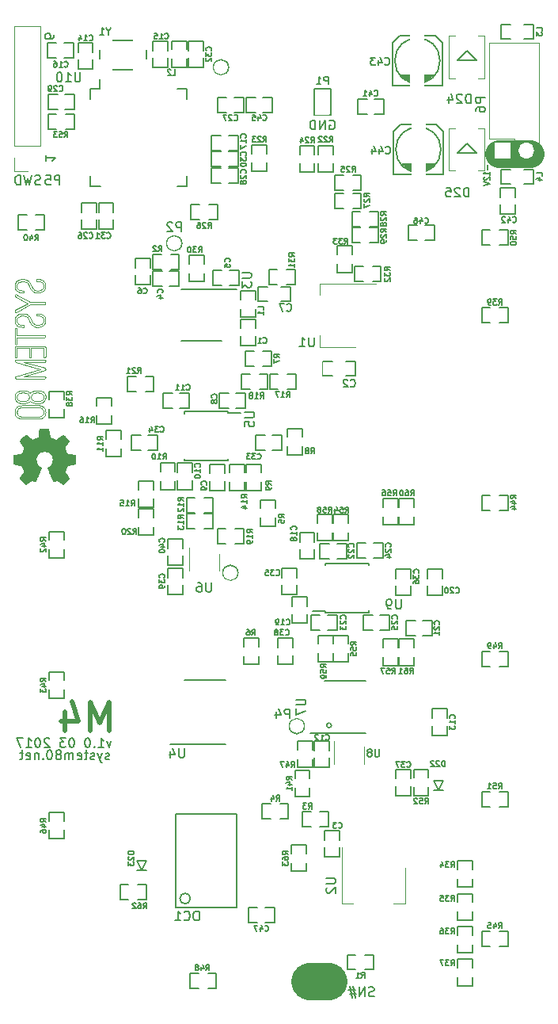
<source format=gbo>
G04 #@! TF.FileFunction,Legend,Bot*
%FSLAX46Y46*%
G04 Gerber Fmt 4.6, Leading zero omitted, Abs format (unit mm)*
G04 Created by KiCad (PCBNEW 4.0.2-stable) date 2017-03-21 6:26:13 PM*
%MOMM*%
G01*
G04 APERTURE LIST*
%ADD10C,0.200000*%
%ADD11C,0.150000*%
%ADD12C,4.000000*%
%ADD13C,3.000000*%
%ADD14C,0.500000*%
%ADD15C,0.100000*%
%ADD16C,0.120000*%
%ADD17C,0.127000*%
%ADD18C,0.066040*%
%ADD19C,0.101600*%
%ADD20C,0.203200*%
%ADD21C,0.010000*%
%ADD22C,0.152400*%
%ADD23R,1.700000X1.700000*%
%ADD24O,1.700000X1.700000*%
%ADD25R,0.250000X1.000000*%
%ADD26R,1.000000X0.250000*%
%ADD27R,1.143000X0.812800*%
%ADD28R,1.143000X1.397000*%
%ADD29R,0.812800X1.143000*%
%ADD30R,1.600200X2.999740*%
%ADD31R,0.762000X0.609600*%
%ADD32R,2.397760X2.397760*%
%ADD33O,4.000000X2.500000*%
%ADD34O,2.500000X2.000000*%
%ADD35O,1.500000X3.500000*%
%ADD36O,2.500000X4.000000*%
%ADD37O,2.000000X2.500000*%
%ADD38O,3.500000X1.500000*%
%ADD39R,1.500000X1.500000*%
%ADD40R,1.600000X2.800000*%
%ADD41C,1.500000*%
%ADD42O,1.400000X2.200000*%
%ADD43O,1.400000X2.250000*%
%ADD44R,2.000000X3.800000*%
%ADD45R,2.000000X1.500000*%
%ADD46R,3.800000X2.000000*%
%ADD47R,1.500000X2.000000*%
%ADD48R,1.500000X0.450000*%
%ADD49R,1.450000X0.450000*%
%ADD50R,0.650000X1.060000*%
%ADD51R,1.500000X0.400000*%
%ADD52C,1.998980*%
%ADD53R,1.600000X1.250000*%
%ADD54R,1.200000X1.200000*%
%ADD55C,1.200000*%
%ADD56C,2.500000*%
%ADD57R,2.500000X3.500000*%
%ADD58O,4.500000X1.350000*%
%ADD59O,4.200000X1.000000*%
%ADD60O,1.000000X4.200000*%
%ADD61C,1.000000*%
G04 APERTURE END LIST*
D10*
D11*
X145759524Y-142504762D02*
X145616667Y-142552381D01*
X145378571Y-142552381D01*
X145283333Y-142504762D01*
X145235714Y-142457143D01*
X145188095Y-142361905D01*
X145188095Y-142266667D01*
X145235714Y-142171429D01*
X145283333Y-142123810D01*
X145378571Y-142076190D01*
X145569048Y-142028571D01*
X145664286Y-141980952D01*
X145711905Y-141933333D01*
X145759524Y-141838095D01*
X145759524Y-141742857D01*
X145711905Y-141647619D01*
X145664286Y-141600000D01*
X145569048Y-141552381D01*
X145330952Y-141552381D01*
X145188095Y-141600000D01*
X144759524Y-142552381D02*
X144759524Y-141552381D01*
X144188095Y-142552381D01*
X144188095Y-141552381D01*
X143759524Y-141885714D02*
X143045238Y-141885714D01*
X143473810Y-141457143D02*
X143759524Y-142742857D01*
X143140476Y-142314286D02*
X143854762Y-142314286D01*
X143426190Y-142742857D02*
X143140476Y-141457143D01*
D12*
X138850000Y-140900000D02*
X140850000Y-140900000D01*
D13*
X159100000Y-52500000D02*
X162500000Y-52500000D01*
D11*
X157892857Y-53742857D02*
X157892857Y-54200000D01*
X158121429Y-54800000D02*
X158121429Y-54457143D01*
X158121429Y-54628571D02*
X157521429Y-54628571D01*
X157607143Y-54571428D01*
X157664286Y-54514286D01*
X157692857Y-54457143D01*
X157578571Y-55028572D02*
X157550000Y-55057143D01*
X157521429Y-55114286D01*
X157521429Y-55257143D01*
X157550000Y-55314286D01*
X157578571Y-55342857D01*
X157635714Y-55371429D01*
X157692857Y-55371429D01*
X157778571Y-55342857D01*
X158121429Y-55000000D01*
X158121429Y-55371429D01*
X157521429Y-55542858D02*
X158121429Y-55742858D01*
X157521429Y-55942858D01*
D14*
X117428571Y-114157143D02*
X117428571Y-111157143D01*
X116428571Y-113300000D01*
X115428571Y-111157143D01*
X115428571Y-114157143D01*
X112714286Y-112157143D02*
X112714286Y-114157143D01*
X113428572Y-111014286D02*
X114142857Y-113157143D01*
X112285715Y-113157143D01*
D11*
X117647619Y-115285714D02*
X117409524Y-115952381D01*
X117171428Y-115285714D01*
X116266666Y-115952381D02*
X116838095Y-115952381D01*
X116552381Y-115952381D02*
X116552381Y-114952381D01*
X116647619Y-115095238D01*
X116742857Y-115190476D01*
X116838095Y-115238095D01*
X115838095Y-115857143D02*
X115790476Y-115904762D01*
X115838095Y-115952381D01*
X115885714Y-115904762D01*
X115838095Y-115857143D01*
X115838095Y-115952381D01*
X115171429Y-114952381D02*
X115076190Y-114952381D01*
X114980952Y-115000000D01*
X114933333Y-115047619D01*
X114885714Y-115142857D01*
X114838095Y-115333333D01*
X114838095Y-115571429D01*
X114885714Y-115761905D01*
X114933333Y-115857143D01*
X114980952Y-115904762D01*
X115076190Y-115952381D01*
X115171429Y-115952381D01*
X115266667Y-115904762D01*
X115314286Y-115857143D01*
X115361905Y-115761905D01*
X115409524Y-115571429D01*
X115409524Y-115333333D01*
X115361905Y-115142857D01*
X115314286Y-115047619D01*
X115266667Y-115000000D01*
X115171429Y-114952381D01*
X113457143Y-114952381D02*
X113361904Y-114952381D01*
X113266666Y-115000000D01*
X113219047Y-115047619D01*
X113171428Y-115142857D01*
X113123809Y-115333333D01*
X113123809Y-115571429D01*
X113171428Y-115761905D01*
X113219047Y-115857143D01*
X113266666Y-115904762D01*
X113361904Y-115952381D01*
X113457143Y-115952381D01*
X113552381Y-115904762D01*
X113600000Y-115857143D01*
X113647619Y-115761905D01*
X113695238Y-115571429D01*
X113695238Y-115333333D01*
X113647619Y-115142857D01*
X113600000Y-115047619D01*
X113552381Y-115000000D01*
X113457143Y-114952381D01*
X112790476Y-114952381D02*
X112171428Y-114952381D01*
X112504762Y-115333333D01*
X112361904Y-115333333D01*
X112266666Y-115380952D01*
X112219047Y-115428571D01*
X112171428Y-115523810D01*
X112171428Y-115761905D01*
X112219047Y-115857143D01*
X112266666Y-115904762D01*
X112361904Y-115952381D01*
X112647619Y-115952381D01*
X112742857Y-115904762D01*
X112790476Y-115857143D01*
X111028571Y-115047619D02*
X110980952Y-115000000D01*
X110885714Y-114952381D01*
X110647618Y-114952381D01*
X110552380Y-115000000D01*
X110504761Y-115047619D01*
X110457142Y-115142857D01*
X110457142Y-115238095D01*
X110504761Y-115380952D01*
X111076190Y-115952381D01*
X110457142Y-115952381D01*
X109838095Y-114952381D02*
X109742856Y-114952381D01*
X109647618Y-115000000D01*
X109599999Y-115047619D01*
X109552380Y-115142857D01*
X109504761Y-115333333D01*
X109504761Y-115571429D01*
X109552380Y-115761905D01*
X109599999Y-115857143D01*
X109647618Y-115904762D01*
X109742856Y-115952381D01*
X109838095Y-115952381D01*
X109933333Y-115904762D01*
X109980952Y-115857143D01*
X110028571Y-115761905D01*
X110076190Y-115571429D01*
X110076190Y-115333333D01*
X110028571Y-115142857D01*
X109980952Y-115047619D01*
X109933333Y-115000000D01*
X109838095Y-114952381D01*
X108552380Y-115952381D02*
X109123809Y-115952381D01*
X108838095Y-115952381D02*
X108838095Y-114952381D01*
X108933333Y-115095238D01*
X109028571Y-115190476D01*
X109123809Y-115238095D01*
X108219047Y-114952381D02*
X107552380Y-114952381D01*
X107980952Y-115952381D01*
X117438096Y-117204762D02*
X117342858Y-117252381D01*
X117152382Y-117252381D01*
X117057143Y-117204762D01*
X117009524Y-117109524D01*
X117009524Y-117061905D01*
X117057143Y-116966667D01*
X117152382Y-116919048D01*
X117295239Y-116919048D01*
X117390477Y-116871429D01*
X117438096Y-116776190D01*
X117438096Y-116728571D01*
X117390477Y-116633333D01*
X117295239Y-116585714D01*
X117152382Y-116585714D01*
X117057143Y-116633333D01*
X116676191Y-116585714D02*
X116438096Y-117252381D01*
X116200000Y-116585714D02*
X116438096Y-117252381D01*
X116533334Y-117490476D01*
X116580953Y-117538095D01*
X116676191Y-117585714D01*
X115866667Y-117204762D02*
X115771429Y-117252381D01*
X115580953Y-117252381D01*
X115485714Y-117204762D01*
X115438095Y-117109524D01*
X115438095Y-117061905D01*
X115485714Y-116966667D01*
X115580953Y-116919048D01*
X115723810Y-116919048D01*
X115819048Y-116871429D01*
X115866667Y-116776190D01*
X115866667Y-116728571D01*
X115819048Y-116633333D01*
X115723810Y-116585714D01*
X115580953Y-116585714D01*
X115485714Y-116633333D01*
X115152381Y-116585714D02*
X114771429Y-116585714D01*
X115009524Y-116252381D02*
X115009524Y-117109524D01*
X114961905Y-117204762D01*
X114866667Y-117252381D01*
X114771429Y-117252381D01*
X114057142Y-117204762D02*
X114152380Y-117252381D01*
X114342857Y-117252381D01*
X114438095Y-117204762D01*
X114485714Y-117109524D01*
X114485714Y-116728571D01*
X114438095Y-116633333D01*
X114342857Y-116585714D01*
X114152380Y-116585714D01*
X114057142Y-116633333D01*
X114009523Y-116728571D01*
X114009523Y-116823810D01*
X114485714Y-116919048D01*
X113580952Y-117252381D02*
X113580952Y-116585714D01*
X113580952Y-116680952D02*
X113533333Y-116633333D01*
X113438095Y-116585714D01*
X113295237Y-116585714D01*
X113199999Y-116633333D01*
X113152380Y-116728571D01*
X113152380Y-117252381D01*
X113152380Y-116728571D02*
X113104761Y-116633333D01*
X113009523Y-116585714D01*
X112866666Y-116585714D01*
X112771428Y-116633333D01*
X112723809Y-116728571D01*
X112723809Y-117252381D01*
X112104762Y-116680952D02*
X112200000Y-116633333D01*
X112247619Y-116585714D01*
X112295238Y-116490476D01*
X112295238Y-116442857D01*
X112247619Y-116347619D01*
X112200000Y-116300000D01*
X112104762Y-116252381D01*
X111914285Y-116252381D01*
X111819047Y-116300000D01*
X111771428Y-116347619D01*
X111723809Y-116442857D01*
X111723809Y-116490476D01*
X111771428Y-116585714D01*
X111819047Y-116633333D01*
X111914285Y-116680952D01*
X112104762Y-116680952D01*
X112200000Y-116728571D01*
X112247619Y-116776190D01*
X112295238Y-116871429D01*
X112295238Y-117061905D01*
X112247619Y-117157143D01*
X112200000Y-117204762D01*
X112104762Y-117252381D01*
X111914285Y-117252381D01*
X111819047Y-117204762D01*
X111771428Y-117157143D01*
X111723809Y-117061905D01*
X111723809Y-116871429D01*
X111771428Y-116776190D01*
X111819047Y-116728571D01*
X111914285Y-116680952D01*
X111104762Y-116252381D02*
X111009523Y-116252381D01*
X110914285Y-116300000D01*
X110866666Y-116347619D01*
X110819047Y-116442857D01*
X110771428Y-116633333D01*
X110771428Y-116871429D01*
X110819047Y-117061905D01*
X110866666Y-117157143D01*
X110914285Y-117204762D01*
X111009523Y-117252381D01*
X111104762Y-117252381D01*
X111200000Y-117204762D01*
X111247619Y-117157143D01*
X111295238Y-117061905D01*
X111342857Y-116871429D01*
X111342857Y-116633333D01*
X111295238Y-116442857D01*
X111247619Y-116347619D01*
X111200000Y-116300000D01*
X111104762Y-116252381D01*
X110342857Y-117157143D02*
X110295238Y-117204762D01*
X110342857Y-117252381D01*
X110390476Y-117204762D01*
X110342857Y-117157143D01*
X110342857Y-117252381D01*
X109866667Y-116585714D02*
X109866667Y-117252381D01*
X109866667Y-116680952D02*
X109819048Y-116633333D01*
X109723810Y-116585714D01*
X109580952Y-116585714D01*
X109485714Y-116633333D01*
X109438095Y-116728571D01*
X109438095Y-117252381D01*
X108580952Y-117204762D02*
X108676190Y-117252381D01*
X108866667Y-117252381D01*
X108961905Y-117204762D01*
X109009524Y-117109524D01*
X109009524Y-116728571D01*
X108961905Y-116633333D01*
X108866667Y-116585714D01*
X108676190Y-116585714D01*
X108580952Y-116633333D01*
X108533333Y-116728571D01*
X108533333Y-116823810D01*
X109009524Y-116919048D01*
X108247619Y-116585714D02*
X107866667Y-116585714D01*
X108104762Y-116252381D02*
X108104762Y-117109524D01*
X108057143Y-117204762D01*
X107961905Y-117252381D01*
X107866667Y-117252381D01*
D15*
X108872012Y-66672421D02*
X108905878Y-66750054D01*
X110618248Y-66697290D02*
X110618901Y-66662433D01*
X110587798Y-66887963D02*
X110618248Y-66697290D01*
X110504104Y-67063956D02*
X110587798Y-66887963D01*
X110384606Y-67194539D02*
X110504104Y-67063956D01*
X110359389Y-67214707D02*
X110384606Y-67194539D01*
X110280009Y-67266133D02*
X110359389Y-67214707D01*
X110189972Y-67310610D02*
X110280009Y-67266133D01*
X110089778Y-67347131D02*
X110189972Y-67310610D01*
X109986727Y-67372801D02*
X110089778Y-67347131D01*
X109874226Y-67388846D02*
X109986727Y-67372801D01*
X109753647Y-67394337D02*
X109874226Y-67388846D01*
X109609585Y-67384751D02*
X109753647Y-67394337D01*
X109487103Y-67357797D02*
X109609585Y-67384751D01*
X109425393Y-67335226D02*
X109487103Y-67357797D01*
X109384179Y-67315733D02*
X109425393Y-67335226D01*
X109289719Y-67259615D02*
X109384179Y-67315733D01*
X109208214Y-67198461D02*
X109289719Y-67259615D01*
X109139770Y-67133413D02*
X109208214Y-67198461D01*
X109078763Y-67061698D02*
X109139770Y-67133413D01*
X109028086Y-66989764D02*
X109078763Y-67061698D01*
X108987899Y-66918880D02*
X109028086Y-66989764D01*
X108950836Y-66843962D02*
X108987899Y-66918880D01*
X108924935Y-66790528D02*
X108950836Y-66843962D01*
X108905878Y-66750054D02*
X108924935Y-66790528D01*
X109121293Y-66658949D02*
X109083656Y-66578714D01*
X108852394Y-66626197D02*
X108872012Y-66672421D01*
X108827413Y-66572937D02*
X108852394Y-66626197D01*
X108797443Y-66514046D02*
X108827413Y-66572937D01*
X108764706Y-66458577D02*
X108797443Y-66514046D01*
X108724511Y-66403132D02*
X108764706Y-66458577D01*
X108677102Y-66348659D02*
X108724511Y-66403132D01*
X108625191Y-66300459D02*
X108677102Y-66348659D01*
X108563160Y-66256159D02*
X108625191Y-66300459D01*
X108490835Y-66216522D02*
X108563160Y-66256159D01*
X108415397Y-66188142D02*
X108490835Y-66216522D01*
X108324450Y-66169751D02*
X108415397Y-66188142D01*
X108217124Y-66163208D02*
X108324450Y-66169751D01*
X108067017Y-66172910D02*
X108217124Y-66163208D01*
X108023203Y-66179915D02*
X108067017Y-66172910D01*
X107865034Y-66225984D02*
X108023203Y-66179915D01*
X107753376Y-66285675D02*
X107865034Y-66225984D01*
X107734590Y-66298851D02*
X107753376Y-66285675D01*
X107716529Y-66312340D02*
X107734590Y-66298851D01*
X107629688Y-66400881D02*
X107716529Y-66312340D01*
X107572727Y-66513154D02*
X107629688Y-66400881D01*
X107551398Y-66639273D02*
X107572727Y-66513154D01*
X107550947Y-66662433D02*
X107551398Y-66639273D01*
X107561570Y-66787938D02*
X107550947Y-66662433D01*
X107570342Y-66827065D02*
X107561570Y-66787938D01*
X107619307Y-66940966D02*
X107570342Y-66827065D01*
X107687653Y-67019596D02*
X107619307Y-66940966D01*
X107702575Y-67031725D02*
X107687653Y-67019596D01*
X107719573Y-67044338D02*
X107702575Y-67031725D01*
X107820603Y-67098633D02*
X107719573Y-67044338D01*
X107909309Y-67127716D02*
X107820603Y-67098633D01*
X107988756Y-67144491D02*
X107909309Y-67127716D01*
X108171651Y-67161097D02*
X107988756Y-67144491D01*
X108217124Y-67161680D02*
X108171651Y-67161097D01*
X108245467Y-67165227D02*
X108217124Y-67161680D01*
X108271381Y-67175511D02*
X108245467Y-67165227D01*
X108296278Y-67193342D02*
X108271381Y-67175511D01*
X108316796Y-67217464D02*
X108296278Y-67193342D01*
X108329199Y-67245496D02*
X108316796Y-67217464D01*
X108333540Y-67277898D02*
X108329199Y-67245496D01*
X108329236Y-67310142D02*
X108333540Y-67277898D01*
X108316892Y-67338238D02*
X108329236Y-67310142D01*
X108296499Y-67362476D02*
X108316892Y-67338238D01*
X108271376Y-67380476D02*
X108296499Y-67362476D01*
X108245462Y-67390781D02*
X108271376Y-67380476D01*
X108217124Y-67394337D02*
X108245462Y-67390781D01*
X108174434Y-67393881D02*
X108217124Y-67394337D01*
X107933426Y-67371019D02*
X108174434Y-67393881D01*
X107828969Y-67347138D02*
X107933426Y-67371019D01*
X107718139Y-67308358D02*
X107828969Y-67347138D01*
X107580628Y-67231211D02*
X107718139Y-67308358D01*
X107557628Y-67213670D02*
X107580628Y-67231211D01*
X107534864Y-67194434D02*
X107557628Y-67213670D01*
X107429256Y-67071028D02*
X107534864Y-67194434D01*
X107379709Y-66975752D02*
X107429256Y-67071028D01*
X107352175Y-66895037D02*
X107379709Y-66975752D01*
X107323732Y-66698102D02*
X107352175Y-66895037D01*
X107323141Y-66662433D02*
X107323732Y-66698102D01*
X107323833Y-66627540D02*
X107323141Y-66662433D01*
X107355757Y-66437616D02*
X107323833Y-66627540D01*
X107443635Y-66261837D02*
X107355757Y-66437616D01*
X107570870Y-66129961D02*
X107443635Y-66261837D01*
X107597514Y-66109807D02*
X107570870Y-66129961D01*
X107622189Y-66092878D02*
X107597514Y-66109807D01*
X107768607Y-66015732D02*
X107622189Y-66092878D01*
X107868586Y-65980978D02*
X107768607Y-66015732D01*
X107972102Y-65956668D02*
X107868586Y-65980978D01*
X108180086Y-65935842D02*
X107972102Y-65956668D01*
X108217124Y-65935402D02*
X108180086Y-65935842D01*
X108361393Y-65944648D02*
X108217124Y-65935402D01*
X108484578Y-65970700D02*
X108361393Y-65944648D01*
X108546579Y-65992447D02*
X108484578Y-65970700D01*
X108588114Y-66011249D02*
X108546579Y-65992447D01*
X108683972Y-66065085D02*
X108588114Y-66011249D01*
X108767915Y-66124441D02*
X108683972Y-66065085D01*
X108839468Y-66188057D02*
X108767915Y-66124441D01*
X108903963Y-66258752D02*
X108839468Y-66188057D01*
X108957268Y-66330085D02*
X108903963Y-66258752D01*
X108999188Y-66400628D02*
X108957268Y-66330085D01*
X109034884Y-66470790D02*
X108999188Y-66400628D01*
X109063464Y-66531409D02*
X109034884Y-66470790D01*
X109083656Y-66578714D02*
X109063464Y-66531409D01*
X109140234Y-66697290D02*
X109121293Y-66658949D01*
X109164253Y-66746839D02*
X109140234Y-66697290D01*
X109193326Y-66807711D02*
X109164253Y-66746839D01*
X109222784Y-66862621D02*
X109193326Y-66807711D01*
X109259753Y-66917877D02*
X109222784Y-66862621D01*
X109303944Y-66972392D02*
X109259753Y-66917877D01*
X109352894Y-67020388D02*
X109303944Y-66972392D01*
X109412554Y-67065367D02*
X109352894Y-67020388D01*
X109483067Y-67106426D02*
X109412554Y-67065367D01*
X109557146Y-67135834D02*
X109483067Y-67106426D01*
X109646925Y-67154883D02*
X109557146Y-67135834D01*
X109753647Y-67161680D02*
X109646925Y-67154883D01*
X109870151Y-67156351D02*
X109753647Y-67161680D01*
X109953490Y-67144847D02*
X109870151Y-67156351D01*
X110108343Y-67099311D02*
X109953490Y-67144847D01*
X110210448Y-67042289D02*
X110108343Y-67099311D01*
X110227538Y-67029454D02*
X110210448Y-67042289D01*
X110243640Y-67016202D02*
X110227538Y-67029454D01*
X110319423Y-66930700D02*
X110243640Y-67016202D01*
X110371263Y-66816984D02*
X110319423Y-66930700D01*
X110390891Y-66686176D02*
X110371263Y-66816984D01*
X110391293Y-66662433D02*
X110390891Y-66686176D01*
X110389110Y-66608587D02*
X110391293Y-66662433D01*
X110382304Y-66550679D02*
X110389110Y-66608587D01*
X110370722Y-66489903D02*
X110382304Y-66550679D01*
X110352748Y-66434691D02*
X110370722Y-66489903D01*
X110325373Y-66384579D02*
X110352748Y-66434691D01*
X110285019Y-66334239D02*
X110325373Y-66384579D01*
X110236550Y-66291363D02*
X110285019Y-66334239D01*
X110171311Y-66250491D02*
X110236550Y-66291363D01*
X110087794Y-66213038D02*
X110171311Y-66250491D01*
X109998953Y-66187387D02*
X110087794Y-66213038D01*
X109879499Y-66169629D02*
X109998953Y-66187387D01*
X109729769Y-66163208D02*
X109879499Y-66169629D01*
X109698092Y-66159318D02*
X109729769Y-66163208D01*
X109670352Y-66148147D02*
X109698092Y-66159318D01*
X109646579Y-66129981D02*
X109670352Y-66148147D01*
X109628261Y-66106411D02*
X109646579Y-66129981D01*
X109617276Y-66080263D02*
X109628261Y-66106411D01*
X109613528Y-66051642D02*
X109617276Y-66080263D01*
X109615812Y-66024127D02*
X109613528Y-66051642D01*
X109628535Y-65987239D02*
X109615812Y-66024127D01*
X109665365Y-65950409D02*
X109628535Y-65987239D01*
X109702253Y-65937686D02*
X109665365Y-65950409D01*
X109729769Y-65935402D02*
X109702253Y-65937686D01*
X109772005Y-65935857D02*
X109729769Y-65935402D01*
X110010348Y-65958639D02*
X109772005Y-65935857D01*
X110114318Y-65982555D02*
X110010348Y-65958639D01*
X110224142Y-66021156D02*
X110114318Y-65982555D01*
X110361243Y-66098225D02*
X110224142Y-66021156D01*
X110384171Y-66115716D02*
X110361243Y-66098225D01*
X110406958Y-66134460D02*
X110384171Y-66115716D01*
X110512505Y-66255379D02*
X110406958Y-66134460D01*
X110557567Y-66338972D02*
X110512505Y-66255379D01*
X110589686Y-66429598D02*
X110557567Y-66338972D01*
X110618309Y-66626725D02*
X110589686Y-66429598D01*
X110618901Y-66662433D02*
X110618309Y-66626725D01*
X108872012Y-70341476D02*
X108905878Y-70419109D01*
X110618248Y-70366345D02*
X110618901Y-70331488D01*
X110587798Y-70557018D02*
X110618248Y-70366345D01*
X110504104Y-70733011D02*
X110587798Y-70557018D01*
X110384606Y-70863594D02*
X110504104Y-70733011D01*
X110359389Y-70883762D02*
X110384606Y-70863594D01*
X110280009Y-70935188D02*
X110359389Y-70883762D01*
X110189972Y-70979665D02*
X110280009Y-70935188D01*
X110089778Y-71016186D02*
X110189972Y-70979665D01*
X109986727Y-71041856D02*
X110089778Y-71016186D01*
X109874226Y-71057901D02*
X109986727Y-71041856D01*
X109753647Y-71063392D02*
X109874226Y-71057901D01*
X109609585Y-71053806D02*
X109753647Y-71063392D01*
X109487103Y-71026852D02*
X109609585Y-71053806D01*
X109425393Y-71004281D02*
X109487103Y-71026852D01*
X109384179Y-70984788D02*
X109425393Y-71004281D01*
X109289719Y-70928670D02*
X109384179Y-70984788D01*
X109208214Y-70867516D02*
X109289719Y-70928670D01*
X109139770Y-70802468D02*
X109208214Y-70867516D01*
X109078763Y-70730753D02*
X109139770Y-70802468D01*
X109028086Y-70658819D02*
X109078763Y-70730753D01*
X108987899Y-70587935D02*
X109028086Y-70658819D01*
X108950836Y-70513017D02*
X108987899Y-70587935D01*
X108924935Y-70459583D02*
X108950836Y-70513017D01*
X108905878Y-70419109D02*
X108924935Y-70459583D01*
X109121293Y-70328004D02*
X109083656Y-70247769D01*
X108852394Y-70295252D02*
X108872012Y-70341476D01*
X108827413Y-70241992D02*
X108852394Y-70295252D01*
X108797443Y-70183101D02*
X108827413Y-70241992D01*
X108764706Y-70127632D02*
X108797443Y-70183101D01*
X108724511Y-70072187D02*
X108764706Y-70127632D01*
X108677102Y-70017714D02*
X108724511Y-70072187D01*
X108625191Y-69969514D02*
X108677102Y-70017714D01*
X108563160Y-69925214D02*
X108625191Y-69969514D01*
X108490835Y-69885577D02*
X108563160Y-69925214D01*
X108415397Y-69857197D02*
X108490835Y-69885577D01*
X108324450Y-69838806D02*
X108415397Y-69857197D01*
X108217124Y-69832263D02*
X108324450Y-69838806D01*
X108067017Y-69841965D02*
X108217124Y-69832263D01*
X108023203Y-69848970D02*
X108067017Y-69841965D01*
X107865034Y-69895039D02*
X108023203Y-69848970D01*
X107753376Y-69954730D02*
X107865034Y-69895039D01*
X107734590Y-69967906D02*
X107753376Y-69954730D01*
X107716529Y-69981395D02*
X107734590Y-69967906D01*
X107629688Y-70069936D02*
X107716529Y-69981395D01*
X107572727Y-70182209D02*
X107629688Y-70069936D01*
X107551398Y-70308328D02*
X107572727Y-70182209D01*
X107550947Y-70331488D02*
X107551398Y-70308328D01*
X107561570Y-70456993D02*
X107550947Y-70331488D01*
X107570342Y-70496120D02*
X107561570Y-70456993D01*
X107619307Y-70610021D02*
X107570342Y-70496120D01*
X107687653Y-70688651D02*
X107619307Y-70610021D01*
X107702575Y-70700780D02*
X107687653Y-70688651D01*
X107719573Y-70713393D02*
X107702575Y-70700780D01*
X107820603Y-70767688D02*
X107719573Y-70713393D01*
X107909309Y-70796771D02*
X107820603Y-70767688D01*
X107988756Y-70813546D02*
X107909309Y-70796771D01*
X108171651Y-70830152D02*
X107988756Y-70813546D01*
X108217124Y-70830735D02*
X108171651Y-70830152D01*
X108245467Y-70834282D02*
X108217124Y-70830735D01*
X108271381Y-70844566D02*
X108245467Y-70834282D01*
X108296278Y-70862397D02*
X108271381Y-70844566D01*
X108316796Y-70886519D02*
X108296278Y-70862397D01*
X108329199Y-70914551D02*
X108316796Y-70886519D01*
X108333540Y-70946953D02*
X108329199Y-70914551D01*
X108329236Y-70979197D02*
X108333540Y-70946953D01*
X108316892Y-71007293D02*
X108329236Y-70979197D01*
X108296499Y-71031531D02*
X108316892Y-71007293D01*
X108271376Y-71049531D02*
X108296499Y-71031531D01*
X108245462Y-71059836D02*
X108271376Y-71049531D01*
X108217124Y-71063392D02*
X108245462Y-71059836D01*
X108174434Y-71062936D02*
X108217124Y-71063392D01*
X107933426Y-71040074D02*
X108174434Y-71062936D01*
X107828969Y-71016193D02*
X107933426Y-71040074D01*
X107718139Y-70977413D02*
X107828969Y-71016193D01*
X107580628Y-70900266D02*
X107718139Y-70977413D01*
X107557628Y-70882725D02*
X107580628Y-70900266D01*
X107534864Y-70863489D02*
X107557628Y-70882725D01*
X107429256Y-70740083D02*
X107534864Y-70863489D01*
X107379709Y-70644807D02*
X107429256Y-70740083D01*
X107352175Y-70564092D02*
X107379709Y-70644807D01*
X107323732Y-70367157D02*
X107352175Y-70564092D01*
X107323141Y-70331488D02*
X107323732Y-70367157D01*
X107323833Y-70296595D02*
X107323141Y-70331488D01*
X107355757Y-70106671D02*
X107323833Y-70296595D01*
X107443635Y-69930892D02*
X107355757Y-70106671D01*
X107570870Y-69799016D02*
X107443635Y-69930892D01*
X107597514Y-69778862D02*
X107570870Y-69799016D01*
X107622189Y-69761933D02*
X107597514Y-69778862D01*
X107768607Y-69684787D02*
X107622189Y-69761933D01*
X107868586Y-69650033D02*
X107768607Y-69684787D01*
X107972102Y-69625723D02*
X107868586Y-69650033D01*
X108180086Y-69604897D02*
X107972102Y-69625723D01*
X108217124Y-69604457D02*
X108180086Y-69604897D01*
X108361393Y-69613703D02*
X108217124Y-69604457D01*
X108484578Y-69639755D02*
X108361393Y-69613703D01*
X108546579Y-69661502D02*
X108484578Y-69639755D01*
X108588114Y-69680304D02*
X108546579Y-69661502D01*
X108683972Y-69734140D02*
X108588114Y-69680304D01*
X108767915Y-69793496D02*
X108683972Y-69734140D01*
X108839468Y-69857112D02*
X108767915Y-69793496D01*
X108903963Y-69927807D02*
X108839468Y-69857112D01*
X108957268Y-69999140D02*
X108903963Y-69927807D01*
X108999188Y-70069683D02*
X108957268Y-69999140D01*
X109034884Y-70139845D02*
X108999188Y-70069683D01*
X109063464Y-70200464D02*
X109034884Y-70139845D01*
X109083656Y-70247769D02*
X109063464Y-70200464D01*
X109140234Y-70366345D02*
X109121293Y-70328004D01*
X109164253Y-70415894D02*
X109140234Y-70366345D01*
X109193326Y-70476766D02*
X109164253Y-70415894D01*
X109222784Y-70531676D02*
X109193326Y-70476766D01*
X109259753Y-70586932D02*
X109222784Y-70531676D01*
X109303944Y-70641447D02*
X109259753Y-70586932D01*
X109352894Y-70689443D02*
X109303944Y-70641447D01*
X109412554Y-70734422D02*
X109352894Y-70689443D01*
X109483067Y-70775481D02*
X109412554Y-70734422D01*
X109557146Y-70804889D02*
X109483067Y-70775481D01*
X109646925Y-70823938D02*
X109557146Y-70804889D01*
X109753647Y-70830735D02*
X109646925Y-70823938D01*
X109870151Y-70825406D02*
X109753647Y-70830735D01*
X109953490Y-70813902D02*
X109870151Y-70825406D01*
X110108343Y-70768366D02*
X109953490Y-70813902D01*
X110210448Y-70711344D02*
X110108343Y-70768366D01*
X110227538Y-70698509D02*
X110210448Y-70711344D01*
X110243640Y-70685257D02*
X110227538Y-70698509D01*
X110319423Y-70599755D02*
X110243640Y-70685257D01*
X110371263Y-70486039D02*
X110319423Y-70599755D01*
X110390891Y-70355231D02*
X110371263Y-70486039D01*
X110391293Y-70331488D02*
X110390891Y-70355231D01*
X110389110Y-70277642D02*
X110391293Y-70331488D01*
X110382304Y-70219734D02*
X110389110Y-70277642D01*
X110370722Y-70158958D02*
X110382304Y-70219734D01*
X110352748Y-70103746D02*
X110370722Y-70158958D01*
X110325373Y-70053634D02*
X110352748Y-70103746D01*
X110285019Y-70003294D02*
X110325373Y-70053634D01*
X110236550Y-69960418D02*
X110285019Y-70003294D01*
X110171311Y-69919546D02*
X110236550Y-69960418D01*
X110087794Y-69882093D02*
X110171311Y-69919546D01*
X109998953Y-69856442D02*
X110087794Y-69882093D01*
X109879499Y-69838684D02*
X109998953Y-69856442D01*
X109729769Y-69832263D02*
X109879499Y-69838684D01*
X109698092Y-69828373D02*
X109729769Y-69832263D01*
X109670352Y-69817202D02*
X109698092Y-69828373D01*
X109646579Y-69799036D02*
X109670352Y-69817202D01*
X109628261Y-69775466D02*
X109646579Y-69799036D01*
X109617276Y-69749318D02*
X109628261Y-69775466D01*
X109613528Y-69720697D02*
X109617276Y-69749318D01*
X109615812Y-69693182D02*
X109613528Y-69720697D01*
X109628535Y-69656294D02*
X109615812Y-69693182D01*
X109665365Y-69619464D02*
X109628535Y-69656294D01*
X109702253Y-69606741D02*
X109665365Y-69619464D01*
X109729769Y-69604457D02*
X109702253Y-69606741D01*
X109772005Y-69604912D02*
X109729769Y-69604457D01*
X110010348Y-69627694D02*
X109772005Y-69604912D01*
X110114318Y-69651610D02*
X110010348Y-69627694D01*
X110224142Y-69690211D02*
X110114318Y-69651610D01*
X110361243Y-69767280D02*
X110224142Y-69690211D01*
X110384171Y-69784771D02*
X110361243Y-69767280D01*
X110406958Y-69803515D02*
X110384171Y-69784771D01*
X110512505Y-69924434D02*
X110406958Y-69803515D01*
X110557567Y-70008027D02*
X110512505Y-69924434D01*
X110589686Y-70098653D02*
X110557567Y-70008027D01*
X110618309Y-70295780D02*
X110589686Y-70098653D01*
X110618901Y-70331488D02*
X110618309Y-70295780D01*
X108217118Y-80858864D02*
X109729763Y-80858864D01*
X110619932Y-80214386D02*
X110623746Y-80131833D01*
X110608331Y-80298679D02*
X110619932Y-80214386D01*
X110588953Y-80383275D02*
X110608331Y-80298679D01*
X110578238Y-80417741D02*
X110588953Y-80383275D01*
X110558113Y-80467018D02*
X110578238Y-80417741D01*
X110512355Y-80546424D02*
X110558113Y-80467018D01*
X110450466Y-80622194D02*
X110512355Y-80546424D01*
X110378293Y-80686051D02*
X110450466Y-80622194D01*
X110287237Y-80743846D02*
X110378293Y-80686051D01*
X110175564Y-80794372D02*
X110287237Y-80743846D01*
X110128043Y-80810364D02*
X110175564Y-80794372D01*
X110059530Y-80828015D02*
X110128043Y-80810364D01*
X109910770Y-80850725D02*
X110059530Y-80828015D01*
X109729763Y-80858864D02*
X109910770Y-80850725D01*
X109729763Y-79409653D02*
X108217118Y-79409653D01*
X108174911Y-80858409D02*
X108217118Y-80858864D01*
X107936735Y-80835642D02*
X108174911Y-80858409D01*
X107832726Y-80811720D02*
X107936735Y-80835642D01*
X107722951Y-80773149D02*
X107832726Y-80811720D01*
X107585675Y-80696044D02*
X107722951Y-80773149D01*
X107562715Y-80678550D02*
X107585675Y-80696044D01*
X107539928Y-80659812D02*
X107562715Y-80678550D01*
X107434388Y-80538925D02*
X107539928Y-80659812D01*
X107389320Y-80455327D02*
X107434388Y-80538925D01*
X107357205Y-80364711D02*
X107389320Y-80455327D01*
X107328578Y-80167547D02*
X107357205Y-80364711D01*
X107327986Y-80131833D02*
X107328578Y-80167547D01*
X107328577Y-80096619D02*
X107327986Y-80131833D01*
X107356907Y-79902373D02*
X107328577Y-80096619D01*
X107389317Y-79810965D02*
X107356907Y-79902373D01*
X107433855Y-79727926D02*
X107389317Y-79810965D01*
X107540267Y-79604085D02*
X107433855Y-79727926D01*
X107563134Y-79584785D02*
X107540267Y-79604085D01*
X107586538Y-79567782D02*
X107563134Y-79584785D01*
X107725767Y-79492684D02*
X107586538Y-79567782D01*
X107848464Y-79451899D02*
X107725767Y-79492684D01*
X107939780Y-79432065D02*
X107848464Y-79451899D01*
X108175384Y-79410095D02*
X107939780Y-79432065D01*
X108217118Y-79409653D02*
X108175384Y-79410095D01*
X109911297Y-79417807D02*
X109729763Y-79409653D01*
X110060087Y-79440548D02*
X109911297Y-79417807D01*
X110128283Y-79458168D02*
X110060087Y-79440548D01*
X110175630Y-79474167D02*
X110128283Y-79458168D01*
X110286913Y-79524399D02*
X110175630Y-79474167D01*
X110378018Y-79582214D02*
X110286913Y-79524399D01*
X110450400Y-79646278D02*
X110378018Y-79582214D01*
X110512357Y-79722115D02*
X110450400Y-79646278D01*
X110558129Y-79801523D02*
X110512357Y-79722115D01*
X110578216Y-79850711D02*
X110558129Y-79801523D01*
X110588909Y-79885131D02*
X110578216Y-79850711D01*
X110608413Y-79969632D02*
X110588909Y-79885131D01*
X110619977Y-80052304D02*
X110608413Y-79969632D01*
X110623746Y-80131833D02*
X110619977Y-80052304D01*
X109729763Y-80626405D02*
X108217118Y-80626405D01*
X107556165Y-80156541D02*
X107555792Y-80131833D01*
X107575016Y-80293731D02*
X107556165Y-80156541D01*
X107623975Y-80408174D02*
X107575016Y-80293731D01*
X107692809Y-80489005D02*
X107623975Y-80408174D01*
X107707751Y-80501566D02*
X107692809Y-80489005D01*
X107723803Y-80513685D02*
X107707751Y-80501566D01*
X107819204Y-80565072D02*
X107723803Y-80513685D01*
X107918538Y-80596288D02*
X107819204Y-80565072D01*
X107985500Y-80609609D02*
X107918538Y-80596288D01*
X108126746Y-80624168D02*
X107985500Y-80609609D01*
X108217118Y-80626405D02*
X108126746Y-80624168D01*
X108217118Y-79637459D02*
X109729763Y-79637459D01*
X109821344Y-80624169D02*
X109729763Y-80626405D01*
X109964645Y-80609571D02*
X109821344Y-80624169D01*
X110042182Y-80593847D02*
X109964645Y-80609571D01*
X110132553Y-80564976D02*
X110042182Y-80593847D01*
X110227466Y-80514082D02*
X110132553Y-80564976D01*
X110243452Y-80502029D02*
X110227466Y-80514082D01*
X110258449Y-80488989D02*
X110243452Y-80502029D01*
X110327977Y-80405663D02*
X110258449Y-80488989D01*
X110376923Y-80290753D02*
X110327977Y-80405663D01*
X110395587Y-80156111D02*
X110376923Y-80290753D01*
X110395962Y-80131833D02*
X110395587Y-80156111D01*
X110395590Y-80107201D02*
X110395962Y-80131833D01*
X110376675Y-79970451D02*
X110395590Y-80107201D01*
X110327850Y-79857945D02*
X110376675Y-79970451D01*
X110259215Y-79779324D02*
X110327850Y-79857945D01*
X110244290Y-79767193D02*
X110259215Y-79779324D01*
X110227345Y-79754600D02*
X110244290Y-79767193D01*
X110126625Y-79700443D02*
X110227345Y-79754600D01*
X110037839Y-79671360D02*
X110126625Y-79700443D01*
X109958491Y-79654635D02*
X110037839Y-79671360D01*
X109819272Y-79639784D02*
X109958491Y-79654635D01*
X109729763Y-79637459D02*
X109819272Y-79639784D01*
X108086951Y-79642693D02*
X108217118Y-79637459D01*
X107991634Y-79654596D02*
X108086951Y-79642693D01*
X107912623Y-79671442D02*
X107991634Y-79654596D01*
X107825131Y-79700348D02*
X107912623Y-79671442D01*
X107723679Y-79755129D02*
X107825131Y-79700348D01*
X107706627Y-79767810D02*
X107723679Y-79755129D01*
X107691794Y-79779443D02*
X107706627Y-79767810D01*
X107624046Y-79855451D02*
X107691794Y-79779443D01*
X107575253Y-79967446D02*
X107624046Y-79855451D01*
X107556162Y-80106768D02*
X107575253Y-79967446D01*
X107555792Y-80131833D02*
X107556162Y-80106768D01*
X110623174Y-78549179D02*
X110623757Y-78514356D01*
X110594765Y-78741251D02*
X110623174Y-78549179D01*
X110563465Y-78827364D02*
X110594765Y-78741251D01*
X110518935Y-78907368D02*
X110563465Y-78827364D01*
X110415668Y-79020221D02*
X110518935Y-78907368D01*
X110393327Y-79037481D02*
X110415668Y-79020221D01*
X110371742Y-79053113D02*
X110393327Y-79037481D01*
X110243799Y-79120392D02*
X110371742Y-79053113D01*
X110118761Y-79159646D02*
X110243799Y-79120392D01*
X110031454Y-79177219D02*
X110118761Y-79159646D01*
X109801325Y-79197758D02*
X110031454Y-79177219D01*
X109744128Y-79198480D02*
X109801325Y-79197758D01*
X109701033Y-79198074D02*
X109744128Y-79198480D01*
X109456686Y-79177233D02*
X109701033Y-79198074D01*
X109356415Y-79156474D02*
X109456686Y-79177233D01*
X109244236Y-79120437D02*
X109356415Y-79156474D01*
X109116808Y-79053472D02*
X109244236Y-79120437D01*
X109095304Y-79037900D02*
X109116808Y-79053472D01*
X109050056Y-79001176D02*
X109095304Y-79037900D01*
X109009973Y-78961589D02*
X109050056Y-79001176D01*
X108974918Y-78919257D02*
X109009973Y-78961589D01*
X108939164Y-78961813D02*
X108974918Y-78919257D01*
X108899829Y-79001259D02*
X108939164Y-78961813D01*
X108856980Y-79037504D02*
X108899829Y-79001259D01*
X108835369Y-79053133D02*
X108856980Y-79037504D01*
X108707290Y-79120410D02*
X108835369Y-79053133D01*
X108582224Y-79159649D02*
X108707290Y-79120410D01*
X108494845Y-79177229D02*
X108582224Y-79159649D01*
X108264785Y-79197758D02*
X108494845Y-79177229D01*
X108207604Y-79198480D02*
X108264785Y-79197758D01*
X108164528Y-79198074D02*
X108207604Y-79198480D01*
X107920293Y-79177239D02*
X108164528Y-79198074D01*
X107820056Y-79156486D02*
X107920293Y-79177239D01*
X107707903Y-79120457D02*
X107820056Y-79156486D01*
X107580577Y-79053548D02*
X107707903Y-79120457D01*
X107559089Y-79037989D02*
X107580577Y-79053548D01*
X107536654Y-79020679D02*
X107559089Y-79037989D01*
X107432903Y-78907450D02*
X107536654Y-79020679D01*
X107388377Y-78827547D02*
X107432903Y-78907450D01*
X107357022Y-78741388D02*
X107388377Y-78827547D01*
X107328580Y-78549201D02*
X107357022Y-78741388D01*
X107327997Y-78514356D02*
X107328580Y-78549201D01*
X107328580Y-78479071D02*
X107327997Y-78514356D01*
X107357129Y-78284289D02*
X107328580Y-78479071D01*
X107388388Y-78197641D02*
X107357129Y-78284289D01*
X107433166Y-78116708D02*
X107388388Y-78197641D01*
X107536730Y-78003170D02*
X107433166Y-78116708D01*
X107559177Y-77985807D02*
X107536730Y-78003170D01*
X107581662Y-77970252D02*
X107559177Y-77985807D01*
X107714481Y-77902589D02*
X107581662Y-77970252D01*
X107838292Y-77864234D02*
X107714481Y-77902589D01*
X107927050Y-77846427D02*
X107838292Y-77864234D01*
X108151691Y-77826298D02*
X107927050Y-77846427D01*
X108207604Y-77825580D02*
X108151691Y-77826298D01*
X108249724Y-77825984D02*
X108207604Y-77825580D01*
X108488290Y-77846434D02*
X108249724Y-77825984D01*
X108590107Y-77867466D02*
X108488290Y-77846434D01*
X108700938Y-77902617D02*
X108590107Y-77867466D01*
X108833956Y-77970384D02*
X108700938Y-77902617D01*
X108856473Y-77985961D02*
X108833956Y-77970384D01*
X108900747Y-78022123D02*
X108856473Y-77985961D01*
X108940183Y-78061646D02*
X108900747Y-78022123D01*
X108974918Y-78104517D02*
X108940183Y-78061646D01*
X109009163Y-78061702D02*
X108974918Y-78104517D01*
X109049283Y-78022097D02*
X109009163Y-78061702D01*
X109095502Y-77985807D02*
X109049283Y-78022097D01*
X109117985Y-77970252D02*
X109095502Y-77985807D01*
X109250788Y-77902600D02*
X109117985Y-77970252D01*
X109374661Y-77864234D02*
X109250788Y-77902600D01*
X109463441Y-77846429D02*
X109374661Y-77864234D01*
X109688189Y-77826298D02*
X109463441Y-77846429D01*
X109744128Y-77825580D02*
X109688189Y-77826298D01*
X109786228Y-77825984D02*
X109744128Y-77825580D01*
X110024680Y-77846431D02*
X109786228Y-77825984D01*
X110126459Y-77867460D02*
X110024680Y-77846431D01*
X110237245Y-77902603D02*
X110126459Y-77867460D01*
X110370203Y-77970347D02*
X110237245Y-77902603D01*
X110392710Y-77985917D02*
X110370203Y-77970347D01*
X110415142Y-78003289D02*
X110392710Y-77985917D01*
X110518640Y-78116854D02*
X110415142Y-78003289D01*
X110563392Y-78197779D02*
X110518640Y-78116854D01*
X110594645Y-78284435D02*
X110563392Y-78197779D01*
X110623174Y-78479094D02*
X110594645Y-78284435D01*
X110623757Y-78514356D02*
X110623174Y-78479094D01*
X110254972Y-78854258D02*
X110254818Y-78854368D01*
X109092986Y-78604454D02*
X109087432Y-78514356D01*
X109105721Y-78669241D02*
X109092986Y-78604454D01*
X109151384Y-78773662D02*
X109105721Y-78669241D01*
X109214341Y-78843431D02*
X109151384Y-78773662D01*
X109228169Y-78854059D02*
X109214341Y-78843431D01*
X109244275Y-78864910D02*
X109228169Y-78854059D01*
X109338572Y-78910263D02*
X109244275Y-78864910D01*
X109430536Y-78936624D02*
X109338572Y-78910263D01*
X109507863Y-78950659D02*
X109430536Y-78936624D01*
X109652216Y-78963820D02*
X109507863Y-78950659D01*
X109744128Y-78965823D02*
X109652216Y-78963820D01*
X109835837Y-78963826D02*
X109744128Y-78965823D01*
X109980059Y-78950615D02*
X109835837Y-78963826D01*
X110056099Y-78936707D02*
X109980059Y-78950615D01*
X110147402Y-78910219D02*
X110056099Y-78936707D01*
X110239175Y-78865190D02*
X110147402Y-78910219D01*
X110254818Y-78854368D02*
X110239175Y-78865190D01*
X108766206Y-78105685D02*
X108765765Y-78105376D01*
X110268835Y-78843602D02*
X110254972Y-78854258D01*
X110331973Y-78773644D02*
X110268835Y-78843602D01*
X110377657Y-78669216D02*
X110331973Y-78773644D01*
X110395335Y-78545667D02*
X110377657Y-78669216D01*
X110395951Y-78514356D02*
X110395335Y-78545667D01*
X110390374Y-78423911D02*
X110395951Y-78514356D01*
X110377722Y-78359092D02*
X110390374Y-78423911D01*
X110331909Y-78252783D02*
X110377722Y-78359092D01*
X110268638Y-78180741D02*
X110331909Y-78252783D01*
X110254774Y-78169670D02*
X110268638Y-78180741D01*
X110239143Y-78158835D02*
X110254774Y-78169670D01*
X110147427Y-78113749D02*
X110239143Y-78158835D01*
X110045881Y-78084973D02*
X110147427Y-78113749D01*
X109980073Y-78073277D02*
X110045881Y-78084973D01*
X109835846Y-78060039D02*
X109980073Y-78073277D01*
X109744128Y-78058038D02*
X109835846Y-78060039D01*
X109652196Y-78060043D02*
X109744128Y-78058038D01*
X109507797Y-78073208D02*
X109652196Y-78060043D01*
X109430612Y-78087207D02*
X109507797Y-78073208D01*
X109338512Y-78113603D02*
X109430612Y-78087207D01*
X109245024Y-78158601D02*
X109338512Y-78113603D01*
X109229050Y-78169384D02*
X109245024Y-78158601D01*
X109215123Y-78180496D02*
X109229050Y-78169384D01*
X109151526Y-78252825D02*
X109215123Y-78180496D01*
X109105676Y-78359102D02*
X109151526Y-78252825D01*
X109088050Y-78482961D02*
X109105676Y-78359102D01*
X109087432Y-78514356D02*
X109088050Y-78482961D01*
X107439376Y-76545602D02*
X110507528Y-76545602D01*
X108702572Y-78158672D02*
X108718206Y-78169494D01*
X108610852Y-78113648D02*
X108702572Y-78158672D01*
X108509319Y-78084920D02*
X108610852Y-78113648D01*
X108443536Y-78073248D02*
X108509319Y-78084920D01*
X108299312Y-78060035D02*
X108443536Y-78073248D01*
X108207604Y-78058038D02*
X108299312Y-78060035D01*
X108115881Y-78060039D02*
X108207604Y-78058038D01*
X107971634Y-78073268D02*
X108115881Y-78060039D01*
X107895662Y-78087173D02*
X107971634Y-78073268D01*
X107804289Y-78113708D02*
X107895662Y-78087173D01*
X107712949Y-78158589D02*
X107804289Y-78113708D01*
X107697378Y-78169384D02*
X107712949Y-78158589D01*
X107683454Y-78180496D02*
X107697378Y-78169384D01*
X107619871Y-78252821D02*
X107683454Y-78180496D01*
X107574024Y-78359101D02*
X107619871Y-78252821D01*
X107556399Y-78482961D02*
X107574024Y-78359101D01*
X107555781Y-78514356D02*
X107556399Y-78482961D01*
X107561338Y-78604448D02*
X107555781Y-78514356D01*
X107574080Y-78669212D02*
X107561338Y-78604448D01*
X107619780Y-78773627D02*
X107574080Y-78669212D01*
X107683049Y-78843696D02*
X107619780Y-78773627D01*
X107696937Y-78854368D02*
X107683049Y-78843696D01*
X107712577Y-78865190D02*
X107696937Y-78854368D01*
X107804333Y-78910215D02*
X107712577Y-78865190D01*
X107905882Y-78938941D02*
X107804333Y-78910215D01*
X107971694Y-78950616D02*
X107905882Y-78938941D01*
X108115901Y-78963826D02*
X107971694Y-78950616D01*
X108207604Y-78965823D02*
X108115901Y-78963826D01*
X108299364Y-78963826D02*
X108207604Y-78965823D01*
X108443668Y-78950610D02*
X108299364Y-78963826D01*
X108519752Y-78936696D02*
X108443668Y-78950610D01*
X108611091Y-78910197D02*
X108519752Y-78936696D01*
X108702965Y-78865115D02*
X108611091Y-78910197D01*
X108718625Y-78854280D02*
X108702965Y-78865115D01*
X108732494Y-78843602D02*
X108718625Y-78854280D01*
X108795684Y-78773527D02*
X108732494Y-78843602D01*
X108841360Y-78669106D02*
X108795684Y-78773527D01*
X108859032Y-78545646D02*
X108841360Y-78669106D01*
X108859648Y-78514356D02*
X108859032Y-78545646D01*
X108854076Y-78424037D02*
X108859648Y-78514356D01*
X108841445Y-78359350D02*
X108854076Y-78424037D01*
X108795649Y-78253051D02*
X108841445Y-78359350D01*
X108732117Y-78180628D02*
X108795649Y-78253051D01*
X108718206Y-78169494D02*
X108732117Y-78180628D01*
X110620210Y-76457597D02*
X110623746Y-76429384D01*
X110609943Y-76483445D02*
X110620210Y-76457597D01*
X110592107Y-76508340D02*
X110609943Y-76483445D01*
X110567984Y-76528857D02*
X110592107Y-76508340D01*
X110539952Y-76541259D02*
X110567984Y-76528857D01*
X110507528Y-76545602D02*
X110539952Y-76541259D01*
X110090942Y-75546712D02*
X107409279Y-76319361D01*
X107408530Y-74778406D02*
X110090942Y-75546712D01*
X107416003Y-76543662D02*
X107439376Y-76545602D01*
X107384537Y-76533234D02*
X107416003Y-76543662D01*
X107348867Y-76501221D02*
X107384537Y-76533234D01*
X107328449Y-76445016D02*
X107348867Y-76501221D01*
X107332058Y-76388055D02*
X107328449Y-76445016D01*
X107357605Y-76347983D02*
X107332058Y-76388055D01*
X107409279Y-76319361D02*
X107357605Y-76347983D01*
X110507528Y-74552386D02*
X107439376Y-74552386D01*
X107357491Y-74749914D02*
X107408530Y-74778406D01*
X107331977Y-74709783D02*
X107357491Y-74749914D01*
X107328405Y-74653434D02*
X107331977Y-74709783D01*
X107348889Y-74596819D02*
X107328405Y-74653434D01*
X107384533Y-74564768D02*
X107348889Y-74596819D01*
X107415994Y-74554328D02*
X107384533Y-74564768D01*
X107439376Y-74552386D02*
X107415994Y-74554328D01*
X108263420Y-74784844D02*
X110507528Y-74784844D01*
X110544945Y-75437593D02*
X108263420Y-74784844D01*
X110535036Y-74554670D02*
X110507528Y-74552386D01*
X110571912Y-74567390D02*
X110535036Y-74554670D01*
X110608739Y-74604221D02*
X110571912Y-74567390D01*
X110621462Y-74641110D02*
X110608739Y-74604221D01*
X110623746Y-74668626D02*
X110621462Y-74641110D01*
X110621462Y-74696140D02*
X110623746Y-74668626D01*
X110608738Y-74733027D02*
X110621462Y-74696140D01*
X110571916Y-74769843D02*
X110608738Y-74733027D01*
X110535036Y-74782561D02*
X110571916Y-74769843D01*
X110507528Y-74784844D02*
X110535036Y-74782561D01*
X108263465Y-76313144D02*
X110542387Y-75661254D01*
X110507528Y-76313144D02*
X108263465Y-76313144D01*
X110588980Y-75463365D02*
X110544945Y-75437593D01*
X110614354Y-75498714D02*
X110588980Y-75463365D01*
X110623746Y-75546580D02*
X110614354Y-75498714D01*
X110614084Y-75597562D02*
X110623746Y-75546580D01*
X110588397Y-75634156D02*
X110614084Y-75597562D01*
X110562378Y-75652471D02*
X110588397Y-75634156D01*
X110542387Y-75661254D02*
X110562378Y-75652471D01*
X110535036Y-76315428D02*
X110507528Y-76313144D01*
X110571912Y-76328148D02*
X110535036Y-76315428D01*
X110608739Y-76364979D02*
X110571912Y-76328148D01*
X110621462Y-76401868D02*
X110608739Y-76364979D01*
X110623746Y-76429384D02*
X110621462Y-76401868D01*
X110395959Y-73310474D02*
X110395959Y-74201105D01*
X109087440Y-73310474D02*
X110395959Y-73310474D01*
X109087440Y-74201105D02*
X109087440Y-73310474D01*
X110621460Y-74228621D02*
X110623743Y-74201105D01*
X110608739Y-74265513D02*
X110621460Y-74228621D01*
X110571925Y-74302336D02*
X110608739Y-74265513D01*
X110535039Y-74315061D02*
X110571925Y-74302336D01*
X110507525Y-74317345D02*
X110535039Y-74315061D01*
X110478790Y-74313558D02*
X110507525Y-74317345D01*
X110452571Y-74302452D02*
X110478790Y-74313558D01*
X110429208Y-74284074D02*
X110452571Y-74302452D01*
X110411014Y-74260300D02*
X110429208Y-74284074D01*
X110399842Y-74232627D02*
X110411014Y-74260300D01*
X110395959Y-74201105D02*
X110399842Y-74232627D01*
X108859634Y-73310474D02*
X108859634Y-74201105D01*
X107555789Y-73310474D02*
X108859634Y-73310474D01*
X107555789Y-74201105D02*
X107555789Y-73310474D01*
X109083552Y-74232625D02*
X109087440Y-74201105D01*
X109072372Y-74260306D02*
X109083552Y-74232625D01*
X109054191Y-74284074D02*
X109072372Y-74260306D01*
X109030488Y-74302535D02*
X109054191Y-74284074D01*
X109004330Y-74313586D02*
X109030488Y-74302535D01*
X108975874Y-74317345D02*
X109004330Y-74313586D01*
X108948358Y-74315061D02*
X108975874Y-74317345D01*
X108911470Y-74302338D02*
X108948358Y-74315061D01*
X108874641Y-74265509D02*
X108911470Y-74302338D01*
X108861918Y-74228621D02*
X108874641Y-74265509D01*
X108859634Y-74201105D02*
X108861918Y-74228621D01*
X107327983Y-73199106D02*
X107327983Y-74201105D01*
X107553501Y-74228621D02*
X107555789Y-74201105D01*
X107540768Y-74265493D02*
X107553501Y-74228621D01*
X107503890Y-74302329D02*
X107540768Y-74265493D01*
X107466929Y-74315061D02*
X107503890Y-74302329D01*
X107439372Y-74317345D02*
X107466929Y-74315061D01*
X107410897Y-74313581D02*
X107439372Y-74317345D01*
X107384745Y-74302523D02*
X107410897Y-74313581D01*
X107360835Y-74283898D02*
X107384745Y-74302523D01*
X107342878Y-74260130D02*
X107360835Y-74283898D01*
X107331824Y-74232492D02*
X107342878Y-74260130D01*
X107327983Y-74201105D02*
X107331824Y-74232492D01*
X110507525Y-73082689D02*
X107439372Y-73082689D01*
X107331837Y-73167569D02*
X107327983Y-73199106D01*
X107342907Y-73139899D02*
X107331837Y-73167569D01*
X107361056Y-73115895D02*
X107342907Y-73139899D01*
X107384758Y-73097461D02*
X107361056Y-73115895D01*
X107410911Y-73086437D02*
X107384758Y-73097461D01*
X107439372Y-73082689D02*
X107410911Y-73086437D01*
X110623743Y-74201105D02*
X110623743Y-73199106D01*
X110535039Y-73084977D02*
X110507525Y-73082689D01*
X110571909Y-73097711D02*
X110535039Y-73084977D01*
X110608730Y-73134584D02*
X110571909Y-73097711D01*
X110621460Y-73171549D02*
X110608730Y-73134584D01*
X110623743Y-73199106D02*
X110621460Y-73171549D01*
X107550935Y-72151014D02*
X110502671Y-72151014D01*
X107550935Y-72803035D02*
X107550935Y-72151014D01*
X110615355Y-72063145D02*
X110618889Y-72034773D01*
X110605136Y-72088964D02*
X110615355Y-72063145D01*
X110587271Y-72113950D02*
X110605136Y-72088964D01*
X110563011Y-72134365D02*
X110587271Y-72113950D01*
X110534934Y-72146707D02*
X110563011Y-72134365D01*
X110502671Y-72151014D02*
X110534934Y-72146707D01*
X107323129Y-71261859D02*
X107323129Y-72803035D01*
X107548651Y-72830550D02*
X107550935Y-72803035D01*
X107535926Y-72867437D02*
X107548651Y-72830550D01*
X107499104Y-72904252D02*
X107535926Y-72867437D01*
X107462225Y-72916970D02*
X107499104Y-72904252D01*
X107434717Y-72919253D02*
X107462225Y-72916970D01*
X107406274Y-72915512D02*
X107434717Y-72919253D01*
X107380155Y-72904520D02*
X107406274Y-72915512D01*
X107356488Y-72886159D02*
X107380155Y-72904520D01*
X107338269Y-72862517D02*
X107356488Y-72886159D01*
X107327050Y-72834831D02*
X107338269Y-72862517D01*
X107323129Y-72803035D02*
X107327050Y-72834831D01*
X107550935Y-71918555D02*
X107550935Y-71261859D01*
X110502671Y-71918555D02*
X107550935Y-71918555D01*
X107326923Y-71233106D02*
X107323129Y-71261859D01*
X107338028Y-71206897D02*
X107326923Y-71233106D01*
X107356378Y-71183543D02*
X107338028Y-71206897D01*
X107380060Y-71165110D02*
X107356378Y-71183543D01*
X107406235Y-71154069D02*
X107380060Y-71165110D01*
X107434717Y-71150315D02*
X107406235Y-71154069D01*
X107466539Y-71154229D02*
X107434717Y-71150315D01*
X107494255Y-71165435D02*
X107466539Y-71154229D01*
X107517487Y-71183344D02*
X107494255Y-71165435D01*
X107536029Y-71206914D02*
X107517487Y-71183344D01*
X107547144Y-71233127D02*
X107536029Y-71206914D01*
X107550935Y-71261859D02*
X107547144Y-71233127D01*
X110530185Y-71920839D02*
X110502671Y-71918555D01*
X110567072Y-71933563D02*
X110530185Y-71920839D01*
X110603888Y-71970386D02*
X110567072Y-71933563D01*
X110616606Y-72007265D02*
X110603888Y-71970386D01*
X110618889Y-72034773D02*
X110616606Y-72007265D01*
X109000461Y-68634737D02*
X110507528Y-68634737D01*
X107494651Y-69458539D02*
X109000461Y-68634737D01*
X110615002Y-68550595D02*
X110618895Y-68518321D01*
X110604187Y-68577555D02*
X110615002Y-68550595D01*
X110585844Y-68601510D02*
X110604187Y-68577555D01*
X110562187Y-68619928D02*
X110585844Y-68601510D01*
X110536007Y-68630979D02*
X110562187Y-68619928D01*
X110507528Y-68634737D02*
X110536007Y-68630979D01*
X108730586Y-68518431D02*
X107382049Y-69261116D01*
X107382137Y-67780442D02*
X108730586Y-68518431D01*
X107376294Y-67776517D02*
X107382137Y-67780442D01*
X107467357Y-69472961D02*
X107494651Y-69458539D01*
X107438453Y-69477676D02*
X107467357Y-69472961D01*
X107406236Y-69472673D02*
X107438453Y-69477676D01*
X107377578Y-69459668D02*
X107406236Y-69472673D01*
X107355317Y-69441117D02*
X107377578Y-69459668D01*
X107337555Y-69415501D02*
X107355317Y-69441117D01*
X107326970Y-69389115D02*
X107337555Y-69415501D01*
X107324257Y-69360680D02*
X107326970Y-69389115D01*
X107329771Y-69329731D02*
X107324257Y-69360680D01*
X107342233Y-69301072D02*
X107329771Y-69329731D01*
X107359043Y-69279079D02*
X107342233Y-69301072D01*
X107382049Y-69261116D02*
X107359043Y-69279079D01*
X109000461Y-68402102D02*
X107491917Y-67576801D01*
X110507528Y-68402102D02*
X109000461Y-68402102D01*
X107356377Y-67757220D02*
X107376294Y-67776517D01*
X107341114Y-67735346D02*
X107356377Y-67757220D01*
X107330080Y-67710393D02*
X107341114Y-67735346D01*
X107324378Y-67681295D02*
X107330080Y-67710393D01*
X107326570Y-67652018D02*
X107324378Y-67681295D01*
X107337025Y-67622221D02*
X107326570Y-67652018D01*
X107355394Y-67595981D02*
X107337025Y-67622221D01*
X107379205Y-67577301D02*
X107355394Y-67595981D01*
X107408904Y-67565776D02*
X107379205Y-67577301D01*
X107439483Y-67562339D02*
X107408904Y-67565776D01*
X107467729Y-67566333D02*
X107439483Y-67562339D01*
X107491917Y-67576801D02*
X107467729Y-67566333D01*
X110536010Y-68405856D02*
X110507528Y-68402102D01*
X110562197Y-68416896D02*
X110536010Y-68405856D01*
X110585668Y-68435153D02*
X110562197Y-68416896D01*
X110603782Y-68458647D02*
X110585668Y-68435153D01*
X110614978Y-68486365D02*
X110603782Y-68458647D01*
X110618895Y-68518321D02*
X110614978Y-68486365D01*
D11*
X111547619Y-39809523D02*
X111547619Y-40000000D01*
X111500000Y-40095238D01*
X111452381Y-40142857D01*
X111309524Y-40238095D01*
X111119048Y-40285714D01*
X110738095Y-40285714D01*
X110642857Y-40238095D01*
X110595238Y-40190476D01*
X110547619Y-40095238D01*
X110547619Y-39904761D01*
X110595238Y-39809523D01*
X110642857Y-39761904D01*
X110738095Y-39714285D01*
X110976190Y-39714285D01*
X111071429Y-39761904D01*
X111119048Y-39809523D01*
X111166667Y-39904761D01*
X111166667Y-40095238D01*
X111119048Y-40190476D01*
X111071429Y-40238095D01*
X110976190Y-40285714D01*
X110647619Y-52714285D02*
X110647619Y-53285714D01*
X110647619Y-53000000D02*
X111647619Y-53000000D01*
X111504762Y-53095238D01*
X111409524Y-53190476D01*
X111361905Y-53285714D01*
X110057143Y-55804762D02*
X109914286Y-55852381D01*
X109676190Y-55852381D01*
X109580952Y-55804762D01*
X109533333Y-55757143D01*
X109485714Y-55661905D01*
X109485714Y-55566667D01*
X109533333Y-55471429D01*
X109580952Y-55423810D01*
X109676190Y-55376190D01*
X109866667Y-55328571D01*
X109961905Y-55280952D01*
X110009524Y-55233333D01*
X110057143Y-55138095D01*
X110057143Y-55042857D01*
X110009524Y-54947619D01*
X109961905Y-54900000D01*
X109866667Y-54852381D01*
X109628571Y-54852381D01*
X109485714Y-54900000D01*
X109152381Y-54852381D02*
X108914286Y-55852381D01*
X108723809Y-55138095D01*
X108533333Y-55852381D01*
X108295238Y-54852381D01*
X107914286Y-55852381D02*
X107914286Y-54852381D01*
X107676191Y-54852381D01*
X107533333Y-54900000D01*
X107438095Y-54995238D01*
X107390476Y-55090476D01*
X107342857Y-55280952D01*
X107342857Y-55423810D01*
X107390476Y-55614286D01*
X107438095Y-55709524D01*
X107533333Y-55804762D01*
X107676191Y-55852381D01*
X107914286Y-55852381D01*
X141011904Y-49000000D02*
X141107142Y-48952381D01*
X141249999Y-48952381D01*
X141392857Y-49000000D01*
X141488095Y-49095238D01*
X141535714Y-49190476D01*
X141583333Y-49380952D01*
X141583333Y-49523810D01*
X141535714Y-49714286D01*
X141488095Y-49809524D01*
X141392857Y-49904762D01*
X141249999Y-49952381D01*
X141154761Y-49952381D01*
X141011904Y-49904762D01*
X140964285Y-49857143D01*
X140964285Y-49523810D01*
X141154761Y-49523810D01*
X140535714Y-49952381D02*
X140535714Y-48952381D01*
X139964285Y-49952381D01*
X139964285Y-48952381D01*
X139488095Y-49952381D02*
X139488095Y-48952381D01*
X139250000Y-48952381D01*
X139107142Y-49000000D01*
X139011904Y-49095238D01*
X138964285Y-49190476D01*
X138916666Y-49380952D01*
X138916666Y-49523810D01*
X138964285Y-49714286D01*
X139011904Y-49809524D01*
X139107142Y-49904762D01*
X139250000Y-49952381D01*
X139488095Y-49952381D01*
D16*
X158110000Y-50930000D02*
X158110000Y-40650000D01*
X158110000Y-40650000D02*
X163430000Y-40650000D01*
X163430000Y-40650000D02*
X163430000Y-53590000D01*
X163430000Y-53590000D02*
X160770000Y-53590000D01*
X160770000Y-53590000D02*
X160770000Y-50930000D01*
X160770000Y-50930000D02*
X158110000Y-50930000D01*
X158110000Y-52200000D02*
X158110000Y-53590000D01*
X158110000Y-53590000D02*
X159500000Y-53590000D01*
D11*
X115425000Y-45625000D02*
X116425000Y-45625000D01*
X115425000Y-55975000D02*
X116500000Y-55975000D01*
X125775000Y-55975000D02*
X124700000Y-55975000D01*
X125775000Y-45625000D02*
X124700000Y-45625000D01*
X115425000Y-45625000D02*
X115425000Y-46700000D01*
X125775000Y-45625000D02*
X125775000Y-46700000D01*
X125775000Y-55975000D02*
X125775000Y-54900000D01*
X115425000Y-55975000D02*
X115425000Y-54900000D01*
X116425000Y-45625000D02*
X116425000Y-44600000D01*
D10*
X131500000Y-70200000D02*
X131500000Y-71200000D01*
X133100000Y-73000000D02*
X131500000Y-73000000D01*
X131500000Y-70200000D02*
X133100000Y-70200000D01*
X133100000Y-70200000D02*
X133100000Y-71200000D01*
X131500000Y-72000000D02*
X131500000Y-73000000D01*
X133100000Y-72000000D02*
X133100000Y-73000000D01*
D17*
X142711200Y-76262000D02*
X143727200Y-76262000D01*
X143727200Y-76262000D02*
X143727200Y-74738000D01*
X143727200Y-74738000D02*
X142711200Y-74738000D01*
X141288800Y-74738000D02*
X140272800Y-74738000D01*
X140272800Y-74738000D02*
X140272800Y-76262000D01*
X140272800Y-76262000D02*
X141288800Y-76262000D01*
D10*
X140450000Y-124850000D02*
X140450000Y-125850000D01*
X142050000Y-127650000D02*
X140450000Y-127650000D01*
X140450000Y-124850000D02*
X142050000Y-124850000D01*
X142050000Y-124850000D02*
X142050000Y-125850000D01*
X140450000Y-126650000D02*
X140450000Y-127650000D01*
X142050000Y-126650000D02*
X142050000Y-127650000D01*
X124900000Y-65100000D02*
X123900000Y-65100000D01*
X122100000Y-66700000D02*
X122100000Y-65100000D01*
X124900000Y-65100000D02*
X124900000Y-66700000D01*
X124900000Y-66700000D02*
X123900000Y-66700000D01*
X123100000Y-65100000D02*
X122100000Y-65100000D01*
X123100000Y-66700000D02*
X122100000Y-66700000D01*
X131300000Y-65000000D02*
X130300000Y-65000000D01*
X128500000Y-66600000D02*
X128500000Y-65000000D01*
X131300000Y-65000000D02*
X131300000Y-66600000D01*
X131300000Y-66600000D02*
X130300000Y-66600000D01*
X129500000Y-65000000D02*
X128500000Y-65000000D01*
X129500000Y-66600000D02*
X128500000Y-66600000D01*
X120200000Y-63700000D02*
X120200000Y-64700000D01*
X121800000Y-66500000D02*
X120200000Y-66500000D01*
X120200000Y-63700000D02*
X121800000Y-63700000D01*
X121800000Y-63700000D02*
X121800000Y-64700000D01*
X120200000Y-65500000D02*
X120200000Y-66500000D01*
X121800000Y-65500000D02*
X121800000Y-66500000D01*
D17*
X134388800Y-66738000D02*
X133372800Y-66738000D01*
X133372800Y-66738000D02*
X133372800Y-68262000D01*
X133372800Y-68262000D02*
X134388800Y-68262000D01*
X135811200Y-68262000D02*
X136827200Y-68262000D01*
X136827200Y-68262000D02*
X136827200Y-66738000D01*
X136827200Y-66738000D02*
X135811200Y-66738000D01*
D10*
X132000000Y-78100000D02*
X131000000Y-78100000D01*
X129200000Y-79700000D02*
X129200000Y-78100000D01*
X132000000Y-78100000D02*
X132000000Y-79700000D01*
X132000000Y-79700000D02*
X131000000Y-79700000D01*
X130200000Y-78100000D02*
X129200000Y-78100000D01*
X130200000Y-79700000D02*
X129200000Y-79700000D01*
X129800000Y-88500000D02*
X129800000Y-87500000D01*
X128200000Y-85700000D02*
X129800000Y-85700000D01*
X129800000Y-88500000D02*
X128200000Y-88500000D01*
X128200000Y-88500000D02*
X128200000Y-87500000D01*
X129800000Y-86700000D02*
X129800000Y-85700000D01*
X128200000Y-86700000D02*
X128200000Y-85700000D01*
X126300000Y-88400000D02*
X126300000Y-87400000D01*
X124700000Y-85600000D02*
X126300000Y-85600000D01*
X126300000Y-88400000D02*
X124700000Y-88400000D01*
X124700000Y-88400000D02*
X124700000Y-87400000D01*
X126300000Y-86600000D02*
X126300000Y-85600000D01*
X124700000Y-86600000D02*
X124700000Y-85600000D01*
X123200000Y-79700000D02*
X124200000Y-79700000D01*
X126000000Y-78100000D02*
X126000000Y-79700000D01*
X123200000Y-79700000D02*
X123200000Y-78100000D01*
X123200000Y-78100000D02*
X124200000Y-78100000D01*
X125000000Y-79700000D02*
X126000000Y-79700000D01*
X125000000Y-78100000D02*
X126000000Y-78100000D01*
X139400000Y-115300000D02*
X139400000Y-116300000D01*
X141000000Y-118100000D02*
X139400000Y-118100000D01*
X139400000Y-115300000D02*
X141000000Y-115300000D01*
X141000000Y-115300000D02*
X141000000Y-116300000D01*
X139400000Y-117100000D02*
X139400000Y-118100000D01*
X141000000Y-117100000D02*
X141000000Y-118100000D01*
X153550000Y-114650000D02*
X153550000Y-113650000D01*
X151950000Y-111850000D02*
X153550000Y-111850000D01*
X153550000Y-114650000D02*
X151950000Y-114650000D01*
X151950000Y-114650000D02*
X151950000Y-113650000D01*
X153550000Y-112850000D02*
X153550000Y-111850000D01*
X151950000Y-112850000D02*
X151950000Y-111850000D01*
X115700000Y-43500000D02*
X115700000Y-42500000D01*
X114100000Y-40700000D02*
X115700000Y-40700000D01*
X115700000Y-43500000D02*
X114100000Y-43500000D01*
X114100000Y-43500000D02*
X114100000Y-42500000D01*
X115700000Y-41700000D02*
X115700000Y-40700000D01*
X114100000Y-41700000D02*
X114100000Y-40700000D01*
X122100000Y-40500000D02*
X122100000Y-41500000D01*
X123700000Y-43300000D02*
X122100000Y-43300000D01*
X122100000Y-40500000D02*
X123700000Y-40500000D01*
X123700000Y-40500000D02*
X123700000Y-41500000D01*
X122100000Y-42300000D02*
X122100000Y-43300000D01*
X123700000Y-42300000D02*
X123700000Y-43300000D01*
X113600000Y-40700000D02*
X112600000Y-40700000D01*
X110800000Y-42300000D02*
X110800000Y-40700000D01*
X113600000Y-40700000D02*
X113600000Y-42300000D01*
X113600000Y-42300000D02*
X112600000Y-42300000D01*
X111800000Y-40700000D02*
X110800000Y-40700000D01*
X111800000Y-42300000D02*
X110800000Y-42300000D01*
X128400000Y-52200000D02*
X129400000Y-52200000D01*
X131200000Y-50600000D02*
X131200000Y-52200000D01*
X128400000Y-52200000D02*
X128400000Y-50600000D01*
X128400000Y-50600000D02*
X129400000Y-50600000D01*
X130200000Y-52200000D02*
X131200000Y-52200000D01*
X130200000Y-50600000D02*
X131200000Y-50600000D01*
X139400000Y-95800000D02*
X139400000Y-94800000D01*
X137800000Y-93000000D02*
X139400000Y-93000000D01*
X139400000Y-95800000D02*
X137800000Y-95800000D01*
X137800000Y-95800000D02*
X137800000Y-94800000D01*
X139400000Y-94000000D02*
X139400000Y-93000000D01*
X137800000Y-94000000D02*
X137800000Y-93000000D01*
X137000000Y-99900000D02*
X137000000Y-100900000D01*
X138600000Y-102700000D02*
X137000000Y-102700000D01*
X137000000Y-99900000D02*
X138600000Y-99900000D01*
X138600000Y-99900000D02*
X138600000Y-100900000D01*
X137000000Y-101700000D02*
X137000000Y-102700000D01*
X138600000Y-101700000D02*
X138600000Y-102700000D01*
X153100000Y-99700000D02*
X153100000Y-98700000D01*
X151500000Y-96900000D02*
X153100000Y-96900000D01*
X153100000Y-99700000D02*
X151500000Y-99700000D01*
X151500000Y-99700000D02*
X151500000Y-98700000D01*
X153100000Y-97900000D02*
X153100000Y-96900000D01*
X151500000Y-97900000D02*
X151500000Y-96900000D01*
X149200000Y-104000000D02*
X150200000Y-104000000D01*
X152000000Y-102400000D02*
X152000000Y-104000000D01*
X149200000Y-104000000D02*
X149200000Y-102400000D01*
X149200000Y-102400000D02*
X150200000Y-102400000D01*
X151000000Y-104000000D02*
X152000000Y-104000000D01*
X151000000Y-102400000D02*
X152000000Y-102400000D01*
X140000000Y-95800000D02*
X141000000Y-95800000D01*
X142800000Y-94200000D02*
X142800000Y-95800000D01*
X140000000Y-95800000D02*
X140000000Y-94200000D01*
X140000000Y-94200000D02*
X141000000Y-94200000D01*
X141800000Y-95800000D02*
X142800000Y-95800000D01*
X141800000Y-94200000D02*
X142800000Y-94200000D01*
X139000000Y-103400000D02*
X140000000Y-103400000D01*
X141800000Y-101800000D02*
X141800000Y-103400000D01*
X139000000Y-103400000D02*
X139000000Y-101800000D01*
X139000000Y-101800000D02*
X140000000Y-101800000D01*
X140800000Y-103400000D02*
X141800000Y-103400000D01*
X140800000Y-101800000D02*
X141800000Y-101800000D01*
X146700000Y-94100000D02*
X145700000Y-94100000D01*
X143900000Y-95700000D02*
X143900000Y-94100000D01*
X146700000Y-94100000D02*
X146700000Y-95700000D01*
X146700000Y-95700000D02*
X145700000Y-95700000D01*
X144900000Y-94100000D02*
X143900000Y-94100000D01*
X144900000Y-95700000D02*
X143900000Y-95700000D01*
X147400000Y-101800000D02*
X146400000Y-101800000D01*
X144600000Y-103400000D02*
X144600000Y-101800000D01*
X147400000Y-101800000D02*
X147400000Y-103400000D01*
X147400000Y-103400000D02*
X146400000Y-103400000D01*
X145600000Y-101800000D02*
X144600000Y-101800000D01*
X145600000Y-103400000D02*
X144600000Y-103400000D01*
X114500000Y-57800000D02*
X114500000Y-58800000D01*
X116100000Y-60600000D02*
X114500000Y-60600000D01*
X114500000Y-57800000D02*
X116100000Y-57800000D01*
X116100000Y-57800000D02*
X116100000Y-58800000D01*
X114500000Y-59600000D02*
X114500000Y-60600000D01*
X116100000Y-59600000D02*
X116100000Y-60600000D01*
X129000000Y-48100000D02*
X130000000Y-48100000D01*
X131800000Y-46500000D02*
X131800000Y-48100000D01*
X129000000Y-48100000D02*
X129000000Y-46500000D01*
X129000000Y-46500000D02*
X130000000Y-46500000D01*
X130800000Y-48100000D02*
X131800000Y-48100000D01*
X130800000Y-46500000D02*
X131800000Y-46500000D01*
X128400000Y-55700000D02*
X129400000Y-55700000D01*
X131200000Y-54100000D02*
X131200000Y-55700000D01*
X128400000Y-55700000D02*
X128400000Y-54100000D01*
X128400000Y-54100000D02*
X129400000Y-54100000D01*
X130200000Y-55700000D02*
X131200000Y-55700000D01*
X130200000Y-54100000D02*
X131200000Y-54100000D01*
X113700000Y-46200000D02*
X112700000Y-46200000D01*
X110900000Y-47800000D02*
X110900000Y-46200000D01*
X113700000Y-46200000D02*
X113700000Y-47800000D01*
X113700000Y-47800000D02*
X112700000Y-47800000D01*
X111900000Y-46200000D02*
X110900000Y-46200000D01*
X111900000Y-47800000D02*
X110900000Y-47800000D01*
X128400000Y-53900000D02*
X129400000Y-53900000D01*
X131200000Y-52300000D02*
X131200000Y-53900000D01*
X128400000Y-53900000D02*
X128400000Y-52300000D01*
X128400000Y-52300000D02*
X129400000Y-52300000D01*
X130200000Y-53900000D02*
X131200000Y-53900000D01*
X130200000Y-52300000D02*
X131200000Y-52300000D01*
X116300000Y-57800000D02*
X116300000Y-58800000D01*
X117900000Y-60600000D02*
X116300000Y-60600000D01*
X116300000Y-57800000D02*
X117900000Y-57800000D01*
X117900000Y-57800000D02*
X117900000Y-58800000D01*
X116300000Y-59600000D02*
X116300000Y-60600000D01*
X117900000Y-59600000D02*
X117900000Y-60600000D01*
X127500000Y-43300000D02*
X127500000Y-42300000D01*
X125900000Y-40500000D02*
X127500000Y-40500000D01*
X127500000Y-43300000D02*
X125900000Y-43300000D01*
X125900000Y-43300000D02*
X125900000Y-42300000D01*
X127500000Y-41500000D02*
X127500000Y-40500000D01*
X125900000Y-41500000D02*
X125900000Y-40500000D01*
X133100000Y-84200000D02*
X134100000Y-84200000D01*
X135900000Y-82600000D02*
X135900000Y-84200000D01*
X133100000Y-84200000D02*
X133100000Y-82600000D01*
X133100000Y-82600000D02*
X134100000Y-82600000D01*
X134900000Y-84200000D02*
X135900000Y-84200000D01*
X134900000Y-82600000D02*
X135900000Y-82600000D01*
X119800000Y-84200000D02*
X120800000Y-84200000D01*
X122600000Y-82600000D02*
X122600000Y-84200000D01*
X119800000Y-84200000D02*
X119800000Y-82600000D01*
X119800000Y-82600000D02*
X120800000Y-82600000D01*
X121600000Y-84200000D02*
X122600000Y-84200000D01*
X121600000Y-82600000D02*
X122600000Y-82600000D01*
X137500000Y-99600000D02*
X137500000Y-98600000D01*
X135900000Y-96800000D02*
X137500000Y-96800000D01*
X137500000Y-99600000D02*
X135900000Y-99600000D01*
X135900000Y-99600000D02*
X135900000Y-98600000D01*
X137500000Y-97800000D02*
X137500000Y-96800000D01*
X135900000Y-97800000D02*
X135900000Y-96800000D01*
X148100000Y-96900000D02*
X148100000Y-97900000D01*
X149700000Y-99700000D02*
X148100000Y-99700000D01*
X148100000Y-96900000D02*
X149700000Y-96900000D01*
X149700000Y-96900000D02*
X149700000Y-97900000D01*
X148100000Y-98700000D02*
X148100000Y-99700000D01*
X149700000Y-98700000D02*
X149700000Y-99700000D01*
X149700000Y-121100000D02*
X149700000Y-120100000D01*
X148100000Y-118300000D02*
X149700000Y-118300000D01*
X149700000Y-121100000D02*
X148100000Y-121100000D01*
X148100000Y-121100000D02*
X148100000Y-120100000D01*
X149700000Y-119300000D02*
X149700000Y-118300000D01*
X148100000Y-119300000D02*
X148100000Y-118300000D01*
X135500000Y-104300000D02*
X135500000Y-105300000D01*
X137100000Y-107100000D02*
X135500000Y-107100000D01*
X135500000Y-104300000D02*
X137100000Y-104300000D01*
X137100000Y-104300000D02*
X137100000Y-105300000D01*
X135500000Y-106100000D02*
X135500000Y-107100000D01*
X137100000Y-106100000D02*
X137100000Y-107100000D01*
X123700000Y-96800000D02*
X123700000Y-97800000D01*
X125300000Y-99600000D02*
X123700000Y-99600000D01*
X123700000Y-96800000D02*
X125300000Y-96800000D01*
X125300000Y-96800000D02*
X125300000Y-97800000D01*
X123700000Y-98600000D02*
X123700000Y-99600000D01*
X125300000Y-98600000D02*
X125300000Y-99600000D01*
X125300000Y-96500000D02*
X125300000Y-95500000D01*
X123700000Y-93700000D02*
X125300000Y-93700000D01*
X125300000Y-96500000D02*
X123700000Y-96500000D01*
X123700000Y-96500000D02*
X123700000Y-95500000D01*
X125300000Y-94700000D02*
X125300000Y-93700000D01*
X123700000Y-94700000D02*
X123700000Y-93700000D01*
X146800000Y-46700000D02*
X145800000Y-46700000D01*
X144000000Y-48300000D02*
X144000000Y-46700000D01*
X146800000Y-46700000D02*
X146800000Y-48300000D01*
X146800000Y-48300000D02*
X145800000Y-48300000D01*
X145000000Y-46700000D02*
X144000000Y-46700000D01*
X145000000Y-48300000D02*
X144000000Y-48300000D01*
X160900000Y-59000000D02*
X160900000Y-58000000D01*
X159300000Y-56200000D02*
X160900000Y-56200000D01*
X160900000Y-59000000D02*
X159300000Y-59000000D01*
X159300000Y-59000000D02*
X159300000Y-58000000D01*
X160900000Y-57200000D02*
X160900000Y-56200000D01*
X159300000Y-57200000D02*
X159300000Y-56200000D01*
D11*
X151035000Y-44886000D02*
X149638000Y-44886000D01*
X151289000Y-44759000D02*
X149511000Y-44759000D01*
X151670000Y-44632000D02*
X149130000Y-44632000D01*
X149003000Y-44505000D02*
X151797000Y-44505000D01*
X151924000Y-44378000D02*
X148876000Y-44378000D01*
X148749000Y-44251000D02*
X152051000Y-44251000D01*
X152178000Y-44124000D02*
X148622000Y-44124000D01*
X153067000Y-45267000D02*
X153067000Y-40695000D01*
X153067000Y-40695000D02*
X152305000Y-39933000D01*
X152305000Y-39933000D02*
X148495000Y-39933000D01*
X148495000Y-39933000D02*
X147733000Y-40695000D01*
X147733000Y-40695000D02*
X147733000Y-45267000D01*
X147733000Y-45267000D02*
X153067000Y-45267000D01*
X150400000Y-40441000D02*
X150400000Y-41203000D01*
X150781000Y-40822000D02*
X150019000Y-40822000D01*
X152813000Y-42600000D02*
G75*
G03X152813000Y-42600000I-2413000J0D01*
G01*
X151135000Y-54386000D02*
X149738000Y-54386000D01*
X151389000Y-54259000D02*
X149611000Y-54259000D01*
X151770000Y-54132000D02*
X149230000Y-54132000D01*
X149103000Y-54005000D02*
X151897000Y-54005000D01*
X152024000Y-53878000D02*
X148976000Y-53878000D01*
X148849000Y-53751000D02*
X152151000Y-53751000D01*
X152278000Y-53624000D02*
X148722000Y-53624000D01*
X153167000Y-54767000D02*
X153167000Y-50195000D01*
X153167000Y-50195000D02*
X152405000Y-49433000D01*
X152405000Y-49433000D02*
X148595000Y-49433000D01*
X148595000Y-49433000D02*
X147833000Y-50195000D01*
X147833000Y-50195000D02*
X147833000Y-54767000D01*
X147833000Y-54767000D02*
X153167000Y-54767000D01*
X150500000Y-49941000D02*
X150500000Y-50703000D01*
X150881000Y-50322000D02*
X150119000Y-50322000D01*
X152913000Y-52100000D02*
G75*
G03X152913000Y-52100000I-2413000J0D01*
G01*
D10*
X134900000Y-46500000D02*
X133900000Y-46500000D01*
X132100000Y-48100000D02*
X132100000Y-46500000D01*
X134900000Y-46500000D02*
X134900000Y-48100000D01*
X134900000Y-48100000D02*
X133900000Y-48100000D01*
X133100000Y-46500000D02*
X132100000Y-46500000D01*
X133100000Y-48100000D02*
X132100000Y-48100000D01*
X149400000Y-61800000D02*
X150400000Y-61800000D01*
X152200000Y-60200000D02*
X152200000Y-61800000D01*
X149400000Y-61800000D02*
X149400000Y-60200000D01*
X149400000Y-60200000D02*
X150400000Y-60200000D01*
X151200000Y-61800000D02*
X152200000Y-61800000D01*
X151200000Y-60200000D02*
X152200000Y-60200000D01*
X132300000Y-134700000D02*
X133300000Y-134700000D01*
X135100000Y-133100000D02*
X135100000Y-134700000D01*
X132300000Y-134700000D02*
X132300000Y-133100000D01*
X132300000Y-133100000D02*
X133300000Y-133100000D01*
X134100000Y-134700000D02*
X135100000Y-134700000D01*
X134100000Y-133100000D02*
X135100000Y-133100000D01*
D11*
X152192000Y-120508000D02*
X153208000Y-120508000D01*
X152192000Y-119492000D02*
X153208000Y-119492000D01*
X153208000Y-119492000D02*
X152700000Y-120508000D01*
X152700000Y-120508000D02*
X152192000Y-119492000D01*
X120392000Y-129108000D02*
X121408000Y-129108000D01*
X120392000Y-128092000D02*
X121408000Y-128092000D01*
X121408000Y-128092000D02*
X120900000Y-129108000D01*
X120900000Y-129108000D02*
X120392000Y-128092000D01*
D18*
X156789660Y-39939400D02*
X154610340Y-39939400D01*
X156789660Y-44460600D02*
X154610340Y-44460600D01*
X157599920Y-40851260D02*
X157599920Y-41402440D01*
X153800080Y-40851260D02*
X153800080Y-41402440D01*
D19*
X153795000Y-39939400D02*
X153795000Y-44460600D01*
X157605000Y-39939400D02*
X157605000Y-44460600D01*
X157605000Y-39939400D02*
X153795000Y-39939400D01*
X157605000Y-44460600D02*
X153795000Y-44460600D01*
D20*
X154701780Y-42590500D02*
X155700000Y-41571960D01*
X155700000Y-41571960D02*
X156698220Y-42590500D01*
X156698220Y-42590500D02*
X154701780Y-42590500D01*
D18*
X156789660Y-49839400D02*
X154610340Y-49839400D01*
X156789660Y-54360600D02*
X154610340Y-54360600D01*
X157599920Y-50751260D02*
X157599920Y-51302440D01*
X153800080Y-50751260D02*
X153800080Y-51302440D01*
D19*
X153795000Y-49839400D02*
X153795000Y-54360600D01*
X157605000Y-49839400D02*
X157605000Y-54360600D01*
X157605000Y-49839400D02*
X153795000Y-49839400D01*
X157605000Y-54360600D02*
X153795000Y-54360600D01*
D20*
X154701780Y-52490500D02*
X155700000Y-51471960D01*
X155700000Y-51471960D02*
X156698220Y-52490500D01*
X156698220Y-52490500D02*
X154701780Y-52490500D01*
D10*
X133100000Y-70000000D02*
X133100000Y-69100000D01*
X131500000Y-67200000D02*
X133100000Y-67200000D01*
X133100000Y-70000000D02*
X131500000Y-70000000D01*
X131500000Y-70000000D02*
X131500000Y-69100000D01*
X133100000Y-68100000D02*
X133100000Y-67200000D01*
X131500000Y-68100000D02*
X131500000Y-67200000D01*
X124100000Y-40500000D02*
X124100000Y-41400000D01*
X125700000Y-43300000D02*
X124100000Y-43300000D01*
X124100000Y-40500000D02*
X125700000Y-40500000D01*
X125700000Y-40500000D02*
X125700000Y-41400000D01*
X124100000Y-42400000D02*
X124100000Y-43300000D01*
X125700000Y-42400000D02*
X125700000Y-43300000D01*
D11*
X126109017Y-132100000D02*
G75*
G03X126109017Y-132100000I-559017J0D01*
G01*
X127800000Y-133100000D02*
X131050000Y-133100000D01*
X131050000Y-133100000D02*
X131050000Y-123100000D01*
X131050000Y-123100000D02*
X124550000Y-123100000D01*
X124550000Y-123100000D02*
X124550000Y-133100000D01*
X124550000Y-133100000D02*
X127800000Y-133100000D01*
X139350000Y-48400000D02*
X139350000Y-45600000D01*
X141150000Y-48400000D02*
X141150000Y-45600000D01*
X141150000Y-45600000D02*
X139350000Y-45600000D01*
X139350000Y-48400000D02*
X141150000Y-48400000D01*
X125200000Y-62100000D02*
G75*
G03X125200000Y-62100000I-800000J0D01*
G01*
X131200000Y-97300000D02*
G75*
G03X131200000Y-97300000I-800000J0D01*
G01*
X138300000Y-113700000D02*
G75*
G03X138300000Y-113700000I-800000J0D01*
G01*
D16*
X107310000Y-51730000D02*
X107310000Y-38910000D01*
X107310000Y-38910000D02*
X110090000Y-38910000D01*
X110090000Y-38910000D02*
X110090000Y-51730000D01*
X110090000Y-51730000D02*
X107310000Y-51730000D01*
X107310000Y-53000000D02*
X107310000Y-54390000D01*
X107310000Y-54390000D02*
X108700000Y-54390000D01*
D11*
X130200000Y-43300000D02*
G75*
G03X130200000Y-43300000I-800000J0D01*
G01*
D10*
X142900000Y-139700000D02*
X143800000Y-139700000D01*
X145700000Y-138100000D02*
X145700000Y-139700000D01*
X142900000Y-139700000D02*
X142900000Y-138100000D01*
X142900000Y-138100000D02*
X143800000Y-138100000D01*
X144800000Y-139700000D02*
X145700000Y-139700000D01*
X144800000Y-138100000D02*
X145700000Y-138100000D01*
X124900000Y-63300000D02*
X124000000Y-63300000D01*
X122100000Y-64900000D02*
X122100000Y-63300000D01*
X124900000Y-63300000D02*
X124900000Y-64900000D01*
X124900000Y-64900000D02*
X124000000Y-64900000D01*
X123000000Y-63300000D02*
X122100000Y-63300000D01*
X123000000Y-64900000D02*
X122100000Y-64900000D01*
X140900000Y-122800000D02*
X140000000Y-122800000D01*
X138100000Y-124400000D02*
X138100000Y-122800000D01*
X140900000Y-122800000D02*
X140900000Y-124400000D01*
X140900000Y-124400000D02*
X140000000Y-124400000D01*
X139000000Y-122800000D02*
X138100000Y-122800000D01*
X139000000Y-124400000D02*
X138100000Y-124400000D01*
X136600000Y-122000000D02*
X135700000Y-122000000D01*
X133800000Y-123600000D02*
X133800000Y-122000000D01*
X136600000Y-122000000D02*
X136600000Y-123600000D01*
X136600000Y-123600000D02*
X135700000Y-123600000D01*
X134700000Y-122000000D02*
X133800000Y-122000000D01*
X134700000Y-123600000D02*
X133800000Y-123600000D01*
X133600000Y-89500000D02*
X133600000Y-90400000D01*
X135200000Y-92300000D02*
X133600000Y-92300000D01*
X133600000Y-89500000D02*
X135200000Y-89500000D01*
X135200000Y-89500000D02*
X135200000Y-90400000D01*
X133600000Y-91400000D02*
X133600000Y-92300000D01*
X135200000Y-91400000D02*
X135200000Y-92300000D01*
X131800000Y-104300000D02*
X131800000Y-105200000D01*
X133400000Y-107100000D02*
X131800000Y-107100000D01*
X131800000Y-104300000D02*
X133400000Y-104300000D01*
X133400000Y-104300000D02*
X133400000Y-105200000D01*
X131800000Y-106200000D02*
X131800000Y-107100000D01*
X133400000Y-106200000D02*
X133400000Y-107100000D01*
X132000000Y-75200000D02*
X132900000Y-75200000D01*
X134800000Y-73600000D02*
X134800000Y-75200000D01*
X132000000Y-75200000D02*
X132000000Y-73600000D01*
X132000000Y-73600000D02*
X132900000Y-73600000D01*
X133900000Y-75200000D02*
X134800000Y-75200000D01*
X133900000Y-73600000D02*
X134800000Y-73600000D01*
X136500000Y-81900000D02*
X136500000Y-82800000D01*
X138100000Y-84700000D02*
X136500000Y-84700000D01*
X136500000Y-81900000D02*
X138100000Y-81900000D01*
X138100000Y-81900000D02*
X138100000Y-82800000D01*
X136500000Y-83800000D02*
X136500000Y-84700000D01*
X138100000Y-83800000D02*
X138100000Y-84700000D01*
X132100000Y-85700000D02*
X132100000Y-86600000D01*
X133700000Y-88500000D02*
X132100000Y-88500000D01*
X132100000Y-85700000D02*
X133700000Y-85700000D01*
X133700000Y-85700000D02*
X133700000Y-86600000D01*
X132100000Y-87600000D02*
X132100000Y-88500000D01*
X133700000Y-87600000D02*
X133700000Y-88500000D01*
X122900000Y-85600000D02*
X122900000Y-86500000D01*
X124500000Y-88400000D02*
X122900000Y-88400000D01*
X122900000Y-85600000D02*
X124500000Y-85600000D01*
X124500000Y-85600000D02*
X124500000Y-86500000D01*
X122900000Y-87500000D02*
X122900000Y-88400000D01*
X124500000Y-87500000D02*
X124500000Y-88400000D01*
X117100000Y-82100000D02*
X117100000Y-83000000D01*
X118700000Y-84900000D02*
X117100000Y-84900000D01*
X117100000Y-82100000D02*
X118700000Y-82100000D01*
X118700000Y-82100000D02*
X118700000Y-83000000D01*
X117100000Y-84000000D02*
X117100000Y-84900000D01*
X118700000Y-84000000D02*
X118700000Y-84900000D01*
X128500000Y-89300000D02*
X127600000Y-89300000D01*
X125700000Y-90900000D02*
X125700000Y-89300000D01*
X128500000Y-89300000D02*
X128500000Y-90900000D01*
X128500000Y-90900000D02*
X127600000Y-90900000D01*
X126600000Y-89300000D02*
X125700000Y-89300000D01*
X126600000Y-90900000D02*
X125700000Y-90900000D01*
X125700000Y-92600000D02*
X126600000Y-92600000D01*
X128500000Y-91000000D02*
X128500000Y-92600000D01*
X125700000Y-92600000D02*
X125700000Y-91000000D01*
X125700000Y-91000000D02*
X126600000Y-91000000D01*
X127600000Y-92600000D02*
X128500000Y-92600000D01*
X127600000Y-91000000D02*
X128500000Y-91000000D01*
X131900000Y-88500000D02*
X131900000Y-87600000D01*
X130300000Y-85700000D02*
X131900000Y-85700000D01*
X131900000Y-88500000D02*
X130300000Y-88500000D01*
X130300000Y-88500000D02*
X130300000Y-87600000D01*
X131900000Y-86600000D02*
X131900000Y-85700000D01*
X130300000Y-86600000D02*
X130300000Y-85700000D01*
X122200000Y-90300000D02*
X122200000Y-89400000D01*
X120600000Y-87500000D02*
X122200000Y-87500000D01*
X122200000Y-90300000D02*
X120600000Y-90300000D01*
X120600000Y-90300000D02*
X120600000Y-89400000D01*
X122200000Y-88400000D02*
X122200000Y-87500000D01*
X120600000Y-88400000D02*
X120600000Y-87500000D01*
X116100000Y-78600000D02*
X116100000Y-79500000D01*
X117700000Y-81400000D02*
X116100000Y-81400000D01*
X116100000Y-78600000D02*
X117700000Y-78600000D01*
X117700000Y-78600000D02*
X117700000Y-79500000D01*
X116100000Y-80500000D02*
X116100000Y-81400000D01*
X117700000Y-80500000D02*
X117700000Y-81400000D01*
X134600000Y-77700000D02*
X135500000Y-77700000D01*
X137400000Y-76100000D02*
X137400000Y-77700000D01*
X134600000Y-77700000D02*
X134600000Y-76100000D01*
X134600000Y-76100000D02*
X135500000Y-76100000D01*
X136500000Y-77700000D02*
X137400000Y-77700000D01*
X136500000Y-76100000D02*
X137400000Y-76100000D01*
X134400000Y-76100000D02*
X133500000Y-76100000D01*
X131600000Y-77700000D02*
X131600000Y-76100000D01*
X134400000Y-76100000D02*
X134400000Y-77700000D01*
X134400000Y-77700000D02*
X133500000Y-77700000D01*
X132500000Y-76100000D02*
X131600000Y-76100000D01*
X132500000Y-77700000D02*
X131600000Y-77700000D01*
X131800000Y-92600000D02*
X130900000Y-92600000D01*
X129000000Y-94200000D02*
X129000000Y-92600000D01*
X131800000Y-92600000D02*
X131800000Y-94200000D01*
X131800000Y-94200000D02*
X130900000Y-94200000D01*
X129900000Y-92600000D02*
X129000000Y-92600000D01*
X129900000Y-94200000D02*
X129000000Y-94200000D01*
X120600000Y-90500000D02*
X120600000Y-91400000D01*
X122200000Y-93300000D02*
X120600000Y-93300000D01*
X120600000Y-90500000D02*
X122200000Y-90500000D01*
X122200000Y-90500000D02*
X122200000Y-91400000D01*
X120600000Y-92400000D02*
X120600000Y-93300000D01*
X122200000Y-92400000D02*
X122200000Y-93300000D01*
X119400000Y-77900000D02*
X120300000Y-77900000D01*
X122200000Y-76300000D02*
X122200000Y-77900000D01*
X119400000Y-77900000D02*
X119400000Y-76300000D01*
X119400000Y-76300000D02*
X120300000Y-76300000D01*
X121300000Y-77900000D02*
X122200000Y-77900000D01*
X121300000Y-76300000D02*
X122200000Y-76300000D01*
X141400000Y-54500000D02*
X141400000Y-53600000D01*
X139800000Y-51700000D02*
X141400000Y-51700000D01*
X141400000Y-54500000D02*
X139800000Y-54500000D01*
X139800000Y-54500000D02*
X139800000Y-53600000D01*
X141400000Y-52600000D02*
X141400000Y-51700000D01*
X139800000Y-52600000D02*
X139800000Y-51700000D01*
X132700000Y-51600000D02*
X132700000Y-52500000D01*
X134300000Y-54400000D02*
X132700000Y-54400000D01*
X132700000Y-51600000D02*
X134300000Y-51600000D01*
X134300000Y-51600000D02*
X134300000Y-52500000D01*
X132700000Y-53500000D02*
X132700000Y-54400000D01*
X134300000Y-53500000D02*
X134300000Y-54400000D01*
X137800000Y-51700000D02*
X137800000Y-52600000D01*
X139400000Y-54500000D02*
X137800000Y-54500000D01*
X137800000Y-51700000D02*
X139400000Y-51700000D01*
X139400000Y-51700000D02*
X139400000Y-52600000D01*
X137800000Y-53600000D02*
X137800000Y-54500000D01*
X139400000Y-53600000D02*
X139400000Y-54500000D01*
X144400000Y-54800000D02*
X143500000Y-54800000D01*
X141600000Y-56400000D02*
X141600000Y-54800000D01*
X144400000Y-54800000D02*
X144400000Y-56400000D01*
X144400000Y-56400000D02*
X143500000Y-56400000D01*
X142500000Y-54800000D02*
X141600000Y-54800000D01*
X142500000Y-56400000D02*
X141600000Y-56400000D01*
X126200000Y-59600000D02*
X127100000Y-59600000D01*
X129000000Y-58000000D02*
X129000000Y-59600000D01*
X126200000Y-59600000D02*
X126200000Y-58000000D01*
X126200000Y-58000000D02*
X127100000Y-58000000D01*
X128100000Y-59600000D02*
X129000000Y-59600000D01*
X128100000Y-58000000D02*
X129000000Y-58000000D01*
X144400000Y-56800000D02*
X143500000Y-56800000D01*
X141600000Y-58400000D02*
X141600000Y-56800000D01*
X144400000Y-56800000D02*
X144400000Y-58400000D01*
X144400000Y-58400000D02*
X143500000Y-58400000D01*
X142500000Y-56800000D02*
X141600000Y-56800000D01*
X142500000Y-58400000D02*
X141600000Y-58400000D01*
X146200000Y-58700000D02*
X145300000Y-58700000D01*
X143400000Y-60300000D02*
X143400000Y-58700000D01*
X146200000Y-58700000D02*
X146200000Y-60300000D01*
X146200000Y-60300000D02*
X145300000Y-60300000D01*
X144300000Y-58700000D02*
X143400000Y-58700000D01*
X144300000Y-60300000D02*
X143400000Y-60300000D01*
X146200000Y-60400000D02*
X145300000Y-60400000D01*
X143400000Y-62000000D02*
X143400000Y-60400000D01*
X146200000Y-60400000D02*
X146200000Y-62000000D01*
X146200000Y-62000000D02*
X145300000Y-62000000D01*
X144300000Y-60400000D02*
X143400000Y-60400000D01*
X144300000Y-62000000D02*
X143400000Y-62000000D01*
X127600000Y-66200000D02*
X127600000Y-65300000D01*
X126000000Y-63400000D02*
X127600000Y-63400000D01*
X127600000Y-66200000D02*
X126000000Y-66200000D01*
X126000000Y-66200000D02*
X126000000Y-65300000D01*
X127600000Y-64300000D02*
X127600000Y-63400000D01*
X126000000Y-64300000D02*
X126000000Y-63400000D01*
X137300000Y-64900000D02*
X136400000Y-64900000D01*
X134500000Y-66500000D02*
X134500000Y-64900000D01*
X137300000Y-64900000D02*
X137300000Y-66500000D01*
X137300000Y-66500000D02*
X136400000Y-66500000D01*
X135400000Y-64900000D02*
X134500000Y-64900000D01*
X135400000Y-66500000D02*
X134500000Y-66500000D01*
X146500000Y-64600000D02*
X145600000Y-64600000D01*
X143700000Y-66200000D02*
X143700000Y-64600000D01*
X146500000Y-64600000D02*
X146500000Y-66200000D01*
X146500000Y-66200000D02*
X145600000Y-66200000D01*
X144600000Y-64600000D02*
X143700000Y-64600000D01*
X144600000Y-66200000D02*
X143700000Y-66200000D01*
X143400000Y-65200000D02*
X143400000Y-64300000D01*
X141800000Y-62400000D02*
X143400000Y-62400000D01*
X143400000Y-65200000D02*
X141800000Y-65200000D01*
X141800000Y-65200000D02*
X141800000Y-64300000D01*
X143400000Y-63300000D02*
X143400000Y-62400000D01*
X141800000Y-63300000D02*
X141800000Y-62400000D01*
X154700000Y-128100000D02*
X154700000Y-129000000D01*
X156300000Y-130900000D02*
X154700000Y-130900000D01*
X154700000Y-128100000D02*
X156300000Y-128100000D01*
X156300000Y-128100000D02*
X156300000Y-129000000D01*
X154700000Y-130000000D02*
X154700000Y-130900000D01*
X156300000Y-130000000D02*
X156300000Y-130900000D01*
X154700000Y-131600000D02*
X154700000Y-132500000D01*
X156300000Y-134400000D02*
X154700000Y-134400000D01*
X154700000Y-131600000D02*
X156300000Y-131600000D01*
X156300000Y-131600000D02*
X156300000Y-132500000D01*
X154700000Y-133500000D02*
X154700000Y-134400000D01*
X156300000Y-133500000D02*
X156300000Y-134400000D01*
X154700000Y-135100000D02*
X154700000Y-136000000D01*
X156300000Y-137900000D02*
X154700000Y-137900000D01*
X154700000Y-135100000D02*
X156300000Y-135100000D01*
X156300000Y-135100000D02*
X156300000Y-136000000D01*
X154700000Y-137000000D02*
X154700000Y-137900000D01*
X156300000Y-137000000D02*
X156300000Y-137900000D01*
X154700000Y-138600000D02*
X154700000Y-139500000D01*
X156300000Y-141400000D02*
X154700000Y-141400000D01*
X154700000Y-138600000D02*
X156300000Y-138600000D01*
X156300000Y-138600000D02*
X156300000Y-139500000D01*
X154700000Y-140500000D02*
X154700000Y-141400000D01*
X156300000Y-140500000D02*
X156300000Y-141400000D01*
X111000000Y-77900000D02*
X111000000Y-78800000D01*
X112600000Y-80700000D02*
X111000000Y-80700000D01*
X111000000Y-77900000D02*
X112600000Y-77900000D01*
X112600000Y-77900000D02*
X112600000Y-78800000D01*
X111000000Y-79800000D02*
X111000000Y-80700000D01*
X112600000Y-79800000D02*
X112600000Y-80700000D01*
X160100000Y-69000000D02*
X159200000Y-69000000D01*
X157300000Y-70600000D02*
X157300000Y-69000000D01*
X160100000Y-69000000D02*
X160100000Y-70600000D01*
X160100000Y-70600000D02*
X159200000Y-70600000D01*
X158200000Y-69000000D02*
X157300000Y-69000000D01*
X158200000Y-70600000D02*
X157300000Y-70600000D01*
X110500000Y-59100000D02*
X109600000Y-59100000D01*
X107700000Y-60700000D02*
X107700000Y-59100000D01*
X110500000Y-59100000D02*
X110500000Y-60700000D01*
X110500000Y-60700000D02*
X109600000Y-60700000D01*
X108600000Y-59100000D02*
X107700000Y-59100000D01*
X108600000Y-60700000D02*
X107700000Y-60700000D01*
X137300000Y-118400000D02*
X137300000Y-119300000D01*
X138900000Y-121200000D02*
X137300000Y-121200000D01*
X137300000Y-118400000D02*
X138900000Y-118400000D01*
X138900000Y-118400000D02*
X138900000Y-119300000D01*
X137300000Y-120300000D02*
X137300000Y-121200000D01*
X138900000Y-120300000D02*
X138900000Y-121200000D01*
X111000000Y-92900000D02*
X111000000Y-93800000D01*
X112600000Y-95700000D02*
X111000000Y-95700000D01*
X111000000Y-92900000D02*
X112600000Y-92900000D01*
X112600000Y-92900000D02*
X112600000Y-93800000D01*
X111000000Y-94800000D02*
X111000000Y-95700000D01*
X112600000Y-94800000D02*
X112600000Y-95700000D01*
X111000000Y-107900000D02*
X111000000Y-108800000D01*
X112600000Y-110700000D02*
X111000000Y-110700000D01*
X111000000Y-107900000D02*
X112600000Y-107900000D01*
X112600000Y-107900000D02*
X112600000Y-108800000D01*
X111000000Y-109800000D02*
X111000000Y-110700000D01*
X112600000Y-109800000D02*
X112600000Y-110700000D01*
X160100000Y-89000000D02*
X159200000Y-89000000D01*
X157300000Y-90600000D02*
X157300000Y-89000000D01*
X160100000Y-89000000D02*
X160100000Y-90600000D01*
X160100000Y-90600000D02*
X159200000Y-90600000D01*
X158200000Y-89000000D02*
X157300000Y-89000000D01*
X158200000Y-90600000D02*
X157300000Y-90600000D01*
X160100000Y-135600000D02*
X159200000Y-135600000D01*
X157300000Y-137200000D02*
X157300000Y-135600000D01*
X160100000Y-135600000D02*
X160100000Y-137200000D01*
X160100000Y-137200000D02*
X159200000Y-137200000D01*
X158200000Y-135600000D02*
X157300000Y-135600000D01*
X158200000Y-137200000D02*
X157300000Y-137200000D01*
X111000000Y-122900000D02*
X111000000Y-123800000D01*
X112600000Y-125700000D02*
X111000000Y-125700000D01*
X111000000Y-122900000D02*
X112600000Y-122900000D01*
X112600000Y-122900000D02*
X112600000Y-123800000D01*
X111000000Y-124800000D02*
X111000000Y-125700000D01*
X112600000Y-124800000D02*
X112600000Y-125700000D01*
X137600000Y-115300000D02*
X137600000Y-116200000D01*
X139200000Y-118100000D02*
X137600000Y-118100000D01*
X137600000Y-115300000D02*
X139200000Y-115300000D01*
X139200000Y-115300000D02*
X139200000Y-116200000D01*
X137600000Y-117200000D02*
X137600000Y-118100000D01*
X139200000Y-117200000D02*
X139200000Y-118100000D01*
X126100000Y-141700000D02*
X127000000Y-141700000D01*
X128900000Y-140100000D02*
X128900000Y-141700000D01*
X126100000Y-141700000D02*
X126100000Y-140100000D01*
X126100000Y-140100000D02*
X127000000Y-140100000D01*
X128000000Y-141700000D02*
X128900000Y-141700000D01*
X128000000Y-140100000D02*
X128900000Y-140100000D01*
X160100000Y-105700000D02*
X159200000Y-105700000D01*
X157300000Y-107300000D02*
X157300000Y-105700000D01*
X160100000Y-105700000D02*
X160100000Y-107300000D01*
X160100000Y-107300000D02*
X159200000Y-107300000D01*
X158200000Y-105700000D02*
X157300000Y-105700000D01*
X158200000Y-107300000D02*
X157300000Y-107300000D01*
X160100000Y-60700000D02*
X159200000Y-60700000D01*
X157300000Y-62300000D02*
X157300000Y-60700000D01*
X160100000Y-60700000D02*
X160100000Y-62300000D01*
X160100000Y-62300000D02*
X159200000Y-62300000D01*
X158200000Y-60700000D02*
X157300000Y-60700000D01*
X158200000Y-62300000D02*
X157300000Y-62300000D01*
X160100000Y-120700000D02*
X159200000Y-120700000D01*
X157300000Y-122300000D02*
X157300000Y-120700000D01*
X160100000Y-120700000D02*
X160100000Y-122300000D01*
X160100000Y-122300000D02*
X159200000Y-122300000D01*
X158200000Y-120700000D02*
X157300000Y-120700000D01*
X158200000Y-122300000D02*
X157300000Y-122300000D01*
X151600000Y-121100000D02*
X151600000Y-120200000D01*
X150000000Y-118300000D02*
X151600000Y-118300000D01*
X151600000Y-121100000D02*
X150000000Y-121100000D01*
X150000000Y-121100000D02*
X150000000Y-120200000D01*
X151600000Y-119200000D02*
X151600000Y-118300000D01*
X150000000Y-119200000D02*
X150000000Y-118300000D01*
X113700000Y-48300000D02*
X112800000Y-48300000D01*
X110900000Y-49900000D02*
X110900000Y-48300000D01*
X113700000Y-48300000D02*
X113700000Y-49900000D01*
X113700000Y-49900000D02*
X112800000Y-49900000D01*
X111800000Y-48300000D02*
X110900000Y-48300000D01*
X111800000Y-49900000D02*
X110900000Y-49900000D01*
X141400000Y-91100000D02*
X141400000Y-92000000D01*
X143000000Y-93900000D02*
X141400000Y-93900000D01*
X141400000Y-91100000D02*
X143000000Y-91100000D01*
X143000000Y-91100000D02*
X143000000Y-92000000D01*
X141400000Y-93000000D02*
X141400000Y-93900000D01*
X143000000Y-93000000D02*
X143000000Y-93900000D01*
X143000000Y-106800000D02*
X143000000Y-105900000D01*
X141400000Y-104000000D02*
X143000000Y-104000000D01*
X143000000Y-106800000D02*
X141400000Y-106800000D01*
X141400000Y-106800000D02*
X141400000Y-105900000D01*
X143000000Y-104900000D02*
X143000000Y-104000000D01*
X141400000Y-104900000D02*
X141400000Y-104000000D01*
X146700000Y-89400000D02*
X146700000Y-90300000D01*
X148300000Y-92200000D02*
X146700000Y-92200000D01*
X146700000Y-89400000D02*
X148300000Y-89400000D01*
X148300000Y-89400000D02*
X148300000Y-90300000D01*
X146700000Y-91300000D02*
X146700000Y-92200000D01*
X148300000Y-91300000D02*
X148300000Y-92200000D01*
X148300000Y-107200000D02*
X148300000Y-106300000D01*
X146700000Y-104400000D02*
X148300000Y-104400000D01*
X148300000Y-107200000D02*
X146700000Y-107200000D01*
X146700000Y-107200000D02*
X146700000Y-106300000D01*
X148300000Y-105300000D02*
X148300000Y-104400000D01*
X146700000Y-105300000D02*
X146700000Y-104400000D01*
X139700000Y-91100000D02*
X139700000Y-92000000D01*
X141300000Y-93900000D02*
X139700000Y-93900000D01*
X139700000Y-91100000D02*
X141300000Y-91100000D01*
X141300000Y-91100000D02*
X141300000Y-92000000D01*
X139700000Y-93000000D02*
X139700000Y-93900000D01*
X141300000Y-93000000D02*
X141300000Y-93900000D01*
X141400000Y-106800000D02*
X141400000Y-105900000D01*
X139800000Y-104000000D02*
X141400000Y-104000000D01*
X141400000Y-106800000D02*
X139800000Y-106800000D01*
X139800000Y-106800000D02*
X139800000Y-105900000D01*
X141400000Y-104900000D02*
X141400000Y-104000000D01*
X139800000Y-104900000D02*
X139800000Y-104000000D01*
X148400000Y-89400000D02*
X148400000Y-90300000D01*
X150000000Y-92200000D02*
X148400000Y-92200000D01*
X148400000Y-89400000D02*
X150000000Y-89400000D01*
X150000000Y-89400000D02*
X150000000Y-90300000D01*
X148400000Y-91300000D02*
X148400000Y-92200000D01*
X150000000Y-91300000D02*
X150000000Y-92200000D01*
X150000000Y-107200000D02*
X150000000Y-106300000D01*
X148400000Y-104400000D02*
X150000000Y-104400000D01*
X150000000Y-107200000D02*
X148400000Y-107200000D01*
X148400000Y-107200000D02*
X148400000Y-106300000D01*
X150000000Y-105300000D02*
X150000000Y-104400000D01*
X148400000Y-105300000D02*
X148400000Y-104400000D01*
X121400000Y-130600000D02*
X120500000Y-130600000D01*
X118600000Y-132200000D02*
X118600000Y-130600000D01*
X121400000Y-130600000D02*
X121400000Y-132200000D01*
X121400000Y-132200000D02*
X120500000Y-132200000D01*
X119500000Y-130600000D02*
X118600000Y-130600000D01*
X119500000Y-132200000D02*
X118600000Y-132200000D01*
X136900000Y-126400000D02*
X136900000Y-127300000D01*
X138500000Y-129200000D02*
X136900000Y-129200000D01*
X136900000Y-126400000D02*
X138500000Y-126400000D01*
X138500000Y-126400000D02*
X138500000Y-127300000D01*
X136900000Y-128300000D02*
X136900000Y-129200000D01*
X138500000Y-128300000D02*
X138500000Y-129200000D01*
D16*
X139990000Y-73210000D02*
X139990000Y-71950000D01*
X139990000Y-66390000D02*
X139990000Y-67650000D01*
X143750000Y-73210000D02*
X139990000Y-73210000D01*
X146000000Y-66390000D02*
X139990000Y-66390000D01*
X149110000Y-132610000D02*
X147850000Y-132610000D01*
X142290000Y-132610000D02*
X143550000Y-132610000D01*
X149110000Y-128850000D02*
X149110000Y-132610000D01*
X142290000Y-126600000D02*
X142290000Y-132610000D01*
D11*
X129500000Y-72525000D02*
X125100000Y-72525000D01*
X131075000Y-67000000D02*
X125100000Y-67000000D01*
X125475000Y-108750000D02*
X129925000Y-108750000D01*
X123950000Y-115650000D02*
X129925000Y-115650000D01*
X130125000Y-80075000D02*
X130125000Y-80200000D01*
X125475000Y-80075000D02*
X125475000Y-80300000D01*
X125475000Y-85325000D02*
X125475000Y-85100000D01*
X130125000Y-85325000D02*
X130125000Y-85100000D01*
X130125000Y-80075000D02*
X125475000Y-80075000D01*
X130125000Y-85325000D02*
X125475000Y-85325000D01*
X130125000Y-80200000D02*
X131475000Y-80200000D01*
D16*
X129210000Y-95300000D02*
X129210000Y-97100000D01*
X125990000Y-97100000D02*
X125990000Y-94650000D01*
X144710000Y-115900000D02*
X144710000Y-117700000D01*
X141490000Y-117700000D02*
X141490000Y-115250000D01*
D11*
X141200000Y-113600000D02*
G75*
G03X141200000Y-113600000I-250000J0D01*
G01*
X140500000Y-108875000D02*
X144900000Y-108875000D01*
X138925000Y-114400000D02*
X144900000Y-114400000D01*
X140575000Y-101525000D02*
X140575000Y-101400000D01*
X145225000Y-101525000D02*
X145225000Y-101300000D01*
X145225000Y-96275000D02*
X145225000Y-96500000D01*
X140575000Y-96275000D02*
X140575000Y-96500000D01*
X140575000Y-101525000D02*
X145225000Y-101525000D01*
X140575000Y-96275000D02*
X145225000Y-96275000D01*
X140575000Y-101400000D02*
X139225000Y-101400000D01*
X118900000Y-43600000D02*
X116400000Y-43600000D01*
X116400000Y-43600000D02*
X116400000Y-40400000D01*
X116400000Y-40400000D02*
X121400000Y-40400000D01*
X121400000Y-40400000D02*
X121400000Y-43600000D01*
X121400000Y-43600000D02*
X118900000Y-43600000D01*
D21*
G36*
X109944186Y-82368931D02*
X109860365Y-82813555D01*
X109551080Y-82941053D01*
X109241794Y-83068551D01*
X108870754Y-82816246D01*
X108766843Y-82745996D01*
X108672913Y-82683272D01*
X108593348Y-82630938D01*
X108532530Y-82591857D01*
X108494843Y-82568893D01*
X108484579Y-82563942D01*
X108466090Y-82576676D01*
X108426580Y-82611882D01*
X108370478Y-82665062D01*
X108302213Y-82731718D01*
X108226214Y-82807354D01*
X108146908Y-82887472D01*
X108068725Y-82967574D01*
X107996093Y-83043164D01*
X107933441Y-83109745D01*
X107885197Y-83162818D01*
X107855790Y-83197887D01*
X107848759Y-83209623D01*
X107858877Y-83231260D01*
X107887241Y-83278662D01*
X107930871Y-83347193D01*
X107986782Y-83432215D01*
X108051994Y-83529093D01*
X108089781Y-83584350D01*
X108158657Y-83685248D01*
X108219860Y-83776299D01*
X108270422Y-83852970D01*
X108307372Y-83910728D01*
X108327742Y-83945043D01*
X108330803Y-83952254D01*
X108323864Y-83972748D01*
X108304949Y-84020513D01*
X108276913Y-84088832D01*
X108242609Y-84170989D01*
X108204891Y-84260270D01*
X108166613Y-84349958D01*
X108130630Y-84433338D01*
X108099794Y-84503694D01*
X108076961Y-84554310D01*
X108064983Y-84578471D01*
X108064276Y-84579422D01*
X108045469Y-84584036D01*
X107995382Y-84594328D01*
X107919207Y-84609287D01*
X107822135Y-84627901D01*
X107709357Y-84649159D01*
X107643558Y-84661418D01*
X107523050Y-84684362D01*
X107414203Y-84706195D01*
X107322524Y-84725722D01*
X107253519Y-84741748D01*
X107212696Y-84753079D01*
X107204489Y-84756674D01*
X107196452Y-84781006D01*
X107189967Y-84835959D01*
X107185030Y-84915108D01*
X107181636Y-85012026D01*
X107179782Y-85120287D01*
X107179462Y-85233465D01*
X107180673Y-85345135D01*
X107183410Y-85448868D01*
X107187669Y-85538241D01*
X107193445Y-85606826D01*
X107200733Y-85648197D01*
X107205105Y-85656810D01*
X107231236Y-85667133D01*
X107286607Y-85681892D01*
X107363893Y-85699352D01*
X107455770Y-85717780D01*
X107487842Y-85723741D01*
X107642476Y-85752066D01*
X107764625Y-85774876D01*
X107858327Y-85793080D01*
X107927616Y-85807583D01*
X107976529Y-85819292D01*
X108009103Y-85829115D01*
X108029372Y-85837956D01*
X108041374Y-85846724D01*
X108043053Y-85848457D01*
X108059816Y-85876371D01*
X108085386Y-85930695D01*
X108117212Y-86004777D01*
X108152740Y-86091965D01*
X108189417Y-86185608D01*
X108224689Y-86279052D01*
X108256004Y-86365647D01*
X108280807Y-86438740D01*
X108296546Y-86491678D01*
X108300668Y-86517811D01*
X108300324Y-86518726D01*
X108286359Y-86540086D01*
X108254678Y-86587084D01*
X108208609Y-86654827D01*
X108151482Y-86738423D01*
X108086627Y-86832982D01*
X108068157Y-86859854D01*
X108002301Y-86957275D01*
X107944350Y-87046163D01*
X107897462Y-87121412D01*
X107864793Y-87177920D01*
X107849500Y-87210581D01*
X107848759Y-87214593D01*
X107861608Y-87235684D01*
X107897112Y-87277464D01*
X107950707Y-87335445D01*
X108017829Y-87405135D01*
X108093913Y-87482045D01*
X108174396Y-87561683D01*
X108254713Y-87639561D01*
X108330301Y-87711186D01*
X108396595Y-87772070D01*
X108449031Y-87817721D01*
X108483045Y-87843650D01*
X108492455Y-87847883D01*
X108514357Y-87837912D01*
X108559200Y-87811020D01*
X108619679Y-87771736D01*
X108666211Y-87740117D01*
X108750525Y-87682098D01*
X108850374Y-87613784D01*
X108950527Y-87545579D01*
X109004373Y-87509075D01*
X109186629Y-87385800D01*
X109339619Y-87468520D01*
X109409318Y-87504759D01*
X109468586Y-87532926D01*
X109508689Y-87548991D01*
X109518897Y-87551226D01*
X109531171Y-87534722D01*
X109555387Y-87488082D01*
X109589737Y-87415609D01*
X109632412Y-87321606D01*
X109681606Y-87210374D01*
X109735510Y-87086215D01*
X109792316Y-86953432D01*
X109850218Y-86816327D01*
X109907407Y-86679202D01*
X109962076Y-86546358D01*
X110012416Y-86422098D01*
X110056620Y-86310725D01*
X110092881Y-86216539D01*
X110119391Y-86143844D01*
X110134342Y-86096941D01*
X110136746Y-86080833D01*
X110117689Y-86060286D01*
X110075964Y-86026933D01*
X110020294Y-85987702D01*
X110015622Y-85984599D01*
X109871736Y-85869423D01*
X109755717Y-85735053D01*
X109668570Y-85585784D01*
X109611301Y-85425913D01*
X109584914Y-85259737D01*
X109590415Y-85091552D01*
X109628810Y-84925655D01*
X109701105Y-84766342D01*
X109722374Y-84731487D01*
X109833004Y-84590737D01*
X109963698Y-84477714D01*
X110109936Y-84393003D01*
X110267192Y-84337194D01*
X110430943Y-84310874D01*
X110596667Y-84314630D01*
X110759838Y-84349050D01*
X110915935Y-84414723D01*
X111060433Y-84512235D01*
X111105131Y-84551813D01*
X111218888Y-84675703D01*
X111301782Y-84806124D01*
X111358644Y-84952315D01*
X111390313Y-85097088D01*
X111398131Y-85259860D01*
X111372062Y-85423440D01*
X111314755Y-85582298D01*
X111228856Y-85730906D01*
X111117014Y-85863735D01*
X110981877Y-85975256D01*
X110964117Y-85987011D01*
X110907850Y-86025508D01*
X110865077Y-86058863D01*
X110844628Y-86080160D01*
X110844331Y-86080833D01*
X110848721Y-86103871D01*
X110866124Y-86156157D01*
X110894732Y-86233390D01*
X110932735Y-86331268D01*
X110978326Y-86445491D01*
X111029697Y-86571758D01*
X111085038Y-86705767D01*
X111142542Y-86843218D01*
X111200399Y-86979808D01*
X111256802Y-87111237D01*
X111309942Y-87233205D01*
X111358010Y-87341409D01*
X111399199Y-87431549D01*
X111431699Y-87499323D01*
X111453703Y-87540430D01*
X111462564Y-87551226D01*
X111489640Y-87542819D01*
X111540303Y-87520272D01*
X111605817Y-87487613D01*
X111641841Y-87468520D01*
X111794832Y-87385800D01*
X111977088Y-87509075D01*
X112070125Y-87572228D01*
X112171985Y-87641727D01*
X112267438Y-87707165D01*
X112315250Y-87740117D01*
X112382495Y-87785273D01*
X112439436Y-87821057D01*
X112478646Y-87842938D01*
X112491381Y-87847563D01*
X112509917Y-87835085D01*
X112550941Y-87800252D01*
X112610475Y-87746678D01*
X112684542Y-87677983D01*
X112769165Y-87597781D01*
X112822685Y-87546286D01*
X112916319Y-87454286D01*
X112997241Y-87371999D01*
X113062177Y-87302945D01*
X113107858Y-87250644D01*
X113131011Y-87218616D01*
X113133232Y-87212116D01*
X113122924Y-87187394D01*
X113094439Y-87137405D01*
X113050937Y-87067212D01*
X112995577Y-86981875D01*
X112931520Y-86886456D01*
X112913303Y-86859854D01*
X112846927Y-86763167D01*
X112787378Y-86676117D01*
X112737984Y-86603595D01*
X112702075Y-86550493D01*
X112682981Y-86521703D01*
X112681136Y-86518726D01*
X112683895Y-86495782D01*
X112698538Y-86445336D01*
X112722513Y-86374041D01*
X112753266Y-86288547D01*
X112788244Y-86195507D01*
X112824893Y-86101574D01*
X112860661Y-86013399D01*
X112892994Y-85937634D01*
X112919338Y-85880931D01*
X112937142Y-85849943D01*
X112938407Y-85848457D01*
X112949294Y-85839601D01*
X112967682Y-85830843D01*
X112997606Y-85821277D01*
X113043103Y-85809996D01*
X113108209Y-85796093D01*
X113196961Y-85778663D01*
X113313393Y-85756798D01*
X113461542Y-85729591D01*
X113493618Y-85723741D01*
X113588686Y-85705374D01*
X113671565Y-85687405D01*
X113734930Y-85671569D01*
X113771458Y-85659600D01*
X113776356Y-85656810D01*
X113784427Y-85632072D01*
X113790987Y-85576790D01*
X113796033Y-85497389D01*
X113799559Y-85400296D01*
X113801561Y-85291938D01*
X113802036Y-85178740D01*
X113800977Y-85067128D01*
X113798382Y-84963529D01*
X113794246Y-84874368D01*
X113788563Y-84806072D01*
X113781331Y-84765066D01*
X113776971Y-84756674D01*
X113752698Y-84748208D01*
X113697426Y-84734435D01*
X113616662Y-84716550D01*
X113515912Y-84695748D01*
X113400683Y-84673223D01*
X113337902Y-84661418D01*
X113218787Y-84639151D01*
X113112565Y-84618979D01*
X113024427Y-84601915D01*
X112959566Y-84588969D01*
X112923174Y-84581155D01*
X112917184Y-84579422D01*
X112907061Y-84559890D01*
X112885662Y-84512843D01*
X112855839Y-84445003D01*
X112820445Y-84363091D01*
X112782332Y-84273828D01*
X112744353Y-84183935D01*
X112709360Y-84100135D01*
X112680206Y-84029147D01*
X112659743Y-83977694D01*
X112650823Y-83952497D01*
X112650657Y-83951396D01*
X112660769Y-83931519D01*
X112689117Y-83885777D01*
X112732723Y-83818717D01*
X112788606Y-83734884D01*
X112853787Y-83638826D01*
X112891679Y-83583650D01*
X112960725Y-83482481D01*
X113022050Y-83390630D01*
X113072663Y-83312744D01*
X113109571Y-83253469D01*
X113129782Y-83217451D01*
X113132701Y-83209377D01*
X113120153Y-83190584D01*
X113085463Y-83150457D01*
X113033063Y-83093493D01*
X112967384Y-83024185D01*
X112892856Y-82947031D01*
X112813913Y-82866525D01*
X112734983Y-82787163D01*
X112660500Y-82713440D01*
X112594894Y-82649852D01*
X112542596Y-82600894D01*
X112508039Y-82571061D01*
X112496478Y-82563942D01*
X112477654Y-82573953D01*
X112432631Y-82602078D01*
X112365787Y-82645454D01*
X112281499Y-82701218D01*
X112184144Y-82766506D01*
X112110707Y-82816246D01*
X111739667Y-83068551D01*
X111121095Y-82813555D01*
X111037275Y-82368931D01*
X110953454Y-81924307D01*
X110028006Y-81924307D01*
X109944186Y-82368931D01*
X109944186Y-82368931D01*
G37*
X109944186Y-82368931D02*
X109860365Y-82813555D01*
X109551080Y-82941053D01*
X109241794Y-83068551D01*
X108870754Y-82816246D01*
X108766843Y-82745996D01*
X108672913Y-82683272D01*
X108593348Y-82630938D01*
X108532530Y-82591857D01*
X108494843Y-82568893D01*
X108484579Y-82563942D01*
X108466090Y-82576676D01*
X108426580Y-82611882D01*
X108370478Y-82665062D01*
X108302213Y-82731718D01*
X108226214Y-82807354D01*
X108146908Y-82887472D01*
X108068725Y-82967574D01*
X107996093Y-83043164D01*
X107933441Y-83109745D01*
X107885197Y-83162818D01*
X107855790Y-83197887D01*
X107848759Y-83209623D01*
X107858877Y-83231260D01*
X107887241Y-83278662D01*
X107930871Y-83347193D01*
X107986782Y-83432215D01*
X108051994Y-83529093D01*
X108089781Y-83584350D01*
X108158657Y-83685248D01*
X108219860Y-83776299D01*
X108270422Y-83852970D01*
X108307372Y-83910728D01*
X108327742Y-83945043D01*
X108330803Y-83952254D01*
X108323864Y-83972748D01*
X108304949Y-84020513D01*
X108276913Y-84088832D01*
X108242609Y-84170989D01*
X108204891Y-84260270D01*
X108166613Y-84349958D01*
X108130630Y-84433338D01*
X108099794Y-84503694D01*
X108076961Y-84554310D01*
X108064983Y-84578471D01*
X108064276Y-84579422D01*
X108045469Y-84584036D01*
X107995382Y-84594328D01*
X107919207Y-84609287D01*
X107822135Y-84627901D01*
X107709357Y-84649159D01*
X107643558Y-84661418D01*
X107523050Y-84684362D01*
X107414203Y-84706195D01*
X107322524Y-84725722D01*
X107253519Y-84741748D01*
X107212696Y-84753079D01*
X107204489Y-84756674D01*
X107196452Y-84781006D01*
X107189967Y-84835959D01*
X107185030Y-84915108D01*
X107181636Y-85012026D01*
X107179782Y-85120287D01*
X107179462Y-85233465D01*
X107180673Y-85345135D01*
X107183410Y-85448868D01*
X107187669Y-85538241D01*
X107193445Y-85606826D01*
X107200733Y-85648197D01*
X107205105Y-85656810D01*
X107231236Y-85667133D01*
X107286607Y-85681892D01*
X107363893Y-85699352D01*
X107455770Y-85717780D01*
X107487842Y-85723741D01*
X107642476Y-85752066D01*
X107764625Y-85774876D01*
X107858327Y-85793080D01*
X107927616Y-85807583D01*
X107976529Y-85819292D01*
X108009103Y-85829115D01*
X108029372Y-85837956D01*
X108041374Y-85846724D01*
X108043053Y-85848457D01*
X108059816Y-85876371D01*
X108085386Y-85930695D01*
X108117212Y-86004777D01*
X108152740Y-86091965D01*
X108189417Y-86185608D01*
X108224689Y-86279052D01*
X108256004Y-86365647D01*
X108280807Y-86438740D01*
X108296546Y-86491678D01*
X108300668Y-86517811D01*
X108300324Y-86518726D01*
X108286359Y-86540086D01*
X108254678Y-86587084D01*
X108208609Y-86654827D01*
X108151482Y-86738423D01*
X108086627Y-86832982D01*
X108068157Y-86859854D01*
X108002301Y-86957275D01*
X107944350Y-87046163D01*
X107897462Y-87121412D01*
X107864793Y-87177920D01*
X107849500Y-87210581D01*
X107848759Y-87214593D01*
X107861608Y-87235684D01*
X107897112Y-87277464D01*
X107950707Y-87335445D01*
X108017829Y-87405135D01*
X108093913Y-87482045D01*
X108174396Y-87561683D01*
X108254713Y-87639561D01*
X108330301Y-87711186D01*
X108396595Y-87772070D01*
X108449031Y-87817721D01*
X108483045Y-87843650D01*
X108492455Y-87847883D01*
X108514357Y-87837912D01*
X108559200Y-87811020D01*
X108619679Y-87771736D01*
X108666211Y-87740117D01*
X108750525Y-87682098D01*
X108850374Y-87613784D01*
X108950527Y-87545579D01*
X109004373Y-87509075D01*
X109186629Y-87385800D01*
X109339619Y-87468520D01*
X109409318Y-87504759D01*
X109468586Y-87532926D01*
X109508689Y-87548991D01*
X109518897Y-87551226D01*
X109531171Y-87534722D01*
X109555387Y-87488082D01*
X109589737Y-87415609D01*
X109632412Y-87321606D01*
X109681606Y-87210374D01*
X109735510Y-87086215D01*
X109792316Y-86953432D01*
X109850218Y-86816327D01*
X109907407Y-86679202D01*
X109962076Y-86546358D01*
X110012416Y-86422098D01*
X110056620Y-86310725D01*
X110092881Y-86216539D01*
X110119391Y-86143844D01*
X110134342Y-86096941D01*
X110136746Y-86080833D01*
X110117689Y-86060286D01*
X110075964Y-86026933D01*
X110020294Y-85987702D01*
X110015622Y-85984599D01*
X109871736Y-85869423D01*
X109755717Y-85735053D01*
X109668570Y-85585784D01*
X109611301Y-85425913D01*
X109584914Y-85259737D01*
X109590415Y-85091552D01*
X109628810Y-84925655D01*
X109701105Y-84766342D01*
X109722374Y-84731487D01*
X109833004Y-84590737D01*
X109963698Y-84477714D01*
X110109936Y-84393003D01*
X110267192Y-84337194D01*
X110430943Y-84310874D01*
X110596667Y-84314630D01*
X110759838Y-84349050D01*
X110915935Y-84414723D01*
X111060433Y-84512235D01*
X111105131Y-84551813D01*
X111218888Y-84675703D01*
X111301782Y-84806124D01*
X111358644Y-84952315D01*
X111390313Y-85097088D01*
X111398131Y-85259860D01*
X111372062Y-85423440D01*
X111314755Y-85582298D01*
X111228856Y-85730906D01*
X111117014Y-85863735D01*
X110981877Y-85975256D01*
X110964117Y-85987011D01*
X110907850Y-86025508D01*
X110865077Y-86058863D01*
X110844628Y-86080160D01*
X110844331Y-86080833D01*
X110848721Y-86103871D01*
X110866124Y-86156157D01*
X110894732Y-86233390D01*
X110932735Y-86331268D01*
X110978326Y-86445491D01*
X111029697Y-86571758D01*
X111085038Y-86705767D01*
X111142542Y-86843218D01*
X111200399Y-86979808D01*
X111256802Y-87111237D01*
X111309942Y-87233205D01*
X111358010Y-87341409D01*
X111399199Y-87431549D01*
X111431699Y-87499323D01*
X111453703Y-87540430D01*
X111462564Y-87551226D01*
X111489640Y-87542819D01*
X111540303Y-87520272D01*
X111605817Y-87487613D01*
X111641841Y-87468520D01*
X111794832Y-87385800D01*
X111977088Y-87509075D01*
X112070125Y-87572228D01*
X112171985Y-87641727D01*
X112267438Y-87707165D01*
X112315250Y-87740117D01*
X112382495Y-87785273D01*
X112439436Y-87821057D01*
X112478646Y-87842938D01*
X112491381Y-87847563D01*
X112509917Y-87835085D01*
X112550941Y-87800252D01*
X112610475Y-87746678D01*
X112684542Y-87677983D01*
X112769165Y-87597781D01*
X112822685Y-87546286D01*
X112916319Y-87454286D01*
X112997241Y-87371999D01*
X113062177Y-87302945D01*
X113107858Y-87250644D01*
X113131011Y-87218616D01*
X113133232Y-87212116D01*
X113122924Y-87187394D01*
X113094439Y-87137405D01*
X113050937Y-87067212D01*
X112995577Y-86981875D01*
X112931520Y-86886456D01*
X112913303Y-86859854D01*
X112846927Y-86763167D01*
X112787378Y-86676117D01*
X112737984Y-86603595D01*
X112702075Y-86550493D01*
X112682981Y-86521703D01*
X112681136Y-86518726D01*
X112683895Y-86495782D01*
X112698538Y-86445336D01*
X112722513Y-86374041D01*
X112753266Y-86288547D01*
X112788244Y-86195507D01*
X112824893Y-86101574D01*
X112860661Y-86013399D01*
X112892994Y-85937634D01*
X112919338Y-85880931D01*
X112937142Y-85849943D01*
X112938407Y-85848457D01*
X112949294Y-85839601D01*
X112967682Y-85830843D01*
X112997606Y-85821277D01*
X113043103Y-85809996D01*
X113108209Y-85796093D01*
X113196961Y-85778663D01*
X113313393Y-85756798D01*
X113461542Y-85729591D01*
X113493618Y-85723741D01*
X113588686Y-85705374D01*
X113671565Y-85687405D01*
X113734930Y-85671569D01*
X113771458Y-85659600D01*
X113776356Y-85656810D01*
X113784427Y-85632072D01*
X113790987Y-85576790D01*
X113796033Y-85497389D01*
X113799559Y-85400296D01*
X113801561Y-85291938D01*
X113802036Y-85178740D01*
X113800977Y-85067128D01*
X113798382Y-84963529D01*
X113794246Y-84874368D01*
X113788563Y-84806072D01*
X113781331Y-84765066D01*
X113776971Y-84756674D01*
X113752698Y-84748208D01*
X113697426Y-84734435D01*
X113616662Y-84716550D01*
X113515912Y-84695748D01*
X113400683Y-84673223D01*
X113337902Y-84661418D01*
X113218787Y-84639151D01*
X113112565Y-84618979D01*
X113024427Y-84601915D01*
X112959566Y-84588969D01*
X112923174Y-84581155D01*
X112917184Y-84579422D01*
X112907061Y-84559890D01*
X112885662Y-84512843D01*
X112855839Y-84445003D01*
X112820445Y-84363091D01*
X112782332Y-84273828D01*
X112744353Y-84183935D01*
X112709360Y-84100135D01*
X112680206Y-84029147D01*
X112659743Y-83977694D01*
X112650823Y-83952497D01*
X112650657Y-83951396D01*
X112660769Y-83931519D01*
X112689117Y-83885777D01*
X112732723Y-83818717D01*
X112788606Y-83734884D01*
X112853787Y-83638826D01*
X112891679Y-83583650D01*
X112960725Y-83482481D01*
X113022050Y-83390630D01*
X113072663Y-83312744D01*
X113109571Y-83253469D01*
X113129782Y-83217451D01*
X113132701Y-83209377D01*
X113120153Y-83190584D01*
X113085463Y-83150457D01*
X113033063Y-83093493D01*
X112967384Y-83024185D01*
X112892856Y-82947031D01*
X112813913Y-82866525D01*
X112734983Y-82787163D01*
X112660500Y-82713440D01*
X112594894Y-82649852D01*
X112542596Y-82600894D01*
X112508039Y-82571061D01*
X112496478Y-82563942D01*
X112477654Y-82573953D01*
X112432631Y-82602078D01*
X112365787Y-82645454D01*
X112281499Y-82701218D01*
X112184144Y-82766506D01*
X112110707Y-82816246D01*
X111739667Y-83068551D01*
X111121095Y-82813555D01*
X111037275Y-82368931D01*
X110953454Y-81924307D01*
X110028006Y-81924307D01*
X109944186Y-82368931D01*
D17*
X160388800Y-38738000D02*
X159372800Y-38738000D01*
X159372800Y-38738000D02*
X159372800Y-40262000D01*
X159372800Y-40262000D02*
X160388800Y-40262000D01*
X161811200Y-40262000D02*
X162827200Y-40262000D01*
X162827200Y-40262000D02*
X162827200Y-38738000D01*
X162827200Y-38738000D02*
X161811200Y-38738000D01*
X160388800Y-54238000D02*
X159372800Y-54238000D01*
X159372800Y-54238000D02*
X159372800Y-55762000D01*
X159372800Y-55762000D02*
X160388800Y-55762000D01*
X161811200Y-55762000D02*
X162827200Y-55762000D01*
X162827200Y-55762000D02*
X162827200Y-54238000D01*
X162827200Y-54238000D02*
X161811200Y-54238000D01*
D11*
X157652381Y-46561905D02*
X156652381Y-46561905D01*
X156652381Y-46942858D01*
X156700000Y-47038096D01*
X156747619Y-47085715D01*
X156842857Y-47133334D01*
X156985714Y-47133334D01*
X157080952Y-47085715D01*
X157128571Y-47038096D01*
X157176190Y-46942858D01*
X157176190Y-46561905D01*
X156652381Y-47990477D02*
X156652381Y-47800000D01*
X156700000Y-47704762D01*
X156747619Y-47657143D01*
X156890476Y-47561905D01*
X157080952Y-47514286D01*
X157461905Y-47514286D01*
X157557143Y-47561905D01*
X157604762Y-47609524D01*
X157652381Y-47704762D01*
X157652381Y-47895239D01*
X157604762Y-47990477D01*
X157557143Y-48038096D01*
X157461905Y-48085715D01*
X157223810Y-48085715D01*
X157128571Y-48038096D01*
X157080952Y-47990477D01*
X157033333Y-47895239D01*
X157033333Y-47704762D01*
X157080952Y-47609524D01*
X157128571Y-47561905D01*
X157223810Y-47514286D01*
X114338095Y-43852381D02*
X114338095Y-44661905D01*
X114290476Y-44757143D01*
X114242857Y-44804762D01*
X114147619Y-44852381D01*
X113957142Y-44852381D01*
X113861904Y-44804762D01*
X113814285Y-44757143D01*
X113766666Y-44661905D01*
X113766666Y-43852381D01*
X112766666Y-44852381D02*
X113338095Y-44852381D01*
X113052381Y-44852381D02*
X113052381Y-43852381D01*
X113147619Y-43995238D01*
X113242857Y-44090476D01*
X113338095Y-44138095D01*
X112147619Y-43852381D02*
X112052380Y-43852381D01*
X111957142Y-43900000D01*
X111909523Y-43947619D01*
X111861904Y-44042857D01*
X111814285Y-44233333D01*
X111814285Y-44471429D01*
X111861904Y-44661905D01*
X111909523Y-44757143D01*
X111957142Y-44804762D01*
X112052380Y-44852381D01*
X112147619Y-44852381D01*
X112242857Y-44804762D01*
X112290476Y-44757143D01*
X112338095Y-44661905D01*
X112385714Y-44471429D01*
X112385714Y-44233333D01*
X112338095Y-44042857D01*
X112290476Y-43947619D01*
X112242857Y-43900000D01*
X112147619Y-43852381D01*
D22*
X133901599Y-72717714D02*
X133930628Y-72746743D01*
X134017714Y-72775771D01*
X134075771Y-72775771D01*
X134162856Y-72746743D01*
X134220914Y-72688686D01*
X134249942Y-72630629D01*
X134278971Y-72514514D01*
X134278971Y-72427429D01*
X134249942Y-72311314D01*
X134220914Y-72253257D01*
X134162856Y-72195200D01*
X134075771Y-72166171D01*
X134017714Y-72166171D01*
X133930628Y-72195200D01*
X133901599Y-72224229D01*
X133321028Y-72775771D02*
X133669371Y-72775771D01*
X133495199Y-72775771D02*
X133495199Y-72166171D01*
X133553256Y-72253257D01*
X133611314Y-72311314D01*
X133669371Y-72340343D01*
X143235466Y-77390286D02*
X143274171Y-77428990D01*
X143390285Y-77467695D01*
X143467695Y-77467695D01*
X143583809Y-77428990D01*
X143661218Y-77351581D01*
X143699923Y-77274171D01*
X143738628Y-77119352D01*
X143738628Y-77003238D01*
X143699923Y-76848419D01*
X143661218Y-76771010D01*
X143583809Y-76693600D01*
X143467695Y-76654895D01*
X143390285Y-76654895D01*
X143274171Y-76693600D01*
X143235466Y-76732305D01*
X142925828Y-76732305D02*
X142887123Y-76693600D01*
X142809714Y-76654895D01*
X142616190Y-76654895D01*
X142538780Y-76693600D01*
X142500076Y-76732305D01*
X142461371Y-76809714D01*
X142461371Y-76887124D01*
X142500076Y-77003238D01*
X142964533Y-77467695D01*
X142461371Y-77467695D01*
X141951599Y-124517714D02*
X141980628Y-124546743D01*
X142067714Y-124575771D01*
X142125771Y-124575771D01*
X142212856Y-124546743D01*
X142270914Y-124488686D01*
X142299942Y-124430629D01*
X142328971Y-124314514D01*
X142328971Y-124227429D01*
X142299942Y-124111314D01*
X142270914Y-124053257D01*
X142212856Y-123995200D01*
X142125771Y-123966171D01*
X142067714Y-123966171D01*
X141980628Y-123995200D01*
X141951599Y-124024229D01*
X141748399Y-123966171D02*
X141371028Y-123966171D01*
X141574228Y-124198400D01*
X141487142Y-124198400D01*
X141429085Y-124227429D01*
X141400056Y-124256457D01*
X141371028Y-124314514D01*
X141371028Y-124459657D01*
X141400056Y-124517714D01*
X141429085Y-124546743D01*
X141487142Y-124575771D01*
X141661314Y-124575771D01*
X141719371Y-124546743D01*
X141748399Y-124517714D01*
X123117714Y-67398401D02*
X123146743Y-67369372D01*
X123175771Y-67282286D01*
X123175771Y-67224229D01*
X123146743Y-67137144D01*
X123088686Y-67079086D01*
X123030629Y-67050058D01*
X122914514Y-67021029D01*
X122827429Y-67021029D01*
X122711314Y-67050058D01*
X122653257Y-67079086D01*
X122595200Y-67137144D01*
X122566171Y-67224229D01*
X122566171Y-67282286D01*
X122595200Y-67369372D01*
X122624229Y-67398401D01*
X122769371Y-67920915D02*
X123175771Y-67920915D01*
X122537143Y-67775772D02*
X122972571Y-67630629D01*
X122972571Y-68008001D01*
X130317714Y-64098401D02*
X130346743Y-64069372D01*
X130375771Y-63982286D01*
X130375771Y-63924229D01*
X130346743Y-63837144D01*
X130288686Y-63779086D01*
X130230629Y-63750058D01*
X130114514Y-63721029D01*
X130027429Y-63721029D01*
X129911314Y-63750058D01*
X129853257Y-63779086D01*
X129795200Y-63837144D01*
X129766171Y-63924229D01*
X129766171Y-63982286D01*
X129795200Y-64069372D01*
X129824229Y-64098401D01*
X129766171Y-64649944D02*
X129766171Y-64359658D01*
X130056457Y-64330629D01*
X130027429Y-64359658D01*
X129998400Y-64417715D01*
X129998400Y-64562858D01*
X130027429Y-64620915D01*
X130056457Y-64649944D01*
X130114514Y-64678972D01*
X130259657Y-64678972D01*
X130317714Y-64649944D01*
X130346743Y-64620915D01*
X130375771Y-64562858D01*
X130375771Y-64417715D01*
X130346743Y-64359658D01*
X130317714Y-64330629D01*
X121101599Y-67417714D02*
X121130628Y-67446743D01*
X121217714Y-67475771D01*
X121275771Y-67475771D01*
X121362856Y-67446743D01*
X121420914Y-67388686D01*
X121449942Y-67330629D01*
X121478971Y-67214514D01*
X121478971Y-67127429D01*
X121449942Y-67011314D01*
X121420914Y-66953257D01*
X121362856Y-66895200D01*
X121275771Y-66866171D01*
X121217714Y-66866171D01*
X121130628Y-66895200D01*
X121101599Y-66924229D01*
X120579085Y-66866171D02*
X120695199Y-66866171D01*
X120753256Y-66895200D01*
X120782285Y-66924229D01*
X120840342Y-67011314D01*
X120869371Y-67127429D01*
X120869371Y-67359657D01*
X120840342Y-67417714D01*
X120811314Y-67446743D01*
X120753256Y-67475771D01*
X120637142Y-67475771D01*
X120579085Y-67446743D01*
X120550056Y-67417714D01*
X120521028Y-67359657D01*
X120521028Y-67214514D01*
X120550056Y-67156457D01*
X120579085Y-67127429D01*
X120637142Y-67098400D01*
X120753256Y-67098400D01*
X120811314Y-67127429D01*
X120840342Y-67156457D01*
X120869371Y-67214514D01*
X136435466Y-69290286D02*
X136474171Y-69328990D01*
X136590285Y-69367695D01*
X136667695Y-69367695D01*
X136783809Y-69328990D01*
X136861218Y-69251581D01*
X136899923Y-69174171D01*
X136938628Y-69019352D01*
X136938628Y-68903238D01*
X136899923Y-68748419D01*
X136861218Y-68671010D01*
X136783809Y-68593600D01*
X136667695Y-68554895D01*
X136590285Y-68554895D01*
X136474171Y-68593600D01*
X136435466Y-68632305D01*
X136164533Y-68554895D02*
X135622666Y-68554895D01*
X135971009Y-69367695D01*
X128917714Y-78598401D02*
X128946743Y-78569372D01*
X128975771Y-78482286D01*
X128975771Y-78424229D01*
X128946743Y-78337144D01*
X128888686Y-78279086D01*
X128830629Y-78250058D01*
X128714514Y-78221029D01*
X128627429Y-78221029D01*
X128511314Y-78250058D01*
X128453257Y-78279086D01*
X128395200Y-78337144D01*
X128366171Y-78424229D01*
X128366171Y-78482286D01*
X128395200Y-78569372D01*
X128424229Y-78598401D01*
X128627429Y-78946744D02*
X128598400Y-78888686D01*
X128569371Y-78859658D01*
X128511314Y-78830629D01*
X128482286Y-78830629D01*
X128424229Y-78859658D01*
X128395200Y-78888686D01*
X128366171Y-78946744D01*
X128366171Y-79062858D01*
X128395200Y-79120915D01*
X128424229Y-79149944D01*
X128482286Y-79178972D01*
X128511314Y-79178972D01*
X128569371Y-79149944D01*
X128598400Y-79120915D01*
X128627429Y-79062858D01*
X128627429Y-78946744D01*
X128656457Y-78888686D01*
X128685486Y-78859658D01*
X128743543Y-78830629D01*
X128859657Y-78830629D01*
X128917714Y-78859658D01*
X128946743Y-78888686D01*
X128975771Y-78946744D01*
X128975771Y-79062858D01*
X128946743Y-79120915D01*
X128917714Y-79149944D01*
X128859657Y-79178972D01*
X128743543Y-79178972D01*
X128685486Y-79149944D01*
X128656457Y-79120915D01*
X128627429Y-79062858D01*
X127817714Y-87898401D02*
X127846743Y-87869372D01*
X127875771Y-87782286D01*
X127875771Y-87724229D01*
X127846743Y-87637144D01*
X127788686Y-87579086D01*
X127730629Y-87550058D01*
X127614514Y-87521029D01*
X127527429Y-87521029D01*
X127411314Y-87550058D01*
X127353257Y-87579086D01*
X127295200Y-87637144D01*
X127266171Y-87724229D01*
X127266171Y-87782286D01*
X127295200Y-87869372D01*
X127324229Y-87898401D01*
X127875771Y-88188686D02*
X127875771Y-88304801D01*
X127846743Y-88362858D01*
X127817714Y-88391886D01*
X127730629Y-88449944D01*
X127614514Y-88478972D01*
X127382286Y-88478972D01*
X127324229Y-88449944D01*
X127295200Y-88420915D01*
X127266171Y-88362858D01*
X127266171Y-88246744D01*
X127295200Y-88188686D01*
X127324229Y-88159658D01*
X127382286Y-88130629D01*
X127527429Y-88130629D01*
X127585486Y-88159658D01*
X127614514Y-88188686D01*
X127643543Y-88246744D01*
X127643543Y-88362858D01*
X127614514Y-88420915D01*
X127585486Y-88449944D01*
X127527429Y-88478972D01*
X127117714Y-86008115D02*
X127146743Y-85979086D01*
X127175771Y-85892000D01*
X127175771Y-85833943D01*
X127146743Y-85746858D01*
X127088686Y-85688800D01*
X127030629Y-85659772D01*
X126914514Y-85630743D01*
X126827429Y-85630743D01*
X126711314Y-85659772D01*
X126653257Y-85688800D01*
X126595200Y-85746858D01*
X126566171Y-85833943D01*
X126566171Y-85892000D01*
X126595200Y-85979086D01*
X126624229Y-86008115D01*
X127175771Y-86588686D02*
X127175771Y-86240343D01*
X127175771Y-86414515D02*
X126566171Y-86414515D01*
X126653257Y-86356458D01*
X126711314Y-86298400D01*
X126740343Y-86240343D01*
X126566171Y-86966057D02*
X126566171Y-87024114D01*
X126595200Y-87082171D01*
X126624229Y-87111200D01*
X126682286Y-87140229D01*
X126798400Y-87169257D01*
X126943543Y-87169257D01*
X127059657Y-87140229D01*
X127117714Y-87111200D01*
X127146743Y-87082171D01*
X127175771Y-87024114D01*
X127175771Y-86966057D01*
X127146743Y-86908000D01*
X127117714Y-86878971D01*
X127059657Y-86849943D01*
X126943543Y-86820914D01*
X126798400Y-86820914D01*
X126682286Y-86849943D01*
X126624229Y-86878971D01*
X126595200Y-86908000D01*
X126566171Y-86966057D01*
X125691885Y-77717714D02*
X125720914Y-77746743D01*
X125808000Y-77775771D01*
X125866057Y-77775771D01*
X125953142Y-77746743D01*
X126011200Y-77688686D01*
X126040228Y-77630629D01*
X126069257Y-77514514D01*
X126069257Y-77427429D01*
X126040228Y-77311314D01*
X126011200Y-77253257D01*
X125953142Y-77195200D01*
X125866057Y-77166171D01*
X125808000Y-77166171D01*
X125720914Y-77195200D01*
X125691885Y-77224229D01*
X125111314Y-77775771D02*
X125459657Y-77775771D01*
X125285485Y-77775771D02*
X125285485Y-77166171D01*
X125343542Y-77253257D01*
X125401600Y-77311314D01*
X125459657Y-77340343D01*
X124530743Y-77775771D02*
X124879086Y-77775771D01*
X124704914Y-77775771D02*
X124704914Y-77166171D01*
X124762971Y-77253257D01*
X124821029Y-77311314D01*
X124879086Y-77340343D01*
X140591885Y-115117714D02*
X140620914Y-115146743D01*
X140708000Y-115175771D01*
X140766057Y-115175771D01*
X140853142Y-115146743D01*
X140911200Y-115088686D01*
X140940228Y-115030629D01*
X140969257Y-114914514D01*
X140969257Y-114827429D01*
X140940228Y-114711314D01*
X140911200Y-114653257D01*
X140853142Y-114595200D01*
X140766057Y-114566171D01*
X140708000Y-114566171D01*
X140620914Y-114595200D01*
X140591885Y-114624229D01*
X140011314Y-115175771D02*
X140359657Y-115175771D01*
X140185485Y-115175771D02*
X140185485Y-114566171D01*
X140243542Y-114653257D01*
X140301600Y-114711314D01*
X140359657Y-114740343D01*
X139779086Y-114624229D02*
X139750057Y-114595200D01*
X139692000Y-114566171D01*
X139546857Y-114566171D01*
X139488800Y-114595200D01*
X139459771Y-114624229D01*
X139430743Y-114682286D01*
X139430743Y-114740343D01*
X139459771Y-114827429D01*
X139808114Y-115175771D01*
X139430743Y-115175771D01*
X154367714Y-112858115D02*
X154396743Y-112829086D01*
X154425771Y-112742000D01*
X154425771Y-112683943D01*
X154396743Y-112596858D01*
X154338686Y-112538800D01*
X154280629Y-112509772D01*
X154164514Y-112480743D01*
X154077429Y-112480743D01*
X153961314Y-112509772D01*
X153903257Y-112538800D01*
X153845200Y-112596858D01*
X153816171Y-112683943D01*
X153816171Y-112742000D01*
X153845200Y-112829086D01*
X153874229Y-112858115D01*
X154425771Y-113438686D02*
X154425771Y-113090343D01*
X154425771Y-113264515D02*
X153816171Y-113264515D01*
X153903257Y-113206458D01*
X153961314Y-113148400D01*
X153990343Y-113090343D01*
X153816171Y-113641886D02*
X153816171Y-114019257D01*
X154048400Y-113816057D01*
X154048400Y-113903143D01*
X154077429Y-113961200D01*
X154106457Y-113990229D01*
X154164514Y-114019257D01*
X154309657Y-114019257D01*
X154367714Y-113990229D01*
X154396743Y-113961200D01*
X154425771Y-113903143D01*
X154425771Y-113728971D01*
X154396743Y-113670914D01*
X154367714Y-113641886D01*
X115291885Y-40417714D02*
X115320914Y-40446743D01*
X115408000Y-40475771D01*
X115466057Y-40475771D01*
X115553142Y-40446743D01*
X115611200Y-40388686D01*
X115640228Y-40330629D01*
X115669257Y-40214514D01*
X115669257Y-40127429D01*
X115640228Y-40011314D01*
X115611200Y-39953257D01*
X115553142Y-39895200D01*
X115466057Y-39866171D01*
X115408000Y-39866171D01*
X115320914Y-39895200D01*
X115291885Y-39924229D01*
X114711314Y-40475771D02*
X115059657Y-40475771D01*
X114885485Y-40475771D02*
X114885485Y-39866171D01*
X114943542Y-39953257D01*
X115001600Y-40011314D01*
X115059657Y-40040343D01*
X114188800Y-40069371D02*
X114188800Y-40475771D01*
X114333943Y-39837143D02*
X114479086Y-40272571D01*
X114101714Y-40272571D01*
X123391885Y-40217714D02*
X123420914Y-40246743D01*
X123508000Y-40275771D01*
X123566057Y-40275771D01*
X123653142Y-40246743D01*
X123711200Y-40188686D01*
X123740228Y-40130629D01*
X123769257Y-40014514D01*
X123769257Y-39927429D01*
X123740228Y-39811314D01*
X123711200Y-39753257D01*
X123653142Y-39695200D01*
X123566057Y-39666171D01*
X123508000Y-39666171D01*
X123420914Y-39695200D01*
X123391885Y-39724229D01*
X122811314Y-40275771D02*
X123159657Y-40275771D01*
X122985485Y-40275771D02*
X122985485Y-39666171D01*
X123043542Y-39753257D01*
X123101600Y-39811314D01*
X123159657Y-39840343D01*
X122259771Y-39666171D02*
X122550057Y-39666171D01*
X122579086Y-39956457D01*
X122550057Y-39927429D01*
X122492000Y-39898400D01*
X122346857Y-39898400D01*
X122288800Y-39927429D01*
X122259771Y-39956457D01*
X122230743Y-40014514D01*
X122230743Y-40159657D01*
X122259771Y-40217714D01*
X122288800Y-40246743D01*
X122346857Y-40275771D01*
X122492000Y-40275771D01*
X122550057Y-40246743D01*
X122579086Y-40217714D01*
X112641885Y-43217714D02*
X112670914Y-43246743D01*
X112758000Y-43275771D01*
X112816057Y-43275771D01*
X112903142Y-43246743D01*
X112961200Y-43188686D01*
X112990228Y-43130629D01*
X113019257Y-43014514D01*
X113019257Y-42927429D01*
X112990228Y-42811314D01*
X112961200Y-42753257D01*
X112903142Y-42695200D01*
X112816057Y-42666171D01*
X112758000Y-42666171D01*
X112670914Y-42695200D01*
X112641885Y-42724229D01*
X112061314Y-43275771D02*
X112409657Y-43275771D01*
X112235485Y-43275771D02*
X112235485Y-42666171D01*
X112293542Y-42753257D01*
X112351600Y-42811314D01*
X112409657Y-42840343D01*
X111538800Y-42666171D02*
X111654914Y-42666171D01*
X111712971Y-42695200D01*
X111742000Y-42724229D01*
X111800057Y-42811314D01*
X111829086Y-42927429D01*
X111829086Y-43159657D01*
X111800057Y-43217714D01*
X111771029Y-43246743D01*
X111712971Y-43275771D01*
X111596857Y-43275771D01*
X111538800Y-43246743D01*
X111509771Y-43217714D01*
X111480743Y-43159657D01*
X111480743Y-43014514D01*
X111509771Y-42956457D01*
X111538800Y-42927429D01*
X111596857Y-42898400D01*
X111712971Y-42898400D01*
X111771029Y-42927429D01*
X111800057Y-42956457D01*
X111829086Y-43014514D01*
X132017714Y-50808115D02*
X132046743Y-50779086D01*
X132075771Y-50692000D01*
X132075771Y-50633943D01*
X132046743Y-50546858D01*
X131988686Y-50488800D01*
X131930629Y-50459772D01*
X131814514Y-50430743D01*
X131727429Y-50430743D01*
X131611314Y-50459772D01*
X131553257Y-50488800D01*
X131495200Y-50546858D01*
X131466171Y-50633943D01*
X131466171Y-50692000D01*
X131495200Y-50779086D01*
X131524229Y-50808115D01*
X132075771Y-51388686D02*
X132075771Y-51040343D01*
X132075771Y-51214515D02*
X131466171Y-51214515D01*
X131553257Y-51156458D01*
X131611314Y-51098400D01*
X131640343Y-51040343D01*
X131466171Y-51591886D02*
X131466171Y-51998286D01*
X132075771Y-51737029D01*
X137417714Y-92708115D02*
X137446743Y-92679086D01*
X137475771Y-92592000D01*
X137475771Y-92533943D01*
X137446743Y-92446858D01*
X137388686Y-92388800D01*
X137330629Y-92359772D01*
X137214514Y-92330743D01*
X137127429Y-92330743D01*
X137011314Y-92359772D01*
X136953257Y-92388800D01*
X136895200Y-92446858D01*
X136866171Y-92533943D01*
X136866171Y-92592000D01*
X136895200Y-92679086D01*
X136924229Y-92708115D01*
X137475771Y-93288686D02*
X137475771Y-92940343D01*
X137475771Y-93114515D02*
X136866171Y-93114515D01*
X136953257Y-93056458D01*
X137011314Y-92998400D01*
X137040343Y-92940343D01*
X137127429Y-93637029D02*
X137098400Y-93578971D01*
X137069371Y-93549943D01*
X137011314Y-93520914D01*
X136982286Y-93520914D01*
X136924229Y-93549943D01*
X136895200Y-93578971D01*
X136866171Y-93637029D01*
X136866171Y-93753143D01*
X136895200Y-93811200D01*
X136924229Y-93840229D01*
X136982286Y-93869257D01*
X137011314Y-93869257D01*
X137069371Y-93840229D01*
X137098400Y-93811200D01*
X137127429Y-93753143D01*
X137127429Y-93637029D01*
X137156457Y-93578971D01*
X137185486Y-93549943D01*
X137243543Y-93520914D01*
X137359657Y-93520914D01*
X137417714Y-93549943D01*
X137446743Y-93578971D01*
X137475771Y-93637029D01*
X137475771Y-93753143D01*
X137446743Y-93811200D01*
X137417714Y-93840229D01*
X137359657Y-93869257D01*
X137243543Y-93869257D01*
X137185486Y-93840229D01*
X137156457Y-93811200D01*
X137127429Y-93753143D01*
X136391885Y-102817714D02*
X136420914Y-102846743D01*
X136508000Y-102875771D01*
X136566057Y-102875771D01*
X136653142Y-102846743D01*
X136711200Y-102788686D01*
X136740228Y-102730629D01*
X136769257Y-102614514D01*
X136769257Y-102527429D01*
X136740228Y-102411314D01*
X136711200Y-102353257D01*
X136653142Y-102295200D01*
X136566057Y-102266171D01*
X136508000Y-102266171D01*
X136420914Y-102295200D01*
X136391885Y-102324229D01*
X135811314Y-102875771D02*
X136159657Y-102875771D01*
X135985485Y-102875771D02*
X135985485Y-102266171D01*
X136043542Y-102353257D01*
X136101600Y-102411314D01*
X136159657Y-102440343D01*
X135521029Y-102875771D02*
X135404914Y-102875771D01*
X135346857Y-102846743D01*
X135317829Y-102817714D01*
X135259771Y-102730629D01*
X135230743Y-102614514D01*
X135230743Y-102382286D01*
X135259771Y-102324229D01*
X135288800Y-102295200D01*
X135346857Y-102266171D01*
X135462971Y-102266171D01*
X135521029Y-102295200D01*
X135550057Y-102324229D01*
X135579086Y-102382286D01*
X135579086Y-102527429D01*
X135550057Y-102585486D01*
X135521029Y-102614514D01*
X135462971Y-102643543D01*
X135346857Y-102643543D01*
X135288800Y-102614514D01*
X135259771Y-102585486D01*
X135230743Y-102527429D01*
X154491885Y-99417714D02*
X154520914Y-99446743D01*
X154608000Y-99475771D01*
X154666057Y-99475771D01*
X154753142Y-99446743D01*
X154811200Y-99388686D01*
X154840228Y-99330629D01*
X154869257Y-99214514D01*
X154869257Y-99127429D01*
X154840228Y-99011314D01*
X154811200Y-98953257D01*
X154753142Y-98895200D01*
X154666057Y-98866171D01*
X154608000Y-98866171D01*
X154520914Y-98895200D01*
X154491885Y-98924229D01*
X154259657Y-98924229D02*
X154230628Y-98895200D01*
X154172571Y-98866171D01*
X154027428Y-98866171D01*
X153969371Y-98895200D01*
X153940342Y-98924229D01*
X153911314Y-98982286D01*
X153911314Y-99040343D01*
X153940342Y-99127429D01*
X154288685Y-99475771D01*
X153911314Y-99475771D01*
X153533943Y-98866171D02*
X153475886Y-98866171D01*
X153417829Y-98895200D01*
X153388800Y-98924229D01*
X153359771Y-98982286D01*
X153330743Y-99098400D01*
X153330743Y-99243543D01*
X153359771Y-99359657D01*
X153388800Y-99417714D01*
X153417829Y-99446743D01*
X153475886Y-99475771D01*
X153533943Y-99475771D01*
X153592000Y-99446743D01*
X153621029Y-99417714D01*
X153650057Y-99359657D01*
X153679086Y-99243543D01*
X153679086Y-99098400D01*
X153650057Y-98982286D01*
X153621029Y-98924229D01*
X153592000Y-98895200D01*
X153533943Y-98866171D01*
X152717714Y-102808115D02*
X152746743Y-102779086D01*
X152775771Y-102692000D01*
X152775771Y-102633943D01*
X152746743Y-102546858D01*
X152688686Y-102488800D01*
X152630629Y-102459772D01*
X152514514Y-102430743D01*
X152427429Y-102430743D01*
X152311314Y-102459772D01*
X152253257Y-102488800D01*
X152195200Y-102546858D01*
X152166171Y-102633943D01*
X152166171Y-102692000D01*
X152195200Y-102779086D01*
X152224229Y-102808115D01*
X152224229Y-103040343D02*
X152195200Y-103069372D01*
X152166171Y-103127429D01*
X152166171Y-103272572D01*
X152195200Y-103330629D01*
X152224229Y-103359658D01*
X152282286Y-103388686D01*
X152340343Y-103388686D01*
X152427429Y-103359658D01*
X152775771Y-103011315D01*
X152775771Y-103388686D01*
X152775771Y-103969257D02*
X152775771Y-103620914D01*
X152775771Y-103795086D02*
X152166171Y-103795086D01*
X152253257Y-103737029D01*
X152311314Y-103678971D01*
X152340343Y-103620914D01*
X143567714Y-94558115D02*
X143596743Y-94529086D01*
X143625771Y-94442000D01*
X143625771Y-94383943D01*
X143596743Y-94296858D01*
X143538686Y-94238800D01*
X143480629Y-94209772D01*
X143364514Y-94180743D01*
X143277429Y-94180743D01*
X143161314Y-94209772D01*
X143103257Y-94238800D01*
X143045200Y-94296858D01*
X143016171Y-94383943D01*
X143016171Y-94442000D01*
X143045200Y-94529086D01*
X143074229Y-94558115D01*
X143074229Y-94790343D02*
X143045200Y-94819372D01*
X143016171Y-94877429D01*
X143016171Y-95022572D01*
X143045200Y-95080629D01*
X143074229Y-95109658D01*
X143132286Y-95138686D01*
X143190343Y-95138686D01*
X143277429Y-95109658D01*
X143625771Y-94761315D01*
X143625771Y-95138686D01*
X143074229Y-95370914D02*
X143045200Y-95399943D01*
X143016171Y-95458000D01*
X143016171Y-95603143D01*
X143045200Y-95661200D01*
X143074229Y-95690229D01*
X143132286Y-95719257D01*
X143190343Y-95719257D01*
X143277429Y-95690229D01*
X143625771Y-95341886D01*
X143625771Y-95719257D01*
X142717714Y-102208115D02*
X142746743Y-102179086D01*
X142775771Y-102092000D01*
X142775771Y-102033943D01*
X142746743Y-101946858D01*
X142688686Y-101888800D01*
X142630629Y-101859772D01*
X142514514Y-101830743D01*
X142427429Y-101830743D01*
X142311314Y-101859772D01*
X142253257Y-101888800D01*
X142195200Y-101946858D01*
X142166171Y-102033943D01*
X142166171Y-102092000D01*
X142195200Y-102179086D01*
X142224229Y-102208115D01*
X142224229Y-102440343D02*
X142195200Y-102469372D01*
X142166171Y-102527429D01*
X142166171Y-102672572D01*
X142195200Y-102730629D01*
X142224229Y-102759658D01*
X142282286Y-102788686D01*
X142340343Y-102788686D01*
X142427429Y-102759658D01*
X142775771Y-102411315D01*
X142775771Y-102788686D01*
X142166171Y-102991886D02*
X142166171Y-103369257D01*
X142398400Y-103166057D01*
X142398400Y-103253143D01*
X142427429Y-103311200D01*
X142456457Y-103340229D01*
X142514514Y-103369257D01*
X142659657Y-103369257D01*
X142717714Y-103340229D01*
X142746743Y-103311200D01*
X142775771Y-103253143D01*
X142775771Y-103078971D01*
X142746743Y-103020914D01*
X142717714Y-102991886D01*
X147517714Y-94508115D02*
X147546743Y-94479086D01*
X147575771Y-94392000D01*
X147575771Y-94333943D01*
X147546743Y-94246858D01*
X147488686Y-94188800D01*
X147430629Y-94159772D01*
X147314514Y-94130743D01*
X147227429Y-94130743D01*
X147111314Y-94159772D01*
X147053257Y-94188800D01*
X146995200Y-94246858D01*
X146966171Y-94333943D01*
X146966171Y-94392000D01*
X146995200Y-94479086D01*
X147024229Y-94508115D01*
X147024229Y-94740343D02*
X146995200Y-94769372D01*
X146966171Y-94827429D01*
X146966171Y-94972572D01*
X146995200Y-95030629D01*
X147024229Y-95059658D01*
X147082286Y-95088686D01*
X147140343Y-95088686D01*
X147227429Y-95059658D01*
X147575771Y-94711315D01*
X147575771Y-95088686D01*
X147169371Y-95611200D02*
X147575771Y-95611200D01*
X146937143Y-95466057D02*
X147372571Y-95320914D01*
X147372571Y-95698286D01*
X148217714Y-102208115D02*
X148246743Y-102179086D01*
X148275771Y-102092000D01*
X148275771Y-102033943D01*
X148246743Y-101946858D01*
X148188686Y-101888800D01*
X148130629Y-101859772D01*
X148014514Y-101830743D01*
X147927429Y-101830743D01*
X147811314Y-101859772D01*
X147753257Y-101888800D01*
X147695200Y-101946858D01*
X147666171Y-102033943D01*
X147666171Y-102092000D01*
X147695200Y-102179086D01*
X147724229Y-102208115D01*
X147724229Y-102440343D02*
X147695200Y-102469372D01*
X147666171Y-102527429D01*
X147666171Y-102672572D01*
X147695200Y-102730629D01*
X147724229Y-102759658D01*
X147782286Y-102788686D01*
X147840343Y-102788686D01*
X147927429Y-102759658D01*
X148275771Y-102411315D01*
X148275771Y-102788686D01*
X147666171Y-103340229D02*
X147666171Y-103049943D01*
X147956457Y-103020914D01*
X147927429Y-103049943D01*
X147898400Y-103108000D01*
X147898400Y-103253143D01*
X147927429Y-103311200D01*
X147956457Y-103340229D01*
X148014514Y-103369257D01*
X148159657Y-103369257D01*
X148217714Y-103340229D01*
X148246743Y-103311200D01*
X148275771Y-103253143D01*
X148275771Y-103108000D01*
X148246743Y-103049943D01*
X148217714Y-103020914D01*
X115291885Y-61517714D02*
X115320914Y-61546743D01*
X115408000Y-61575771D01*
X115466057Y-61575771D01*
X115553142Y-61546743D01*
X115611200Y-61488686D01*
X115640228Y-61430629D01*
X115669257Y-61314514D01*
X115669257Y-61227429D01*
X115640228Y-61111314D01*
X115611200Y-61053257D01*
X115553142Y-60995200D01*
X115466057Y-60966171D01*
X115408000Y-60966171D01*
X115320914Y-60995200D01*
X115291885Y-61024229D01*
X115059657Y-61024229D02*
X115030628Y-60995200D01*
X114972571Y-60966171D01*
X114827428Y-60966171D01*
X114769371Y-60995200D01*
X114740342Y-61024229D01*
X114711314Y-61082286D01*
X114711314Y-61140343D01*
X114740342Y-61227429D01*
X115088685Y-61575771D01*
X114711314Y-61575771D01*
X114188800Y-60966171D02*
X114304914Y-60966171D01*
X114362971Y-60995200D01*
X114392000Y-61024229D01*
X114450057Y-61111314D01*
X114479086Y-61227429D01*
X114479086Y-61459657D01*
X114450057Y-61517714D01*
X114421029Y-61546743D01*
X114362971Y-61575771D01*
X114246857Y-61575771D01*
X114188800Y-61546743D01*
X114159771Y-61517714D01*
X114130743Y-61459657D01*
X114130743Y-61314514D01*
X114159771Y-61256457D01*
X114188800Y-61227429D01*
X114246857Y-61198400D01*
X114362971Y-61198400D01*
X114421029Y-61227429D01*
X114450057Y-61256457D01*
X114479086Y-61314514D01*
X130791885Y-48917714D02*
X130820914Y-48946743D01*
X130908000Y-48975771D01*
X130966057Y-48975771D01*
X131053142Y-48946743D01*
X131111200Y-48888686D01*
X131140228Y-48830629D01*
X131169257Y-48714514D01*
X131169257Y-48627429D01*
X131140228Y-48511314D01*
X131111200Y-48453257D01*
X131053142Y-48395200D01*
X130966057Y-48366171D01*
X130908000Y-48366171D01*
X130820914Y-48395200D01*
X130791885Y-48424229D01*
X130559657Y-48424229D02*
X130530628Y-48395200D01*
X130472571Y-48366171D01*
X130327428Y-48366171D01*
X130269371Y-48395200D01*
X130240342Y-48424229D01*
X130211314Y-48482286D01*
X130211314Y-48540343D01*
X130240342Y-48627429D01*
X130588685Y-48975771D01*
X130211314Y-48975771D01*
X130008114Y-48366171D02*
X129601714Y-48366171D01*
X129862971Y-48975771D01*
X132017714Y-54608115D02*
X132046743Y-54579086D01*
X132075771Y-54492000D01*
X132075771Y-54433943D01*
X132046743Y-54346858D01*
X131988686Y-54288800D01*
X131930629Y-54259772D01*
X131814514Y-54230743D01*
X131727429Y-54230743D01*
X131611314Y-54259772D01*
X131553257Y-54288800D01*
X131495200Y-54346858D01*
X131466171Y-54433943D01*
X131466171Y-54492000D01*
X131495200Y-54579086D01*
X131524229Y-54608115D01*
X131524229Y-54840343D02*
X131495200Y-54869372D01*
X131466171Y-54927429D01*
X131466171Y-55072572D01*
X131495200Y-55130629D01*
X131524229Y-55159658D01*
X131582286Y-55188686D01*
X131640343Y-55188686D01*
X131727429Y-55159658D01*
X132075771Y-54811315D01*
X132075771Y-55188686D01*
X131727429Y-55537029D02*
X131698400Y-55478971D01*
X131669371Y-55449943D01*
X131611314Y-55420914D01*
X131582286Y-55420914D01*
X131524229Y-55449943D01*
X131495200Y-55478971D01*
X131466171Y-55537029D01*
X131466171Y-55653143D01*
X131495200Y-55711200D01*
X131524229Y-55740229D01*
X131582286Y-55769257D01*
X131611314Y-55769257D01*
X131669371Y-55740229D01*
X131698400Y-55711200D01*
X131727429Y-55653143D01*
X131727429Y-55537029D01*
X131756457Y-55478971D01*
X131785486Y-55449943D01*
X131843543Y-55420914D01*
X131959657Y-55420914D01*
X132017714Y-55449943D01*
X132046743Y-55478971D01*
X132075771Y-55537029D01*
X132075771Y-55653143D01*
X132046743Y-55711200D01*
X132017714Y-55740229D01*
X131959657Y-55769257D01*
X131843543Y-55769257D01*
X131785486Y-55740229D01*
X131756457Y-55711200D01*
X131727429Y-55653143D01*
X112091885Y-45817714D02*
X112120914Y-45846743D01*
X112208000Y-45875771D01*
X112266057Y-45875771D01*
X112353142Y-45846743D01*
X112411200Y-45788686D01*
X112440228Y-45730629D01*
X112469257Y-45614514D01*
X112469257Y-45527429D01*
X112440228Y-45411314D01*
X112411200Y-45353257D01*
X112353142Y-45295200D01*
X112266057Y-45266171D01*
X112208000Y-45266171D01*
X112120914Y-45295200D01*
X112091885Y-45324229D01*
X111859657Y-45324229D02*
X111830628Y-45295200D01*
X111772571Y-45266171D01*
X111627428Y-45266171D01*
X111569371Y-45295200D01*
X111540342Y-45324229D01*
X111511314Y-45382286D01*
X111511314Y-45440343D01*
X111540342Y-45527429D01*
X111888685Y-45875771D01*
X111511314Y-45875771D01*
X111221029Y-45875771D02*
X111104914Y-45875771D01*
X111046857Y-45846743D01*
X111017829Y-45817714D01*
X110959771Y-45730629D01*
X110930743Y-45614514D01*
X110930743Y-45382286D01*
X110959771Y-45324229D01*
X110988800Y-45295200D01*
X111046857Y-45266171D01*
X111162971Y-45266171D01*
X111221029Y-45295200D01*
X111250057Y-45324229D01*
X111279086Y-45382286D01*
X111279086Y-45527429D01*
X111250057Y-45585486D01*
X111221029Y-45614514D01*
X111162971Y-45643543D01*
X111046857Y-45643543D01*
X110988800Y-45614514D01*
X110959771Y-45585486D01*
X110930743Y-45527429D01*
X132017714Y-52708115D02*
X132046743Y-52679086D01*
X132075771Y-52592000D01*
X132075771Y-52533943D01*
X132046743Y-52446858D01*
X131988686Y-52388800D01*
X131930629Y-52359772D01*
X131814514Y-52330743D01*
X131727429Y-52330743D01*
X131611314Y-52359772D01*
X131553257Y-52388800D01*
X131495200Y-52446858D01*
X131466171Y-52533943D01*
X131466171Y-52592000D01*
X131495200Y-52679086D01*
X131524229Y-52708115D01*
X131466171Y-52911315D02*
X131466171Y-53288686D01*
X131698400Y-53085486D01*
X131698400Y-53172572D01*
X131727429Y-53230629D01*
X131756457Y-53259658D01*
X131814514Y-53288686D01*
X131959657Y-53288686D01*
X132017714Y-53259658D01*
X132046743Y-53230629D01*
X132075771Y-53172572D01*
X132075771Y-52998400D01*
X132046743Y-52940343D01*
X132017714Y-52911315D01*
X131466171Y-53666057D02*
X131466171Y-53724114D01*
X131495200Y-53782171D01*
X131524229Y-53811200D01*
X131582286Y-53840229D01*
X131698400Y-53869257D01*
X131843543Y-53869257D01*
X131959657Y-53840229D01*
X132017714Y-53811200D01*
X132046743Y-53782171D01*
X132075771Y-53724114D01*
X132075771Y-53666057D01*
X132046743Y-53608000D01*
X132017714Y-53578971D01*
X131959657Y-53549943D01*
X131843543Y-53520914D01*
X131698400Y-53520914D01*
X131582286Y-53549943D01*
X131524229Y-53578971D01*
X131495200Y-53608000D01*
X131466171Y-53666057D01*
X117191885Y-61517714D02*
X117220914Y-61546743D01*
X117308000Y-61575771D01*
X117366057Y-61575771D01*
X117453142Y-61546743D01*
X117511200Y-61488686D01*
X117540228Y-61430629D01*
X117569257Y-61314514D01*
X117569257Y-61227429D01*
X117540228Y-61111314D01*
X117511200Y-61053257D01*
X117453142Y-60995200D01*
X117366057Y-60966171D01*
X117308000Y-60966171D01*
X117220914Y-60995200D01*
X117191885Y-61024229D01*
X116988685Y-60966171D02*
X116611314Y-60966171D01*
X116814514Y-61198400D01*
X116727428Y-61198400D01*
X116669371Y-61227429D01*
X116640342Y-61256457D01*
X116611314Y-61314514D01*
X116611314Y-61459657D01*
X116640342Y-61517714D01*
X116669371Y-61546743D01*
X116727428Y-61575771D01*
X116901600Y-61575771D01*
X116959657Y-61546743D01*
X116988685Y-61517714D01*
X116030743Y-61575771D02*
X116379086Y-61575771D01*
X116204914Y-61575771D02*
X116204914Y-60966171D01*
X116262971Y-61053257D01*
X116321029Y-61111314D01*
X116379086Y-61140343D01*
X128317714Y-41508115D02*
X128346743Y-41479086D01*
X128375771Y-41392000D01*
X128375771Y-41333943D01*
X128346743Y-41246858D01*
X128288686Y-41188800D01*
X128230629Y-41159772D01*
X128114514Y-41130743D01*
X128027429Y-41130743D01*
X127911314Y-41159772D01*
X127853257Y-41188800D01*
X127795200Y-41246858D01*
X127766171Y-41333943D01*
X127766171Y-41392000D01*
X127795200Y-41479086D01*
X127824229Y-41508115D01*
X127766171Y-41711315D02*
X127766171Y-42088686D01*
X127998400Y-41885486D01*
X127998400Y-41972572D01*
X128027429Y-42030629D01*
X128056457Y-42059658D01*
X128114514Y-42088686D01*
X128259657Y-42088686D01*
X128317714Y-42059658D01*
X128346743Y-42030629D01*
X128375771Y-41972572D01*
X128375771Y-41798400D01*
X128346743Y-41740343D01*
X128317714Y-41711315D01*
X127824229Y-42320914D02*
X127795200Y-42349943D01*
X127766171Y-42408000D01*
X127766171Y-42553143D01*
X127795200Y-42611200D01*
X127824229Y-42640229D01*
X127882286Y-42669257D01*
X127940343Y-42669257D01*
X128027429Y-42640229D01*
X128375771Y-42291886D01*
X128375771Y-42669257D01*
X133291885Y-85117714D02*
X133320914Y-85146743D01*
X133408000Y-85175771D01*
X133466057Y-85175771D01*
X133553142Y-85146743D01*
X133611200Y-85088686D01*
X133640228Y-85030629D01*
X133669257Y-84914514D01*
X133669257Y-84827429D01*
X133640228Y-84711314D01*
X133611200Y-84653257D01*
X133553142Y-84595200D01*
X133466057Y-84566171D01*
X133408000Y-84566171D01*
X133320914Y-84595200D01*
X133291885Y-84624229D01*
X133088685Y-84566171D02*
X132711314Y-84566171D01*
X132914514Y-84798400D01*
X132827428Y-84798400D01*
X132769371Y-84827429D01*
X132740342Y-84856457D01*
X132711314Y-84914514D01*
X132711314Y-85059657D01*
X132740342Y-85117714D01*
X132769371Y-85146743D01*
X132827428Y-85175771D01*
X133001600Y-85175771D01*
X133059657Y-85146743D01*
X133088685Y-85117714D01*
X132508114Y-84566171D02*
X132130743Y-84566171D01*
X132333943Y-84798400D01*
X132246857Y-84798400D01*
X132188800Y-84827429D01*
X132159771Y-84856457D01*
X132130743Y-84914514D01*
X132130743Y-85059657D01*
X132159771Y-85117714D01*
X132188800Y-85146743D01*
X132246857Y-85175771D01*
X132421029Y-85175771D01*
X132479086Y-85146743D01*
X132508114Y-85117714D01*
X122891885Y-82217714D02*
X122920914Y-82246743D01*
X123008000Y-82275771D01*
X123066057Y-82275771D01*
X123153142Y-82246743D01*
X123211200Y-82188686D01*
X123240228Y-82130629D01*
X123269257Y-82014514D01*
X123269257Y-81927429D01*
X123240228Y-81811314D01*
X123211200Y-81753257D01*
X123153142Y-81695200D01*
X123066057Y-81666171D01*
X123008000Y-81666171D01*
X122920914Y-81695200D01*
X122891885Y-81724229D01*
X122688685Y-81666171D02*
X122311314Y-81666171D01*
X122514514Y-81898400D01*
X122427428Y-81898400D01*
X122369371Y-81927429D01*
X122340342Y-81956457D01*
X122311314Y-82014514D01*
X122311314Y-82159657D01*
X122340342Y-82217714D01*
X122369371Y-82246743D01*
X122427428Y-82275771D01*
X122601600Y-82275771D01*
X122659657Y-82246743D01*
X122688685Y-82217714D01*
X121788800Y-81869371D02*
X121788800Y-82275771D01*
X121933943Y-81637143D02*
X122079086Y-82072571D01*
X121701714Y-82072571D01*
X135291885Y-97517714D02*
X135320914Y-97546743D01*
X135408000Y-97575771D01*
X135466057Y-97575771D01*
X135553142Y-97546743D01*
X135611200Y-97488686D01*
X135640228Y-97430629D01*
X135669257Y-97314514D01*
X135669257Y-97227429D01*
X135640228Y-97111314D01*
X135611200Y-97053257D01*
X135553142Y-96995200D01*
X135466057Y-96966171D01*
X135408000Y-96966171D01*
X135320914Y-96995200D01*
X135291885Y-97024229D01*
X135088685Y-96966171D02*
X134711314Y-96966171D01*
X134914514Y-97198400D01*
X134827428Y-97198400D01*
X134769371Y-97227429D01*
X134740342Y-97256457D01*
X134711314Y-97314514D01*
X134711314Y-97459657D01*
X134740342Y-97517714D01*
X134769371Y-97546743D01*
X134827428Y-97575771D01*
X135001600Y-97575771D01*
X135059657Y-97546743D01*
X135088685Y-97517714D01*
X134159771Y-96966171D02*
X134450057Y-96966171D01*
X134479086Y-97256457D01*
X134450057Y-97227429D01*
X134392000Y-97198400D01*
X134246857Y-97198400D01*
X134188800Y-97227429D01*
X134159771Y-97256457D01*
X134130743Y-97314514D01*
X134130743Y-97459657D01*
X134159771Y-97517714D01*
X134188800Y-97546743D01*
X134246857Y-97575771D01*
X134392000Y-97575771D01*
X134450057Y-97546743D01*
X134479086Y-97517714D01*
X150517714Y-97308115D02*
X150546743Y-97279086D01*
X150575771Y-97192000D01*
X150575771Y-97133943D01*
X150546743Y-97046858D01*
X150488686Y-96988800D01*
X150430629Y-96959772D01*
X150314514Y-96930743D01*
X150227429Y-96930743D01*
X150111314Y-96959772D01*
X150053257Y-96988800D01*
X149995200Y-97046858D01*
X149966171Y-97133943D01*
X149966171Y-97192000D01*
X149995200Y-97279086D01*
X150024229Y-97308115D01*
X149966171Y-97511315D02*
X149966171Y-97888686D01*
X150198400Y-97685486D01*
X150198400Y-97772572D01*
X150227429Y-97830629D01*
X150256457Y-97859658D01*
X150314514Y-97888686D01*
X150459657Y-97888686D01*
X150517714Y-97859658D01*
X150546743Y-97830629D01*
X150575771Y-97772572D01*
X150575771Y-97598400D01*
X150546743Y-97540343D01*
X150517714Y-97511315D01*
X149966171Y-98411200D02*
X149966171Y-98295086D01*
X149995200Y-98237029D01*
X150024229Y-98208000D01*
X150111314Y-98149943D01*
X150227429Y-98120914D01*
X150459657Y-98120914D01*
X150517714Y-98149943D01*
X150546743Y-98178971D01*
X150575771Y-98237029D01*
X150575771Y-98353143D01*
X150546743Y-98411200D01*
X150517714Y-98440229D01*
X150459657Y-98469257D01*
X150314514Y-98469257D01*
X150256457Y-98440229D01*
X150227429Y-98411200D01*
X150198400Y-98353143D01*
X150198400Y-98237029D01*
X150227429Y-98178971D01*
X150256457Y-98149943D01*
X150314514Y-98120914D01*
X149291885Y-118017714D02*
X149320914Y-118046743D01*
X149408000Y-118075771D01*
X149466057Y-118075771D01*
X149553142Y-118046743D01*
X149611200Y-117988686D01*
X149640228Y-117930629D01*
X149669257Y-117814514D01*
X149669257Y-117727429D01*
X149640228Y-117611314D01*
X149611200Y-117553257D01*
X149553142Y-117495200D01*
X149466057Y-117466171D01*
X149408000Y-117466171D01*
X149320914Y-117495200D01*
X149291885Y-117524229D01*
X149088685Y-117466171D02*
X148711314Y-117466171D01*
X148914514Y-117698400D01*
X148827428Y-117698400D01*
X148769371Y-117727429D01*
X148740342Y-117756457D01*
X148711314Y-117814514D01*
X148711314Y-117959657D01*
X148740342Y-118017714D01*
X148769371Y-118046743D01*
X148827428Y-118075771D01*
X149001600Y-118075771D01*
X149059657Y-118046743D01*
X149088685Y-118017714D01*
X148508114Y-117466171D02*
X148101714Y-117466171D01*
X148362971Y-118075771D01*
X136291885Y-103917714D02*
X136320914Y-103946743D01*
X136408000Y-103975771D01*
X136466057Y-103975771D01*
X136553142Y-103946743D01*
X136611200Y-103888686D01*
X136640228Y-103830629D01*
X136669257Y-103714514D01*
X136669257Y-103627429D01*
X136640228Y-103511314D01*
X136611200Y-103453257D01*
X136553142Y-103395200D01*
X136466057Y-103366171D01*
X136408000Y-103366171D01*
X136320914Y-103395200D01*
X136291885Y-103424229D01*
X136088685Y-103366171D02*
X135711314Y-103366171D01*
X135914514Y-103598400D01*
X135827428Y-103598400D01*
X135769371Y-103627429D01*
X135740342Y-103656457D01*
X135711314Y-103714514D01*
X135711314Y-103859657D01*
X135740342Y-103917714D01*
X135769371Y-103946743D01*
X135827428Y-103975771D01*
X136001600Y-103975771D01*
X136059657Y-103946743D01*
X136088685Y-103917714D01*
X135362971Y-103627429D02*
X135421029Y-103598400D01*
X135450057Y-103569371D01*
X135479086Y-103511314D01*
X135479086Y-103482286D01*
X135450057Y-103424229D01*
X135421029Y-103395200D01*
X135362971Y-103366171D01*
X135246857Y-103366171D01*
X135188800Y-103395200D01*
X135159771Y-103424229D01*
X135130743Y-103482286D01*
X135130743Y-103511314D01*
X135159771Y-103569371D01*
X135188800Y-103598400D01*
X135246857Y-103627429D01*
X135362971Y-103627429D01*
X135421029Y-103656457D01*
X135450057Y-103685486D01*
X135479086Y-103743543D01*
X135479086Y-103859657D01*
X135450057Y-103917714D01*
X135421029Y-103946743D01*
X135362971Y-103975771D01*
X135246857Y-103975771D01*
X135188800Y-103946743D01*
X135159771Y-103917714D01*
X135130743Y-103859657D01*
X135130743Y-103743543D01*
X135159771Y-103685486D01*
X135188800Y-103656457D01*
X135246857Y-103627429D01*
X123317714Y-97808115D02*
X123346743Y-97779086D01*
X123375771Y-97692000D01*
X123375771Y-97633943D01*
X123346743Y-97546858D01*
X123288686Y-97488800D01*
X123230629Y-97459772D01*
X123114514Y-97430743D01*
X123027429Y-97430743D01*
X122911314Y-97459772D01*
X122853257Y-97488800D01*
X122795200Y-97546858D01*
X122766171Y-97633943D01*
X122766171Y-97692000D01*
X122795200Y-97779086D01*
X122824229Y-97808115D01*
X122766171Y-98011315D02*
X122766171Y-98388686D01*
X122998400Y-98185486D01*
X122998400Y-98272572D01*
X123027429Y-98330629D01*
X123056457Y-98359658D01*
X123114514Y-98388686D01*
X123259657Y-98388686D01*
X123317714Y-98359658D01*
X123346743Y-98330629D01*
X123375771Y-98272572D01*
X123375771Y-98098400D01*
X123346743Y-98040343D01*
X123317714Y-98011315D01*
X123375771Y-98678971D02*
X123375771Y-98795086D01*
X123346743Y-98853143D01*
X123317714Y-98882171D01*
X123230629Y-98940229D01*
X123114514Y-98969257D01*
X122882286Y-98969257D01*
X122824229Y-98940229D01*
X122795200Y-98911200D01*
X122766171Y-98853143D01*
X122766171Y-98737029D01*
X122795200Y-98678971D01*
X122824229Y-98649943D01*
X122882286Y-98620914D01*
X123027429Y-98620914D01*
X123085486Y-98649943D01*
X123114514Y-98678971D01*
X123143543Y-98737029D01*
X123143543Y-98853143D01*
X123114514Y-98911200D01*
X123085486Y-98940229D01*
X123027429Y-98969257D01*
X123317714Y-94008115D02*
X123346743Y-93979086D01*
X123375771Y-93892000D01*
X123375771Y-93833943D01*
X123346743Y-93746858D01*
X123288686Y-93688800D01*
X123230629Y-93659772D01*
X123114514Y-93630743D01*
X123027429Y-93630743D01*
X122911314Y-93659772D01*
X122853257Y-93688800D01*
X122795200Y-93746858D01*
X122766171Y-93833943D01*
X122766171Y-93892000D01*
X122795200Y-93979086D01*
X122824229Y-94008115D01*
X122969371Y-94530629D02*
X123375771Y-94530629D01*
X122737143Y-94385486D02*
X123172571Y-94240343D01*
X123172571Y-94617715D01*
X122766171Y-94966057D02*
X122766171Y-95024114D01*
X122795200Y-95082171D01*
X122824229Y-95111200D01*
X122882286Y-95140229D01*
X122998400Y-95169257D01*
X123143543Y-95169257D01*
X123259657Y-95140229D01*
X123317714Y-95111200D01*
X123346743Y-95082171D01*
X123375771Y-95024114D01*
X123375771Y-94966057D01*
X123346743Y-94908000D01*
X123317714Y-94878971D01*
X123259657Y-94849943D01*
X123143543Y-94820914D01*
X122998400Y-94820914D01*
X122882286Y-94849943D01*
X122824229Y-94878971D01*
X122795200Y-94908000D01*
X122766171Y-94966057D01*
X145791885Y-46317714D02*
X145820914Y-46346743D01*
X145908000Y-46375771D01*
X145966057Y-46375771D01*
X146053142Y-46346743D01*
X146111200Y-46288686D01*
X146140228Y-46230629D01*
X146169257Y-46114514D01*
X146169257Y-46027429D01*
X146140228Y-45911314D01*
X146111200Y-45853257D01*
X146053142Y-45795200D01*
X145966057Y-45766171D01*
X145908000Y-45766171D01*
X145820914Y-45795200D01*
X145791885Y-45824229D01*
X145269371Y-45969371D02*
X145269371Y-46375771D01*
X145414514Y-45737143D02*
X145559657Y-46172571D01*
X145182285Y-46172571D01*
X144630743Y-46375771D02*
X144979086Y-46375771D01*
X144804914Y-46375771D02*
X144804914Y-45766171D01*
X144862971Y-45853257D01*
X144921029Y-45911314D01*
X144979086Y-45940343D01*
X160591885Y-59817714D02*
X160620914Y-59846743D01*
X160708000Y-59875771D01*
X160766057Y-59875771D01*
X160853142Y-59846743D01*
X160911200Y-59788686D01*
X160940228Y-59730629D01*
X160969257Y-59614514D01*
X160969257Y-59527429D01*
X160940228Y-59411314D01*
X160911200Y-59353257D01*
X160853142Y-59295200D01*
X160766057Y-59266171D01*
X160708000Y-59266171D01*
X160620914Y-59295200D01*
X160591885Y-59324229D01*
X160069371Y-59469371D02*
X160069371Y-59875771D01*
X160214514Y-59237143D02*
X160359657Y-59672571D01*
X159982285Y-59672571D01*
X159779086Y-59324229D02*
X159750057Y-59295200D01*
X159692000Y-59266171D01*
X159546857Y-59266171D01*
X159488800Y-59295200D01*
X159459771Y-59324229D01*
X159430743Y-59382286D01*
X159430743Y-59440343D01*
X159459771Y-59527429D01*
X159808114Y-59875771D01*
X159430743Y-59875771D01*
D11*
X146914286Y-42985714D02*
X146952381Y-43023810D01*
X147066667Y-43061905D01*
X147142857Y-43061905D01*
X147257143Y-43023810D01*
X147333334Y-42947619D01*
X147371429Y-42871429D01*
X147409524Y-42719048D01*
X147409524Y-42604762D01*
X147371429Y-42452381D01*
X147333334Y-42376190D01*
X147257143Y-42300000D01*
X147142857Y-42261905D01*
X147066667Y-42261905D01*
X146952381Y-42300000D01*
X146914286Y-42338095D01*
X146228572Y-42528571D02*
X146228572Y-43061905D01*
X146419048Y-42223810D02*
X146609524Y-42795238D01*
X146114286Y-42795238D01*
X145885714Y-42261905D02*
X145390476Y-42261905D01*
X145657143Y-42566667D01*
X145542857Y-42566667D01*
X145466667Y-42604762D01*
X145428571Y-42642857D01*
X145390476Y-42719048D01*
X145390476Y-42909524D01*
X145428571Y-42985714D01*
X145466667Y-43023810D01*
X145542857Y-43061905D01*
X145771429Y-43061905D01*
X145847619Y-43023810D01*
X145885714Y-42985714D01*
X147014286Y-52485714D02*
X147052381Y-52523810D01*
X147166667Y-52561905D01*
X147242857Y-52561905D01*
X147357143Y-52523810D01*
X147433334Y-52447619D01*
X147471429Y-52371429D01*
X147509524Y-52219048D01*
X147509524Y-52104762D01*
X147471429Y-51952381D01*
X147433334Y-51876190D01*
X147357143Y-51800000D01*
X147242857Y-51761905D01*
X147166667Y-51761905D01*
X147052381Y-51800000D01*
X147014286Y-51838095D01*
X146328572Y-52028571D02*
X146328572Y-52561905D01*
X146519048Y-51723810D02*
X146709524Y-52295238D01*
X146214286Y-52295238D01*
X145566667Y-52028571D02*
X145566667Y-52561905D01*
X145757143Y-51723810D02*
X145947619Y-52295238D01*
X145452381Y-52295238D01*
D22*
X133891885Y-48917714D02*
X133920914Y-48946743D01*
X134008000Y-48975771D01*
X134066057Y-48975771D01*
X134153142Y-48946743D01*
X134211200Y-48888686D01*
X134240228Y-48830629D01*
X134269257Y-48714514D01*
X134269257Y-48627429D01*
X134240228Y-48511314D01*
X134211200Y-48453257D01*
X134153142Y-48395200D01*
X134066057Y-48366171D01*
X134008000Y-48366171D01*
X133920914Y-48395200D01*
X133891885Y-48424229D01*
X133369371Y-48569371D02*
X133369371Y-48975771D01*
X133514514Y-48337143D02*
X133659657Y-48772571D01*
X133282285Y-48772571D01*
X132759771Y-48366171D02*
X133050057Y-48366171D01*
X133079086Y-48656457D01*
X133050057Y-48627429D01*
X132992000Y-48598400D01*
X132846857Y-48598400D01*
X132788800Y-48627429D01*
X132759771Y-48656457D01*
X132730743Y-48714514D01*
X132730743Y-48859657D01*
X132759771Y-48917714D01*
X132788800Y-48946743D01*
X132846857Y-48975771D01*
X132992000Y-48975771D01*
X133050057Y-48946743D01*
X133079086Y-48917714D01*
X151191885Y-59917714D02*
X151220914Y-59946743D01*
X151308000Y-59975771D01*
X151366057Y-59975771D01*
X151453142Y-59946743D01*
X151511200Y-59888686D01*
X151540228Y-59830629D01*
X151569257Y-59714514D01*
X151569257Y-59627429D01*
X151540228Y-59511314D01*
X151511200Y-59453257D01*
X151453142Y-59395200D01*
X151366057Y-59366171D01*
X151308000Y-59366171D01*
X151220914Y-59395200D01*
X151191885Y-59424229D01*
X150669371Y-59569371D02*
X150669371Y-59975771D01*
X150814514Y-59337143D02*
X150959657Y-59772571D01*
X150582285Y-59772571D01*
X150088800Y-59366171D02*
X150204914Y-59366171D01*
X150262971Y-59395200D01*
X150292000Y-59424229D01*
X150350057Y-59511314D01*
X150379086Y-59627429D01*
X150379086Y-59859657D01*
X150350057Y-59917714D01*
X150321029Y-59946743D01*
X150262971Y-59975771D01*
X150146857Y-59975771D01*
X150088800Y-59946743D01*
X150059771Y-59917714D01*
X150030743Y-59859657D01*
X150030743Y-59714514D01*
X150059771Y-59656457D01*
X150088800Y-59627429D01*
X150146857Y-59598400D01*
X150262971Y-59598400D01*
X150321029Y-59627429D01*
X150350057Y-59656457D01*
X150379086Y-59714514D01*
X134091885Y-135517714D02*
X134120914Y-135546743D01*
X134208000Y-135575771D01*
X134266057Y-135575771D01*
X134353142Y-135546743D01*
X134411200Y-135488686D01*
X134440228Y-135430629D01*
X134469257Y-135314514D01*
X134469257Y-135227429D01*
X134440228Y-135111314D01*
X134411200Y-135053257D01*
X134353142Y-134995200D01*
X134266057Y-134966171D01*
X134208000Y-134966171D01*
X134120914Y-134995200D01*
X134091885Y-135024229D01*
X133569371Y-135169371D02*
X133569371Y-135575771D01*
X133714514Y-134937143D02*
X133859657Y-135372571D01*
X133482285Y-135372571D01*
X133308114Y-134966171D02*
X132901714Y-134966171D01*
X133162971Y-135575771D01*
X153340228Y-117975771D02*
X153340228Y-117366171D01*
X153195085Y-117366171D01*
X153108000Y-117395200D01*
X153049942Y-117453257D01*
X153020914Y-117511314D01*
X152991885Y-117627429D01*
X152991885Y-117714514D01*
X153020914Y-117830629D01*
X153049942Y-117888686D01*
X153108000Y-117946743D01*
X153195085Y-117975771D01*
X153340228Y-117975771D01*
X152759657Y-117424229D02*
X152730628Y-117395200D01*
X152672571Y-117366171D01*
X152527428Y-117366171D01*
X152469371Y-117395200D01*
X152440342Y-117424229D01*
X152411314Y-117482286D01*
X152411314Y-117540343D01*
X152440342Y-117627429D01*
X152788685Y-117975771D01*
X152411314Y-117975771D01*
X152179086Y-117424229D02*
X152150057Y-117395200D01*
X152092000Y-117366171D01*
X151946857Y-117366171D01*
X151888800Y-117395200D01*
X151859771Y-117424229D01*
X151830743Y-117482286D01*
X151830743Y-117540343D01*
X151859771Y-117627429D01*
X152208114Y-117975771D01*
X151830743Y-117975771D01*
X120075771Y-127059772D02*
X119466171Y-127059772D01*
X119466171Y-127204915D01*
X119495200Y-127292000D01*
X119553257Y-127350058D01*
X119611314Y-127379086D01*
X119727429Y-127408115D01*
X119814514Y-127408115D01*
X119930629Y-127379086D01*
X119988686Y-127350058D01*
X120046743Y-127292000D01*
X120075771Y-127204915D01*
X120075771Y-127059772D01*
X119524229Y-127640343D02*
X119495200Y-127669372D01*
X119466171Y-127727429D01*
X119466171Y-127872572D01*
X119495200Y-127930629D01*
X119524229Y-127959658D01*
X119582286Y-127988686D01*
X119640343Y-127988686D01*
X119727429Y-127959658D01*
X120075771Y-127611315D01*
X120075771Y-127988686D01*
X119466171Y-128191886D02*
X119466171Y-128569257D01*
X119698400Y-128366057D01*
X119698400Y-128453143D01*
X119727429Y-128511200D01*
X119756457Y-128540229D01*
X119814514Y-128569257D01*
X119959657Y-128569257D01*
X120017714Y-128540229D01*
X120046743Y-128511200D01*
X120075771Y-128453143D01*
X120075771Y-128278971D01*
X120046743Y-128220914D01*
X120017714Y-128191886D01*
D11*
X156114286Y-47152381D02*
X156114286Y-46152381D01*
X155876191Y-46152381D01*
X155733333Y-46200000D01*
X155638095Y-46295238D01*
X155590476Y-46390476D01*
X155542857Y-46580952D01*
X155542857Y-46723810D01*
X155590476Y-46914286D01*
X155638095Y-47009524D01*
X155733333Y-47104762D01*
X155876191Y-47152381D01*
X156114286Y-47152381D01*
X155161905Y-46247619D02*
X155114286Y-46200000D01*
X155019048Y-46152381D01*
X154780952Y-46152381D01*
X154685714Y-46200000D01*
X154638095Y-46247619D01*
X154590476Y-46342857D01*
X154590476Y-46438095D01*
X154638095Y-46580952D01*
X155209524Y-47152381D01*
X154590476Y-47152381D01*
X153733333Y-46485714D02*
X153733333Y-47152381D01*
X153971429Y-46104762D02*
X154209524Y-46819048D01*
X153590476Y-46819048D01*
X155914286Y-57152381D02*
X155914286Y-56152381D01*
X155676191Y-56152381D01*
X155533333Y-56200000D01*
X155438095Y-56295238D01*
X155390476Y-56390476D01*
X155342857Y-56580952D01*
X155342857Y-56723810D01*
X155390476Y-56914286D01*
X155438095Y-57009524D01*
X155533333Y-57104762D01*
X155676191Y-57152381D01*
X155914286Y-57152381D01*
X154961905Y-56247619D02*
X154914286Y-56200000D01*
X154819048Y-56152381D01*
X154580952Y-56152381D01*
X154485714Y-56200000D01*
X154438095Y-56247619D01*
X154390476Y-56342857D01*
X154390476Y-56438095D01*
X154438095Y-56580952D01*
X155009524Y-57152381D01*
X154390476Y-57152381D01*
X153485714Y-56152381D02*
X153961905Y-56152381D01*
X154009524Y-56628571D01*
X153961905Y-56580952D01*
X153866667Y-56533333D01*
X153628571Y-56533333D01*
X153533333Y-56580952D01*
X153485714Y-56628571D01*
X153438095Y-56723810D01*
X153438095Y-56961905D01*
X153485714Y-57057143D01*
X153533333Y-57104762D01*
X153628571Y-57152381D01*
X153866667Y-57152381D01*
X153961905Y-57104762D01*
X154009524Y-57057143D01*
D22*
X133975771Y-69198401D02*
X133975771Y-68908115D01*
X133366171Y-68908115D01*
X133975771Y-69720915D02*
X133975771Y-69372572D01*
X133975771Y-69546744D02*
X133366171Y-69546744D01*
X133453257Y-69488687D01*
X133511314Y-69430629D01*
X133540343Y-69372572D01*
X124201599Y-44125771D02*
X124491885Y-44125771D01*
X124491885Y-43516171D01*
X124027428Y-43574229D02*
X123998399Y-43545200D01*
X123940342Y-43516171D01*
X123795199Y-43516171D01*
X123737142Y-43545200D01*
X123708113Y-43574229D01*
X123679085Y-43632286D01*
X123679085Y-43690343D01*
X123708113Y-43777429D01*
X124056456Y-44125771D01*
X123679085Y-44125771D01*
D11*
X126871429Y-133452381D02*
X126680952Y-133452381D01*
X126585714Y-133500000D01*
X126490476Y-133595238D01*
X126442857Y-133785714D01*
X126442857Y-134119048D01*
X126490476Y-134309524D01*
X126585714Y-134404762D01*
X126680952Y-134452381D01*
X126871429Y-134452381D01*
X126966667Y-134404762D01*
X127061905Y-134309524D01*
X127109524Y-134119048D01*
X127109524Y-133785714D01*
X127061905Y-133595238D01*
X126966667Y-133500000D01*
X126871429Y-133452381D01*
X125442857Y-134357143D02*
X125490476Y-134404762D01*
X125633333Y-134452381D01*
X125728571Y-134452381D01*
X125871429Y-134404762D01*
X125966667Y-134309524D01*
X126014286Y-134214286D01*
X126061905Y-134023810D01*
X126061905Y-133880952D01*
X126014286Y-133690476D01*
X125966667Y-133595238D01*
X125871429Y-133500000D01*
X125728571Y-133452381D01*
X125633333Y-133452381D01*
X125490476Y-133500000D01*
X125442857Y-133547619D01*
X124490476Y-134452381D02*
X125061905Y-134452381D01*
X124776191Y-134452381D02*
X124776191Y-133452381D01*
X124871429Y-133595238D01*
X124966667Y-133690476D01*
X125061905Y-133738095D01*
D22*
X140849923Y-45117695D02*
X140849923Y-44304895D01*
X140540285Y-44304895D01*
X140462876Y-44343600D01*
X140424171Y-44382305D01*
X140385466Y-44459714D01*
X140385466Y-44575829D01*
X140424171Y-44653238D01*
X140462876Y-44691943D01*
X140540285Y-44730648D01*
X140849923Y-44730648D01*
X139611371Y-45117695D02*
X140075828Y-45117695D01*
X139843599Y-45117695D02*
X139843599Y-44304895D01*
X139921009Y-44421010D01*
X139998418Y-44498419D01*
X140075828Y-44537124D01*
D11*
X125138095Y-60852381D02*
X125138095Y-59852381D01*
X124757142Y-59852381D01*
X124661904Y-59900000D01*
X124614285Y-59947619D01*
X124566666Y-60042857D01*
X124566666Y-60185714D01*
X124614285Y-60280952D01*
X124661904Y-60328571D01*
X124757142Y-60376190D01*
X125138095Y-60376190D01*
X124185714Y-59947619D02*
X124138095Y-59900000D01*
X124042857Y-59852381D01*
X123804761Y-59852381D01*
X123709523Y-59900000D01*
X123661904Y-59947619D01*
X123614285Y-60042857D01*
X123614285Y-60138095D01*
X123661904Y-60280952D01*
X124233333Y-60852381D01*
X123614285Y-60852381D01*
X136738095Y-112852381D02*
X136738095Y-111852381D01*
X136357142Y-111852381D01*
X136261904Y-111900000D01*
X136214285Y-111947619D01*
X136166666Y-112042857D01*
X136166666Y-112185714D01*
X136214285Y-112280952D01*
X136261904Y-112328571D01*
X136357142Y-112376190D01*
X136738095Y-112376190D01*
X135309523Y-112185714D02*
X135309523Y-112852381D01*
X135547619Y-111804762D02*
X135785714Y-112519048D01*
X135166666Y-112519048D01*
X112138095Y-55852381D02*
X112138095Y-54852381D01*
X111757142Y-54852381D01*
X111661904Y-54900000D01*
X111614285Y-54947619D01*
X111566666Y-55042857D01*
X111566666Y-55185714D01*
X111614285Y-55280952D01*
X111661904Y-55328571D01*
X111757142Y-55376190D01*
X112138095Y-55376190D01*
X110661904Y-54852381D02*
X111138095Y-54852381D01*
X111185714Y-55328571D01*
X111138095Y-55280952D01*
X111042857Y-55233333D01*
X110804761Y-55233333D01*
X110709523Y-55280952D01*
X110661904Y-55328571D01*
X110614285Y-55423810D01*
X110614285Y-55661905D01*
X110661904Y-55757143D01*
X110709523Y-55804762D01*
X110804761Y-55852381D01*
X111042857Y-55852381D01*
X111138095Y-55804762D01*
X111185714Y-55757143D01*
D22*
X144401599Y-140575771D02*
X144604799Y-140285486D01*
X144749942Y-140575771D02*
X144749942Y-139966171D01*
X144517714Y-139966171D01*
X144459656Y-139995200D01*
X144430628Y-140024229D01*
X144401599Y-140082286D01*
X144401599Y-140169371D01*
X144430628Y-140227429D01*
X144459656Y-140256457D01*
X144517714Y-140285486D01*
X144749942Y-140285486D01*
X143821028Y-140575771D02*
X144169371Y-140575771D01*
X143995199Y-140575771D02*
X143995199Y-139966171D01*
X144053256Y-140053257D01*
X144111314Y-140111314D01*
X144169371Y-140140343D01*
X122701599Y-62975771D02*
X122904799Y-62685486D01*
X123049942Y-62975771D02*
X123049942Y-62366171D01*
X122817714Y-62366171D01*
X122759656Y-62395200D01*
X122730628Y-62424229D01*
X122701599Y-62482286D01*
X122701599Y-62569371D01*
X122730628Y-62627429D01*
X122759656Y-62656457D01*
X122817714Y-62685486D01*
X123049942Y-62685486D01*
X122469371Y-62424229D02*
X122440342Y-62395200D01*
X122382285Y-62366171D01*
X122237142Y-62366171D01*
X122179085Y-62395200D01*
X122150056Y-62424229D01*
X122121028Y-62482286D01*
X122121028Y-62540343D01*
X122150056Y-62627429D01*
X122498399Y-62975771D01*
X122121028Y-62975771D01*
X138751599Y-122525771D02*
X138954799Y-122235486D01*
X139099942Y-122525771D02*
X139099942Y-121916171D01*
X138867714Y-121916171D01*
X138809656Y-121945200D01*
X138780628Y-121974229D01*
X138751599Y-122032286D01*
X138751599Y-122119371D01*
X138780628Y-122177429D01*
X138809656Y-122206457D01*
X138867714Y-122235486D01*
X139099942Y-122235486D01*
X138548399Y-121916171D02*
X138171028Y-121916171D01*
X138374228Y-122148400D01*
X138287142Y-122148400D01*
X138229085Y-122177429D01*
X138200056Y-122206457D01*
X138171028Y-122264514D01*
X138171028Y-122409657D01*
X138200056Y-122467714D01*
X138229085Y-122496743D01*
X138287142Y-122525771D01*
X138461314Y-122525771D01*
X138519371Y-122496743D01*
X138548399Y-122467714D01*
X135301599Y-121675771D02*
X135504799Y-121385486D01*
X135649942Y-121675771D02*
X135649942Y-121066171D01*
X135417714Y-121066171D01*
X135359656Y-121095200D01*
X135330628Y-121124229D01*
X135301599Y-121182286D01*
X135301599Y-121269371D01*
X135330628Y-121327429D01*
X135359656Y-121356457D01*
X135417714Y-121385486D01*
X135649942Y-121385486D01*
X134779085Y-121269371D02*
X134779085Y-121675771D01*
X134924228Y-121037143D02*
X135069371Y-121472571D01*
X134691999Y-121472571D01*
X136175771Y-91398401D02*
X135885486Y-91195201D01*
X136175771Y-91050058D02*
X135566171Y-91050058D01*
X135566171Y-91282286D01*
X135595200Y-91340344D01*
X135624229Y-91369372D01*
X135682286Y-91398401D01*
X135769371Y-91398401D01*
X135827429Y-91369372D01*
X135856457Y-91340344D01*
X135885486Y-91282286D01*
X135885486Y-91050058D01*
X135566171Y-91949944D02*
X135566171Y-91659658D01*
X135856457Y-91630629D01*
X135827429Y-91659658D01*
X135798400Y-91717715D01*
X135798400Y-91862858D01*
X135827429Y-91920915D01*
X135856457Y-91949944D01*
X135914514Y-91978972D01*
X136059657Y-91978972D01*
X136117714Y-91949944D01*
X136146743Y-91920915D01*
X136175771Y-91862858D01*
X136175771Y-91717715D01*
X136146743Y-91659658D01*
X136117714Y-91630629D01*
X132701599Y-103975771D02*
X132904799Y-103685486D01*
X133049942Y-103975771D02*
X133049942Y-103366171D01*
X132817714Y-103366171D01*
X132759656Y-103395200D01*
X132730628Y-103424229D01*
X132701599Y-103482286D01*
X132701599Y-103569371D01*
X132730628Y-103627429D01*
X132759656Y-103656457D01*
X132817714Y-103685486D01*
X133049942Y-103685486D01*
X132179085Y-103366171D02*
X132295199Y-103366171D01*
X132353256Y-103395200D01*
X132382285Y-103424229D01*
X132440342Y-103511314D01*
X132469371Y-103627429D01*
X132469371Y-103859657D01*
X132440342Y-103917714D01*
X132411314Y-103946743D01*
X132353256Y-103975771D01*
X132237142Y-103975771D01*
X132179085Y-103946743D01*
X132150056Y-103917714D01*
X132121028Y-103859657D01*
X132121028Y-103714514D01*
X132150056Y-103656457D01*
X132179085Y-103627429D01*
X132237142Y-103598400D01*
X132353256Y-103598400D01*
X132411314Y-103627429D01*
X132440342Y-103656457D01*
X132469371Y-103714514D01*
X135675771Y-74298401D02*
X135385486Y-74095201D01*
X135675771Y-73950058D02*
X135066171Y-73950058D01*
X135066171Y-74182286D01*
X135095200Y-74240344D01*
X135124229Y-74269372D01*
X135182286Y-74298401D01*
X135269371Y-74298401D01*
X135327429Y-74269372D01*
X135356457Y-74240344D01*
X135385486Y-74182286D01*
X135385486Y-73950058D01*
X135066171Y-74501601D02*
X135066171Y-74908001D01*
X135675771Y-74646744D01*
X139001599Y-84575771D02*
X139204799Y-84285486D01*
X139349942Y-84575771D02*
X139349942Y-83966171D01*
X139117714Y-83966171D01*
X139059656Y-83995200D01*
X139030628Y-84024229D01*
X139001599Y-84082286D01*
X139001599Y-84169371D01*
X139030628Y-84227429D01*
X139059656Y-84256457D01*
X139117714Y-84285486D01*
X139349942Y-84285486D01*
X138653256Y-84227429D02*
X138711314Y-84198400D01*
X138740342Y-84169371D01*
X138769371Y-84111314D01*
X138769371Y-84082286D01*
X138740342Y-84024229D01*
X138711314Y-83995200D01*
X138653256Y-83966171D01*
X138537142Y-83966171D01*
X138479085Y-83995200D01*
X138450056Y-84024229D01*
X138421028Y-84082286D01*
X138421028Y-84111314D01*
X138450056Y-84169371D01*
X138479085Y-84198400D01*
X138537142Y-84227429D01*
X138653256Y-84227429D01*
X138711314Y-84256457D01*
X138740342Y-84285486D01*
X138769371Y-84343543D01*
X138769371Y-84459657D01*
X138740342Y-84517714D01*
X138711314Y-84546743D01*
X138653256Y-84575771D01*
X138537142Y-84575771D01*
X138479085Y-84546743D01*
X138450056Y-84517714D01*
X138421028Y-84459657D01*
X138421028Y-84343543D01*
X138450056Y-84285486D01*
X138479085Y-84256457D01*
X138537142Y-84227429D01*
X134775771Y-87898401D02*
X134485486Y-87695201D01*
X134775771Y-87550058D02*
X134166171Y-87550058D01*
X134166171Y-87782286D01*
X134195200Y-87840344D01*
X134224229Y-87869372D01*
X134282286Y-87898401D01*
X134369371Y-87898401D01*
X134427429Y-87869372D01*
X134456457Y-87840344D01*
X134485486Y-87782286D01*
X134485486Y-87550058D01*
X134775771Y-88188686D02*
X134775771Y-88304801D01*
X134746743Y-88362858D01*
X134717714Y-88391886D01*
X134630629Y-88449944D01*
X134514514Y-88478972D01*
X134282286Y-88478972D01*
X134224229Y-88449944D01*
X134195200Y-88420915D01*
X134166171Y-88362858D01*
X134166171Y-88246744D01*
X134195200Y-88188686D01*
X134224229Y-88159658D01*
X134282286Y-88130629D01*
X134427429Y-88130629D01*
X134485486Y-88159658D01*
X134514514Y-88188686D01*
X134543543Y-88246744D01*
X134543543Y-88362858D01*
X134514514Y-88420915D01*
X134485486Y-88449944D01*
X134427429Y-88478972D01*
X123191885Y-85175771D02*
X123395085Y-84885486D01*
X123540228Y-85175771D02*
X123540228Y-84566171D01*
X123308000Y-84566171D01*
X123249942Y-84595200D01*
X123220914Y-84624229D01*
X123191885Y-84682286D01*
X123191885Y-84769371D01*
X123220914Y-84827429D01*
X123249942Y-84856457D01*
X123308000Y-84885486D01*
X123540228Y-84885486D01*
X122611314Y-85175771D02*
X122959657Y-85175771D01*
X122785485Y-85175771D02*
X122785485Y-84566171D01*
X122843542Y-84653257D01*
X122901600Y-84711314D01*
X122959657Y-84740343D01*
X122233943Y-84566171D02*
X122175886Y-84566171D01*
X122117829Y-84595200D01*
X122088800Y-84624229D01*
X122059771Y-84682286D01*
X122030743Y-84798400D01*
X122030743Y-84943543D01*
X122059771Y-85059657D01*
X122088800Y-85117714D01*
X122117829Y-85146743D01*
X122175886Y-85175771D01*
X122233943Y-85175771D01*
X122292000Y-85146743D01*
X122321029Y-85117714D01*
X122350057Y-85059657D01*
X122379086Y-84943543D01*
X122379086Y-84798400D01*
X122350057Y-84682286D01*
X122321029Y-84624229D01*
X122292000Y-84595200D01*
X122233943Y-84566171D01*
X116775771Y-83108115D02*
X116485486Y-82904915D01*
X116775771Y-82759772D02*
X116166171Y-82759772D01*
X116166171Y-82992000D01*
X116195200Y-83050058D01*
X116224229Y-83079086D01*
X116282286Y-83108115D01*
X116369371Y-83108115D01*
X116427429Y-83079086D01*
X116456457Y-83050058D01*
X116485486Y-82992000D01*
X116485486Y-82759772D01*
X116775771Y-83688686D02*
X116775771Y-83340343D01*
X116775771Y-83514515D02*
X116166171Y-83514515D01*
X116253257Y-83456458D01*
X116311314Y-83398400D01*
X116340343Y-83340343D01*
X116775771Y-84269257D02*
X116775771Y-83920914D01*
X116775771Y-84095086D02*
X116166171Y-84095086D01*
X116253257Y-84037029D01*
X116311314Y-83978971D01*
X116340343Y-83920914D01*
X125375771Y-89608115D02*
X125085486Y-89404915D01*
X125375771Y-89259772D02*
X124766171Y-89259772D01*
X124766171Y-89492000D01*
X124795200Y-89550058D01*
X124824229Y-89579086D01*
X124882286Y-89608115D01*
X124969371Y-89608115D01*
X125027429Y-89579086D01*
X125056457Y-89550058D01*
X125085486Y-89492000D01*
X125085486Y-89259772D01*
X125375771Y-90188686D02*
X125375771Y-89840343D01*
X125375771Y-90014515D02*
X124766171Y-90014515D01*
X124853257Y-89956458D01*
X124911314Y-89898400D01*
X124940343Y-89840343D01*
X124824229Y-90420914D02*
X124795200Y-90449943D01*
X124766171Y-90508000D01*
X124766171Y-90653143D01*
X124795200Y-90711200D01*
X124824229Y-90740229D01*
X124882286Y-90769257D01*
X124940343Y-90769257D01*
X125027429Y-90740229D01*
X125375771Y-90391886D01*
X125375771Y-90769257D01*
X125375771Y-91508115D02*
X125085486Y-91304915D01*
X125375771Y-91159772D02*
X124766171Y-91159772D01*
X124766171Y-91392000D01*
X124795200Y-91450058D01*
X124824229Y-91479086D01*
X124882286Y-91508115D01*
X124969371Y-91508115D01*
X125027429Y-91479086D01*
X125056457Y-91450058D01*
X125085486Y-91392000D01*
X125085486Y-91159772D01*
X125375771Y-92088686D02*
X125375771Y-91740343D01*
X125375771Y-91914515D02*
X124766171Y-91914515D01*
X124853257Y-91856458D01*
X124911314Y-91798400D01*
X124940343Y-91740343D01*
X124766171Y-92291886D02*
X124766171Y-92669257D01*
X124998400Y-92466057D01*
X124998400Y-92553143D01*
X125027429Y-92611200D01*
X125056457Y-92640229D01*
X125114514Y-92669257D01*
X125259657Y-92669257D01*
X125317714Y-92640229D01*
X125346743Y-92611200D01*
X125375771Y-92553143D01*
X125375771Y-92378971D01*
X125346743Y-92320914D01*
X125317714Y-92291886D01*
X132175771Y-89308115D02*
X131885486Y-89104915D01*
X132175771Y-88959772D02*
X131566171Y-88959772D01*
X131566171Y-89192000D01*
X131595200Y-89250058D01*
X131624229Y-89279086D01*
X131682286Y-89308115D01*
X131769371Y-89308115D01*
X131827429Y-89279086D01*
X131856457Y-89250058D01*
X131885486Y-89192000D01*
X131885486Y-88959772D01*
X132175771Y-89888686D02*
X132175771Y-89540343D01*
X132175771Y-89714515D02*
X131566171Y-89714515D01*
X131653257Y-89656458D01*
X131711314Y-89598400D01*
X131740343Y-89540343D01*
X131769371Y-90411200D02*
X132175771Y-90411200D01*
X131537143Y-90266057D02*
X131972571Y-90120914D01*
X131972571Y-90498286D01*
X119791885Y-90175771D02*
X119995085Y-89885486D01*
X120140228Y-90175771D02*
X120140228Y-89566171D01*
X119908000Y-89566171D01*
X119849942Y-89595200D01*
X119820914Y-89624229D01*
X119791885Y-89682286D01*
X119791885Y-89769371D01*
X119820914Y-89827429D01*
X119849942Y-89856457D01*
X119908000Y-89885486D01*
X120140228Y-89885486D01*
X119211314Y-90175771D02*
X119559657Y-90175771D01*
X119385485Y-90175771D02*
X119385485Y-89566171D01*
X119443542Y-89653257D01*
X119501600Y-89711314D01*
X119559657Y-89740343D01*
X118659771Y-89566171D02*
X118950057Y-89566171D01*
X118979086Y-89856457D01*
X118950057Y-89827429D01*
X118892000Y-89798400D01*
X118746857Y-89798400D01*
X118688800Y-89827429D01*
X118659771Y-89856457D01*
X118630743Y-89914514D01*
X118630743Y-90059657D01*
X118659771Y-90117714D01*
X118688800Y-90146743D01*
X118746857Y-90175771D01*
X118892000Y-90175771D01*
X118950057Y-90146743D01*
X118979086Y-90117714D01*
X115491885Y-81275771D02*
X115695085Y-80985486D01*
X115840228Y-81275771D02*
X115840228Y-80666171D01*
X115608000Y-80666171D01*
X115549942Y-80695200D01*
X115520914Y-80724229D01*
X115491885Y-80782286D01*
X115491885Y-80869371D01*
X115520914Y-80927429D01*
X115549942Y-80956457D01*
X115608000Y-80985486D01*
X115840228Y-80985486D01*
X114911314Y-81275771D02*
X115259657Y-81275771D01*
X115085485Y-81275771D02*
X115085485Y-80666171D01*
X115143542Y-80753257D01*
X115201600Y-80811314D01*
X115259657Y-80840343D01*
X114388800Y-80666171D02*
X114504914Y-80666171D01*
X114562971Y-80695200D01*
X114592000Y-80724229D01*
X114650057Y-80811314D01*
X114679086Y-80927429D01*
X114679086Y-81159657D01*
X114650057Y-81217714D01*
X114621029Y-81246743D01*
X114562971Y-81275771D01*
X114446857Y-81275771D01*
X114388800Y-81246743D01*
X114359771Y-81217714D01*
X114330743Y-81159657D01*
X114330743Y-81014514D01*
X114359771Y-80956457D01*
X114388800Y-80927429D01*
X114446857Y-80898400D01*
X114562971Y-80898400D01*
X114621029Y-80927429D01*
X114650057Y-80956457D01*
X114679086Y-81014514D01*
X136391885Y-78575771D02*
X136595085Y-78285486D01*
X136740228Y-78575771D02*
X136740228Y-77966171D01*
X136508000Y-77966171D01*
X136449942Y-77995200D01*
X136420914Y-78024229D01*
X136391885Y-78082286D01*
X136391885Y-78169371D01*
X136420914Y-78227429D01*
X136449942Y-78256457D01*
X136508000Y-78285486D01*
X136740228Y-78285486D01*
X135811314Y-78575771D02*
X136159657Y-78575771D01*
X135985485Y-78575771D02*
X135985485Y-77966171D01*
X136043542Y-78053257D01*
X136101600Y-78111314D01*
X136159657Y-78140343D01*
X135608114Y-77966171D02*
X135201714Y-77966171D01*
X135462971Y-78575771D01*
X133591885Y-78675771D02*
X133795085Y-78385486D01*
X133940228Y-78675771D02*
X133940228Y-78066171D01*
X133708000Y-78066171D01*
X133649942Y-78095200D01*
X133620914Y-78124229D01*
X133591885Y-78182286D01*
X133591885Y-78269371D01*
X133620914Y-78327429D01*
X133649942Y-78356457D01*
X133708000Y-78385486D01*
X133940228Y-78385486D01*
X133011314Y-78675771D02*
X133359657Y-78675771D01*
X133185485Y-78675771D02*
X133185485Y-78066171D01*
X133243542Y-78153257D01*
X133301600Y-78211314D01*
X133359657Y-78240343D01*
X132662971Y-78327429D02*
X132721029Y-78298400D01*
X132750057Y-78269371D01*
X132779086Y-78211314D01*
X132779086Y-78182286D01*
X132750057Y-78124229D01*
X132721029Y-78095200D01*
X132662971Y-78066171D01*
X132546857Y-78066171D01*
X132488800Y-78095200D01*
X132459771Y-78124229D01*
X132430743Y-78182286D01*
X132430743Y-78211314D01*
X132459771Y-78269371D01*
X132488800Y-78298400D01*
X132546857Y-78327429D01*
X132662971Y-78327429D01*
X132721029Y-78356457D01*
X132750057Y-78385486D01*
X132779086Y-78443543D01*
X132779086Y-78559657D01*
X132750057Y-78617714D01*
X132721029Y-78646743D01*
X132662971Y-78675771D01*
X132546857Y-78675771D01*
X132488800Y-78646743D01*
X132459771Y-78617714D01*
X132430743Y-78559657D01*
X132430743Y-78443543D01*
X132459771Y-78385486D01*
X132488800Y-78356457D01*
X132546857Y-78327429D01*
X132775771Y-93008115D02*
X132485486Y-92804915D01*
X132775771Y-92659772D02*
X132166171Y-92659772D01*
X132166171Y-92892000D01*
X132195200Y-92950058D01*
X132224229Y-92979086D01*
X132282286Y-93008115D01*
X132369371Y-93008115D01*
X132427429Y-92979086D01*
X132456457Y-92950058D01*
X132485486Y-92892000D01*
X132485486Y-92659772D01*
X132775771Y-93588686D02*
X132775771Y-93240343D01*
X132775771Y-93414515D02*
X132166171Y-93414515D01*
X132253257Y-93356458D01*
X132311314Y-93298400D01*
X132340343Y-93240343D01*
X132775771Y-93878971D02*
X132775771Y-93995086D01*
X132746743Y-94053143D01*
X132717714Y-94082171D01*
X132630629Y-94140229D01*
X132514514Y-94169257D01*
X132282286Y-94169257D01*
X132224229Y-94140229D01*
X132195200Y-94111200D01*
X132166171Y-94053143D01*
X132166171Y-93937029D01*
X132195200Y-93878971D01*
X132224229Y-93849943D01*
X132282286Y-93820914D01*
X132427429Y-93820914D01*
X132485486Y-93849943D01*
X132514514Y-93878971D01*
X132543543Y-93937029D01*
X132543543Y-94053143D01*
X132514514Y-94111200D01*
X132485486Y-94140229D01*
X132427429Y-94169257D01*
X119991885Y-93175771D02*
X120195085Y-92885486D01*
X120340228Y-93175771D02*
X120340228Y-92566171D01*
X120108000Y-92566171D01*
X120049942Y-92595200D01*
X120020914Y-92624229D01*
X119991885Y-92682286D01*
X119991885Y-92769371D01*
X120020914Y-92827429D01*
X120049942Y-92856457D01*
X120108000Y-92885486D01*
X120340228Y-92885486D01*
X119759657Y-92624229D02*
X119730628Y-92595200D01*
X119672571Y-92566171D01*
X119527428Y-92566171D01*
X119469371Y-92595200D01*
X119440342Y-92624229D01*
X119411314Y-92682286D01*
X119411314Y-92740343D01*
X119440342Y-92827429D01*
X119788685Y-93175771D01*
X119411314Y-93175771D01*
X119033943Y-92566171D02*
X118975886Y-92566171D01*
X118917829Y-92595200D01*
X118888800Y-92624229D01*
X118859771Y-92682286D01*
X118830743Y-92798400D01*
X118830743Y-92943543D01*
X118859771Y-93059657D01*
X118888800Y-93117714D01*
X118917829Y-93146743D01*
X118975886Y-93175771D01*
X119033943Y-93175771D01*
X119092000Y-93146743D01*
X119121029Y-93117714D01*
X119150057Y-93059657D01*
X119179086Y-92943543D01*
X119179086Y-92798400D01*
X119150057Y-92682286D01*
X119121029Y-92624229D01*
X119092000Y-92595200D01*
X119033943Y-92566171D01*
X120491885Y-75975771D02*
X120695085Y-75685486D01*
X120840228Y-75975771D02*
X120840228Y-75366171D01*
X120608000Y-75366171D01*
X120549942Y-75395200D01*
X120520914Y-75424229D01*
X120491885Y-75482286D01*
X120491885Y-75569371D01*
X120520914Y-75627429D01*
X120549942Y-75656457D01*
X120608000Y-75685486D01*
X120840228Y-75685486D01*
X120259657Y-75424229D02*
X120230628Y-75395200D01*
X120172571Y-75366171D01*
X120027428Y-75366171D01*
X119969371Y-75395200D01*
X119940342Y-75424229D01*
X119911314Y-75482286D01*
X119911314Y-75540343D01*
X119940342Y-75627429D01*
X120288685Y-75975771D01*
X119911314Y-75975771D01*
X119330743Y-75975771D02*
X119679086Y-75975771D01*
X119504914Y-75975771D02*
X119504914Y-75366171D01*
X119562971Y-75453257D01*
X119621029Y-75511314D01*
X119679086Y-75540343D01*
X140991885Y-51275771D02*
X141195085Y-50985486D01*
X141340228Y-51275771D02*
X141340228Y-50666171D01*
X141108000Y-50666171D01*
X141049942Y-50695200D01*
X141020914Y-50724229D01*
X140991885Y-50782286D01*
X140991885Y-50869371D01*
X141020914Y-50927429D01*
X141049942Y-50956457D01*
X141108000Y-50985486D01*
X141340228Y-50985486D01*
X140759657Y-50724229D02*
X140730628Y-50695200D01*
X140672571Y-50666171D01*
X140527428Y-50666171D01*
X140469371Y-50695200D01*
X140440342Y-50724229D01*
X140411314Y-50782286D01*
X140411314Y-50840343D01*
X140440342Y-50927429D01*
X140788685Y-51275771D01*
X140411314Y-51275771D01*
X140179086Y-50724229D02*
X140150057Y-50695200D01*
X140092000Y-50666171D01*
X139946857Y-50666171D01*
X139888800Y-50695200D01*
X139859771Y-50724229D01*
X139830743Y-50782286D01*
X139830743Y-50840343D01*
X139859771Y-50927429D01*
X140208114Y-51275771D01*
X139830743Y-51275771D01*
X133891885Y-51275771D02*
X134095085Y-50985486D01*
X134240228Y-51275771D02*
X134240228Y-50666171D01*
X134008000Y-50666171D01*
X133949942Y-50695200D01*
X133920914Y-50724229D01*
X133891885Y-50782286D01*
X133891885Y-50869371D01*
X133920914Y-50927429D01*
X133949942Y-50956457D01*
X134008000Y-50985486D01*
X134240228Y-50985486D01*
X133659657Y-50724229D02*
X133630628Y-50695200D01*
X133572571Y-50666171D01*
X133427428Y-50666171D01*
X133369371Y-50695200D01*
X133340342Y-50724229D01*
X133311314Y-50782286D01*
X133311314Y-50840343D01*
X133340342Y-50927429D01*
X133688685Y-51275771D01*
X133311314Y-51275771D01*
X133108114Y-50666171D02*
X132730743Y-50666171D01*
X132933943Y-50898400D01*
X132846857Y-50898400D01*
X132788800Y-50927429D01*
X132759771Y-50956457D01*
X132730743Y-51014514D01*
X132730743Y-51159657D01*
X132759771Y-51217714D01*
X132788800Y-51246743D01*
X132846857Y-51275771D01*
X133021029Y-51275771D01*
X133079086Y-51246743D01*
X133108114Y-51217714D01*
X138991885Y-51375771D02*
X139195085Y-51085486D01*
X139340228Y-51375771D02*
X139340228Y-50766171D01*
X139108000Y-50766171D01*
X139049942Y-50795200D01*
X139020914Y-50824229D01*
X138991885Y-50882286D01*
X138991885Y-50969371D01*
X139020914Y-51027429D01*
X139049942Y-51056457D01*
X139108000Y-51085486D01*
X139340228Y-51085486D01*
X138759657Y-50824229D02*
X138730628Y-50795200D01*
X138672571Y-50766171D01*
X138527428Y-50766171D01*
X138469371Y-50795200D01*
X138440342Y-50824229D01*
X138411314Y-50882286D01*
X138411314Y-50940343D01*
X138440342Y-51027429D01*
X138788685Y-51375771D01*
X138411314Y-51375771D01*
X137888800Y-50969371D02*
X137888800Y-51375771D01*
X138033943Y-50737143D02*
X138179086Y-51172571D01*
X137801714Y-51172571D01*
X143391885Y-54475771D02*
X143595085Y-54185486D01*
X143740228Y-54475771D02*
X143740228Y-53866171D01*
X143508000Y-53866171D01*
X143449942Y-53895200D01*
X143420914Y-53924229D01*
X143391885Y-53982286D01*
X143391885Y-54069371D01*
X143420914Y-54127429D01*
X143449942Y-54156457D01*
X143508000Y-54185486D01*
X143740228Y-54185486D01*
X143159657Y-53924229D02*
X143130628Y-53895200D01*
X143072571Y-53866171D01*
X142927428Y-53866171D01*
X142869371Y-53895200D01*
X142840342Y-53924229D01*
X142811314Y-53982286D01*
X142811314Y-54040343D01*
X142840342Y-54127429D01*
X143188685Y-54475771D01*
X142811314Y-54475771D01*
X142259771Y-53866171D02*
X142550057Y-53866171D01*
X142579086Y-54156457D01*
X142550057Y-54127429D01*
X142492000Y-54098400D01*
X142346857Y-54098400D01*
X142288800Y-54127429D01*
X142259771Y-54156457D01*
X142230743Y-54214514D01*
X142230743Y-54359657D01*
X142259771Y-54417714D01*
X142288800Y-54446743D01*
X142346857Y-54475771D01*
X142492000Y-54475771D01*
X142550057Y-54446743D01*
X142579086Y-54417714D01*
X127991885Y-60475771D02*
X128195085Y-60185486D01*
X128340228Y-60475771D02*
X128340228Y-59866171D01*
X128108000Y-59866171D01*
X128049942Y-59895200D01*
X128020914Y-59924229D01*
X127991885Y-59982286D01*
X127991885Y-60069371D01*
X128020914Y-60127429D01*
X128049942Y-60156457D01*
X128108000Y-60185486D01*
X128340228Y-60185486D01*
X127759657Y-59924229D02*
X127730628Y-59895200D01*
X127672571Y-59866171D01*
X127527428Y-59866171D01*
X127469371Y-59895200D01*
X127440342Y-59924229D01*
X127411314Y-59982286D01*
X127411314Y-60040343D01*
X127440342Y-60127429D01*
X127788685Y-60475771D01*
X127411314Y-60475771D01*
X126888800Y-59866171D02*
X127004914Y-59866171D01*
X127062971Y-59895200D01*
X127092000Y-59924229D01*
X127150057Y-60011314D01*
X127179086Y-60127429D01*
X127179086Y-60359657D01*
X127150057Y-60417714D01*
X127121029Y-60446743D01*
X127062971Y-60475771D01*
X126946857Y-60475771D01*
X126888800Y-60446743D01*
X126859771Y-60417714D01*
X126830743Y-60359657D01*
X126830743Y-60214514D01*
X126859771Y-60156457D01*
X126888800Y-60127429D01*
X126946857Y-60098400D01*
X127062971Y-60098400D01*
X127121029Y-60127429D01*
X127150057Y-60156457D01*
X127179086Y-60214514D01*
X145275771Y-57108115D02*
X144985486Y-56904915D01*
X145275771Y-56759772D02*
X144666171Y-56759772D01*
X144666171Y-56992000D01*
X144695200Y-57050058D01*
X144724229Y-57079086D01*
X144782286Y-57108115D01*
X144869371Y-57108115D01*
X144927429Y-57079086D01*
X144956457Y-57050058D01*
X144985486Y-56992000D01*
X144985486Y-56759772D01*
X144724229Y-57340343D02*
X144695200Y-57369372D01*
X144666171Y-57427429D01*
X144666171Y-57572572D01*
X144695200Y-57630629D01*
X144724229Y-57659658D01*
X144782286Y-57688686D01*
X144840343Y-57688686D01*
X144927429Y-57659658D01*
X145275771Y-57311315D01*
X145275771Y-57688686D01*
X144666171Y-57891886D02*
X144666171Y-58298286D01*
X145275771Y-58037029D01*
X147075771Y-59108115D02*
X146785486Y-58904915D01*
X147075771Y-58759772D02*
X146466171Y-58759772D01*
X146466171Y-58992000D01*
X146495200Y-59050058D01*
X146524229Y-59079086D01*
X146582286Y-59108115D01*
X146669371Y-59108115D01*
X146727429Y-59079086D01*
X146756457Y-59050058D01*
X146785486Y-58992000D01*
X146785486Y-58759772D01*
X146524229Y-59340343D02*
X146495200Y-59369372D01*
X146466171Y-59427429D01*
X146466171Y-59572572D01*
X146495200Y-59630629D01*
X146524229Y-59659658D01*
X146582286Y-59688686D01*
X146640343Y-59688686D01*
X146727429Y-59659658D01*
X147075771Y-59311315D01*
X147075771Y-59688686D01*
X146727429Y-60037029D02*
X146698400Y-59978971D01*
X146669371Y-59949943D01*
X146611314Y-59920914D01*
X146582286Y-59920914D01*
X146524229Y-59949943D01*
X146495200Y-59978971D01*
X146466171Y-60037029D01*
X146466171Y-60153143D01*
X146495200Y-60211200D01*
X146524229Y-60240229D01*
X146582286Y-60269257D01*
X146611314Y-60269257D01*
X146669371Y-60240229D01*
X146698400Y-60211200D01*
X146727429Y-60153143D01*
X146727429Y-60037029D01*
X146756457Y-59978971D01*
X146785486Y-59949943D01*
X146843543Y-59920914D01*
X146959657Y-59920914D01*
X147017714Y-59949943D01*
X147046743Y-59978971D01*
X147075771Y-60037029D01*
X147075771Y-60153143D01*
X147046743Y-60211200D01*
X147017714Y-60240229D01*
X146959657Y-60269257D01*
X146843543Y-60269257D01*
X146785486Y-60240229D01*
X146756457Y-60211200D01*
X146727429Y-60153143D01*
X147075771Y-60908115D02*
X146785486Y-60704915D01*
X147075771Y-60559772D02*
X146466171Y-60559772D01*
X146466171Y-60792000D01*
X146495200Y-60850058D01*
X146524229Y-60879086D01*
X146582286Y-60908115D01*
X146669371Y-60908115D01*
X146727429Y-60879086D01*
X146756457Y-60850058D01*
X146785486Y-60792000D01*
X146785486Y-60559772D01*
X146524229Y-61140343D02*
X146495200Y-61169372D01*
X146466171Y-61227429D01*
X146466171Y-61372572D01*
X146495200Y-61430629D01*
X146524229Y-61459658D01*
X146582286Y-61488686D01*
X146640343Y-61488686D01*
X146727429Y-61459658D01*
X147075771Y-61111315D01*
X147075771Y-61488686D01*
X147075771Y-61778971D02*
X147075771Y-61895086D01*
X147046743Y-61953143D01*
X147017714Y-61982171D01*
X146930629Y-62040229D01*
X146814514Y-62069257D01*
X146582286Y-62069257D01*
X146524229Y-62040229D01*
X146495200Y-62011200D01*
X146466171Y-61953143D01*
X146466171Y-61837029D01*
X146495200Y-61778971D01*
X146524229Y-61749943D01*
X146582286Y-61720914D01*
X146727429Y-61720914D01*
X146785486Y-61749943D01*
X146814514Y-61778971D01*
X146843543Y-61837029D01*
X146843543Y-61953143D01*
X146814514Y-62011200D01*
X146785486Y-62040229D01*
X146727429Y-62069257D01*
X126991885Y-63075771D02*
X127195085Y-62785486D01*
X127340228Y-63075771D02*
X127340228Y-62466171D01*
X127108000Y-62466171D01*
X127049942Y-62495200D01*
X127020914Y-62524229D01*
X126991885Y-62582286D01*
X126991885Y-62669371D01*
X127020914Y-62727429D01*
X127049942Y-62756457D01*
X127108000Y-62785486D01*
X127340228Y-62785486D01*
X126788685Y-62466171D02*
X126411314Y-62466171D01*
X126614514Y-62698400D01*
X126527428Y-62698400D01*
X126469371Y-62727429D01*
X126440342Y-62756457D01*
X126411314Y-62814514D01*
X126411314Y-62959657D01*
X126440342Y-63017714D01*
X126469371Y-63046743D01*
X126527428Y-63075771D01*
X126701600Y-63075771D01*
X126759657Y-63046743D01*
X126788685Y-63017714D01*
X126033943Y-62466171D02*
X125975886Y-62466171D01*
X125917829Y-62495200D01*
X125888800Y-62524229D01*
X125859771Y-62582286D01*
X125830743Y-62698400D01*
X125830743Y-62843543D01*
X125859771Y-62959657D01*
X125888800Y-63017714D01*
X125917829Y-63046743D01*
X125975886Y-63075771D01*
X126033943Y-63075771D01*
X126092000Y-63046743D01*
X126121029Y-63017714D01*
X126150057Y-62959657D01*
X126179086Y-62843543D01*
X126179086Y-62698400D01*
X126150057Y-62582286D01*
X126121029Y-62524229D01*
X126092000Y-62495200D01*
X126033943Y-62466171D01*
X137275771Y-63508115D02*
X136985486Y-63304915D01*
X137275771Y-63159772D02*
X136666171Y-63159772D01*
X136666171Y-63392000D01*
X136695200Y-63450058D01*
X136724229Y-63479086D01*
X136782286Y-63508115D01*
X136869371Y-63508115D01*
X136927429Y-63479086D01*
X136956457Y-63450058D01*
X136985486Y-63392000D01*
X136985486Y-63159772D01*
X136666171Y-63711315D02*
X136666171Y-64088686D01*
X136898400Y-63885486D01*
X136898400Y-63972572D01*
X136927429Y-64030629D01*
X136956457Y-64059658D01*
X137014514Y-64088686D01*
X137159657Y-64088686D01*
X137217714Y-64059658D01*
X137246743Y-64030629D01*
X137275771Y-63972572D01*
X137275771Y-63798400D01*
X137246743Y-63740343D01*
X137217714Y-63711315D01*
X137275771Y-64669257D02*
X137275771Y-64320914D01*
X137275771Y-64495086D02*
X136666171Y-64495086D01*
X136753257Y-64437029D01*
X136811314Y-64378971D01*
X136840343Y-64320914D01*
X147475771Y-65008115D02*
X147185486Y-64804915D01*
X147475771Y-64659772D02*
X146866171Y-64659772D01*
X146866171Y-64892000D01*
X146895200Y-64950058D01*
X146924229Y-64979086D01*
X146982286Y-65008115D01*
X147069371Y-65008115D01*
X147127429Y-64979086D01*
X147156457Y-64950058D01*
X147185486Y-64892000D01*
X147185486Y-64659772D01*
X146866171Y-65211315D02*
X146866171Y-65588686D01*
X147098400Y-65385486D01*
X147098400Y-65472572D01*
X147127429Y-65530629D01*
X147156457Y-65559658D01*
X147214514Y-65588686D01*
X147359657Y-65588686D01*
X147417714Y-65559658D01*
X147446743Y-65530629D01*
X147475771Y-65472572D01*
X147475771Y-65298400D01*
X147446743Y-65240343D01*
X147417714Y-65211315D01*
X146924229Y-65820914D02*
X146895200Y-65849943D01*
X146866171Y-65908000D01*
X146866171Y-66053143D01*
X146895200Y-66111200D01*
X146924229Y-66140229D01*
X146982286Y-66169257D01*
X147040343Y-66169257D01*
X147127429Y-66140229D01*
X147475771Y-65791886D01*
X147475771Y-66169257D01*
X142591885Y-62175771D02*
X142795085Y-61885486D01*
X142940228Y-62175771D02*
X142940228Y-61566171D01*
X142708000Y-61566171D01*
X142649942Y-61595200D01*
X142620914Y-61624229D01*
X142591885Y-61682286D01*
X142591885Y-61769371D01*
X142620914Y-61827429D01*
X142649942Y-61856457D01*
X142708000Y-61885486D01*
X142940228Y-61885486D01*
X142388685Y-61566171D02*
X142011314Y-61566171D01*
X142214514Y-61798400D01*
X142127428Y-61798400D01*
X142069371Y-61827429D01*
X142040342Y-61856457D01*
X142011314Y-61914514D01*
X142011314Y-62059657D01*
X142040342Y-62117714D01*
X142069371Y-62146743D01*
X142127428Y-62175771D01*
X142301600Y-62175771D01*
X142359657Y-62146743D01*
X142388685Y-62117714D01*
X141808114Y-61566171D02*
X141430743Y-61566171D01*
X141633943Y-61798400D01*
X141546857Y-61798400D01*
X141488800Y-61827429D01*
X141459771Y-61856457D01*
X141430743Y-61914514D01*
X141430743Y-62059657D01*
X141459771Y-62117714D01*
X141488800Y-62146743D01*
X141546857Y-62175771D01*
X141721029Y-62175771D01*
X141779086Y-62146743D01*
X141808114Y-62117714D01*
X153991885Y-128775771D02*
X154195085Y-128485486D01*
X154340228Y-128775771D02*
X154340228Y-128166171D01*
X154108000Y-128166171D01*
X154049942Y-128195200D01*
X154020914Y-128224229D01*
X153991885Y-128282286D01*
X153991885Y-128369371D01*
X154020914Y-128427429D01*
X154049942Y-128456457D01*
X154108000Y-128485486D01*
X154340228Y-128485486D01*
X153788685Y-128166171D02*
X153411314Y-128166171D01*
X153614514Y-128398400D01*
X153527428Y-128398400D01*
X153469371Y-128427429D01*
X153440342Y-128456457D01*
X153411314Y-128514514D01*
X153411314Y-128659657D01*
X153440342Y-128717714D01*
X153469371Y-128746743D01*
X153527428Y-128775771D01*
X153701600Y-128775771D01*
X153759657Y-128746743D01*
X153788685Y-128717714D01*
X152888800Y-128369371D02*
X152888800Y-128775771D01*
X153033943Y-128137143D02*
X153179086Y-128572571D01*
X152801714Y-128572571D01*
X153991885Y-132375771D02*
X154195085Y-132085486D01*
X154340228Y-132375771D02*
X154340228Y-131766171D01*
X154108000Y-131766171D01*
X154049942Y-131795200D01*
X154020914Y-131824229D01*
X153991885Y-131882286D01*
X153991885Y-131969371D01*
X154020914Y-132027429D01*
X154049942Y-132056457D01*
X154108000Y-132085486D01*
X154340228Y-132085486D01*
X153788685Y-131766171D02*
X153411314Y-131766171D01*
X153614514Y-131998400D01*
X153527428Y-131998400D01*
X153469371Y-132027429D01*
X153440342Y-132056457D01*
X153411314Y-132114514D01*
X153411314Y-132259657D01*
X153440342Y-132317714D01*
X153469371Y-132346743D01*
X153527428Y-132375771D01*
X153701600Y-132375771D01*
X153759657Y-132346743D01*
X153788685Y-132317714D01*
X152859771Y-131766171D02*
X153150057Y-131766171D01*
X153179086Y-132056457D01*
X153150057Y-132027429D01*
X153092000Y-131998400D01*
X152946857Y-131998400D01*
X152888800Y-132027429D01*
X152859771Y-132056457D01*
X152830743Y-132114514D01*
X152830743Y-132259657D01*
X152859771Y-132317714D01*
X152888800Y-132346743D01*
X152946857Y-132375771D01*
X153092000Y-132375771D01*
X153150057Y-132346743D01*
X153179086Y-132317714D01*
X153991885Y-135875771D02*
X154195085Y-135585486D01*
X154340228Y-135875771D02*
X154340228Y-135266171D01*
X154108000Y-135266171D01*
X154049942Y-135295200D01*
X154020914Y-135324229D01*
X153991885Y-135382286D01*
X153991885Y-135469371D01*
X154020914Y-135527429D01*
X154049942Y-135556457D01*
X154108000Y-135585486D01*
X154340228Y-135585486D01*
X153788685Y-135266171D02*
X153411314Y-135266171D01*
X153614514Y-135498400D01*
X153527428Y-135498400D01*
X153469371Y-135527429D01*
X153440342Y-135556457D01*
X153411314Y-135614514D01*
X153411314Y-135759657D01*
X153440342Y-135817714D01*
X153469371Y-135846743D01*
X153527428Y-135875771D01*
X153701600Y-135875771D01*
X153759657Y-135846743D01*
X153788685Y-135817714D01*
X152888800Y-135266171D02*
X153004914Y-135266171D01*
X153062971Y-135295200D01*
X153092000Y-135324229D01*
X153150057Y-135411314D01*
X153179086Y-135527429D01*
X153179086Y-135759657D01*
X153150057Y-135817714D01*
X153121029Y-135846743D01*
X153062971Y-135875771D01*
X152946857Y-135875771D01*
X152888800Y-135846743D01*
X152859771Y-135817714D01*
X152830743Y-135759657D01*
X152830743Y-135614514D01*
X152859771Y-135556457D01*
X152888800Y-135527429D01*
X152946857Y-135498400D01*
X153062971Y-135498400D01*
X153121029Y-135527429D01*
X153150057Y-135556457D01*
X153179086Y-135614514D01*
X153991885Y-139275771D02*
X154195085Y-138985486D01*
X154340228Y-139275771D02*
X154340228Y-138666171D01*
X154108000Y-138666171D01*
X154049942Y-138695200D01*
X154020914Y-138724229D01*
X153991885Y-138782286D01*
X153991885Y-138869371D01*
X154020914Y-138927429D01*
X154049942Y-138956457D01*
X154108000Y-138985486D01*
X154340228Y-138985486D01*
X153788685Y-138666171D02*
X153411314Y-138666171D01*
X153614514Y-138898400D01*
X153527428Y-138898400D01*
X153469371Y-138927429D01*
X153440342Y-138956457D01*
X153411314Y-139014514D01*
X153411314Y-139159657D01*
X153440342Y-139217714D01*
X153469371Y-139246743D01*
X153527428Y-139275771D01*
X153701600Y-139275771D01*
X153759657Y-139246743D01*
X153788685Y-139217714D01*
X153208114Y-138666171D02*
X152801714Y-138666171D01*
X153062971Y-139275771D01*
X113475771Y-78308115D02*
X113185486Y-78104915D01*
X113475771Y-77959772D02*
X112866171Y-77959772D01*
X112866171Y-78192000D01*
X112895200Y-78250058D01*
X112924229Y-78279086D01*
X112982286Y-78308115D01*
X113069371Y-78308115D01*
X113127429Y-78279086D01*
X113156457Y-78250058D01*
X113185486Y-78192000D01*
X113185486Y-77959772D01*
X112866171Y-78511315D02*
X112866171Y-78888686D01*
X113098400Y-78685486D01*
X113098400Y-78772572D01*
X113127429Y-78830629D01*
X113156457Y-78859658D01*
X113214514Y-78888686D01*
X113359657Y-78888686D01*
X113417714Y-78859658D01*
X113446743Y-78830629D01*
X113475771Y-78772572D01*
X113475771Y-78598400D01*
X113446743Y-78540343D01*
X113417714Y-78511315D01*
X113127429Y-79237029D02*
X113098400Y-79178971D01*
X113069371Y-79149943D01*
X113011314Y-79120914D01*
X112982286Y-79120914D01*
X112924229Y-79149943D01*
X112895200Y-79178971D01*
X112866171Y-79237029D01*
X112866171Y-79353143D01*
X112895200Y-79411200D01*
X112924229Y-79440229D01*
X112982286Y-79469257D01*
X113011314Y-79469257D01*
X113069371Y-79440229D01*
X113098400Y-79411200D01*
X113127429Y-79353143D01*
X113127429Y-79237029D01*
X113156457Y-79178971D01*
X113185486Y-79149943D01*
X113243543Y-79120914D01*
X113359657Y-79120914D01*
X113417714Y-79149943D01*
X113446743Y-79178971D01*
X113475771Y-79237029D01*
X113475771Y-79353143D01*
X113446743Y-79411200D01*
X113417714Y-79440229D01*
X113359657Y-79469257D01*
X113243543Y-79469257D01*
X113185486Y-79440229D01*
X113156457Y-79411200D01*
X113127429Y-79353143D01*
X159091885Y-68675771D02*
X159295085Y-68385486D01*
X159440228Y-68675771D02*
X159440228Y-68066171D01*
X159208000Y-68066171D01*
X159149942Y-68095200D01*
X159120914Y-68124229D01*
X159091885Y-68182286D01*
X159091885Y-68269371D01*
X159120914Y-68327429D01*
X159149942Y-68356457D01*
X159208000Y-68385486D01*
X159440228Y-68385486D01*
X158888685Y-68066171D02*
X158511314Y-68066171D01*
X
... [47668 chars truncated]
</source>
